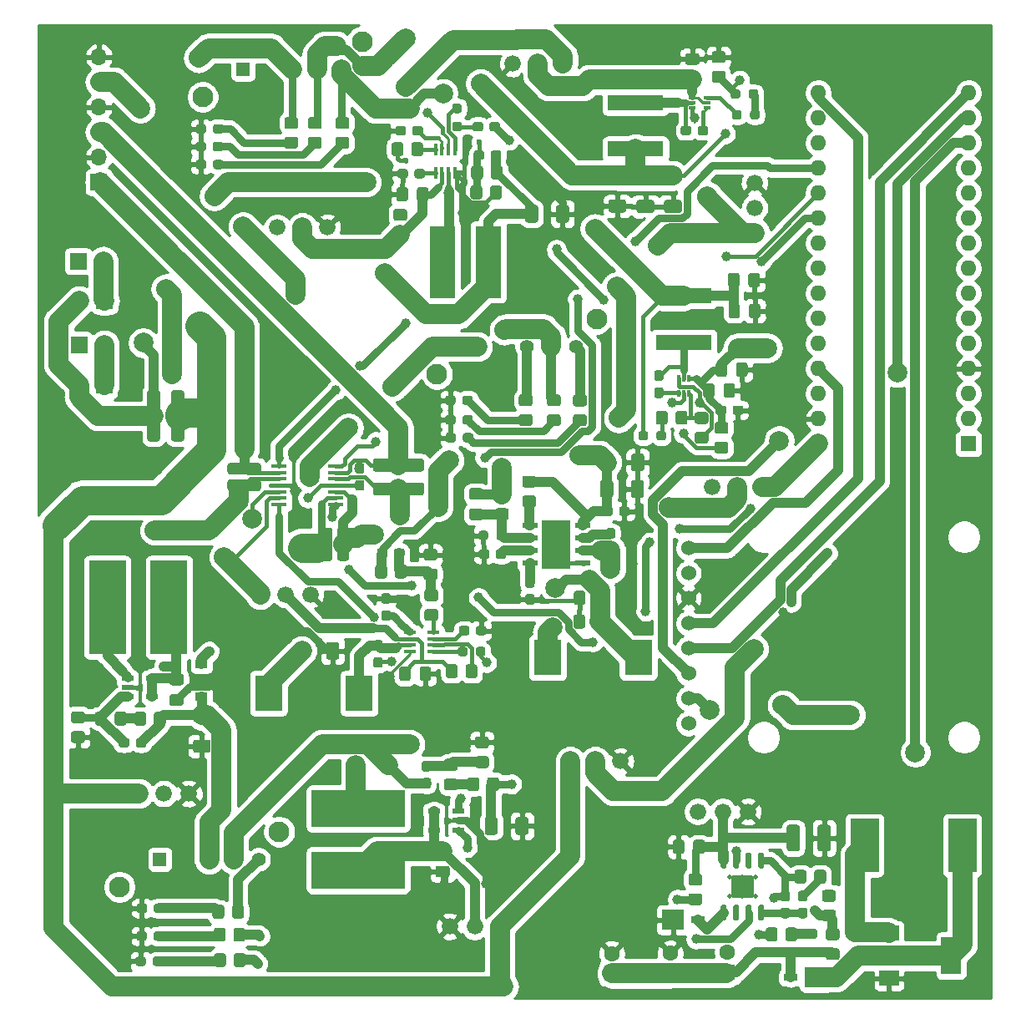
<source format=gbr>
%TF.GenerationSoftware,KiCad,Pcbnew,(5.1.8)-1*%
%TF.CreationDate,2021-05-10T11:21:07+03:00*%
%TF.ProjectId,PWR_SUB_SYS_PCB,5057525f-5355-4425-9f53-59535f504342,rev?*%
%TF.SameCoordinates,Original*%
%TF.FileFunction,Copper,L1,Top*%
%TF.FilePolarity,Positive*%
%FSLAX46Y46*%
G04 Gerber Fmt 4.6, Leading zero omitted, Abs format (unit mm)*
G04 Created by KiCad (PCBNEW (5.1.8)-1) date 2021-05-10 11:21:07*
%MOMM*%
%LPD*%
G01*
G04 APERTURE LIST*
%TA.AperFunction,ComponentPad*%
%ADD10R,1.600000X1.600000*%
%TD*%
%TA.AperFunction,ComponentPad*%
%ADD11O,1.600000X1.600000*%
%TD*%
%TA.AperFunction,ComponentPad*%
%ADD12O,1.700000X1.700000*%
%TD*%
%TA.AperFunction,ComponentPad*%
%ADD13R,1.700000X1.700000*%
%TD*%
%TA.AperFunction,SMDPad,CuDef*%
%ADD14R,1.200000X0.900000*%
%TD*%
%TA.AperFunction,SMDPad,CuDef*%
%ADD15R,0.900000X1.200000*%
%TD*%
%TA.AperFunction,SMDPad,CuDef*%
%ADD16R,2.800000X3.600000*%
%TD*%
%TA.AperFunction,SMDPad,CuDef*%
%ADD17R,5.700000X1.600000*%
%TD*%
%TA.AperFunction,SMDPad,CuDef*%
%ADD18R,3.750000X9.500000*%
%TD*%
%TA.AperFunction,SMDPad,CuDef*%
%ADD19R,9.500000X3.750000*%
%TD*%
%TA.AperFunction,ComponentPad*%
%ADD20C,1.676400*%
%TD*%
%TA.AperFunction,ComponentPad*%
%ADD21C,2.100000*%
%TD*%
%TA.AperFunction,ComponentPad*%
%ADD22C,1.408000*%
%TD*%
%TA.AperFunction,ComponentPad*%
%ADD23R,1.408000X1.408000*%
%TD*%
%TA.AperFunction,ComponentPad*%
%ADD24C,0.300000*%
%TD*%
%TA.AperFunction,SMDPad,CuDef*%
%ADD25R,2.950000X4.900000*%
%TD*%
%TA.AperFunction,SMDPad,CuDef*%
%ADD26R,1.550000X0.600000*%
%TD*%
%TA.AperFunction,SMDPad,CuDef*%
%ADD27R,1.240000X0.460000*%
%TD*%
%TA.AperFunction,SMDPad,CuDef*%
%ADD28R,1.570000X0.410000*%
%TD*%
%TA.AperFunction,ComponentPad*%
%ADD29C,1.530000*%
%TD*%
%TA.AperFunction,SMDPad,CuDef*%
%ADD30R,0.460000X1.240000*%
%TD*%
%TA.AperFunction,SMDPad,CuDef*%
%ADD31R,0.660000X0.310000*%
%TD*%
%TA.AperFunction,SMDPad,CuDef*%
%ADD32R,0.400000X0.700000*%
%TD*%
%TA.AperFunction,SMDPad,CuDef*%
%ADD33R,1.210000X0.590000*%
%TD*%
%TA.AperFunction,SMDPad,CuDef*%
%ADD34R,2.650000X7.300000*%
%TD*%
%TA.AperFunction,ComponentPad*%
%ADD35C,1.600000*%
%TD*%
%TA.AperFunction,SMDPad,CuDef*%
%ADD36R,1.380000X0.750000*%
%TD*%
%TA.AperFunction,SMDPad,CuDef*%
%ADD37R,2.320000X2.030000*%
%TD*%
%TA.AperFunction,SMDPad,CuDef*%
%ADD38R,2.900000X5.400000*%
%TD*%
%TA.AperFunction,SMDPad,CuDef*%
%ADD39R,2.000000X3.800000*%
%TD*%
%TA.AperFunction,SMDPad,CuDef*%
%ADD40R,2.000000X1.500000*%
%TD*%
%TA.AperFunction,ComponentPad*%
%ADD41C,0.500000*%
%TD*%
%TA.AperFunction,ViaPad*%
%ADD42C,2.000000*%
%TD*%
%TA.AperFunction,ViaPad*%
%ADD43C,1.000000*%
%TD*%
%TA.AperFunction,ViaPad*%
%ADD44C,0.600000*%
%TD*%
%TA.AperFunction,Conductor*%
%ADD45C,0.800000*%
%TD*%
%TA.AperFunction,Conductor*%
%ADD46C,0.400000*%
%TD*%
%TA.AperFunction,Conductor*%
%ADD47C,0.250000*%
%TD*%
%TA.AperFunction,Conductor*%
%ADD48C,2.000000*%
%TD*%
%TA.AperFunction,Conductor*%
%ADD49C,1.000000*%
%TD*%
%TA.AperFunction,Conductor*%
%ADD50C,3.000000*%
%TD*%
%TA.AperFunction,Conductor*%
%ADD51C,0.254000*%
%TD*%
%TA.AperFunction,Conductor*%
%ADD52C,0.100000*%
%TD*%
G04 APERTURE END LIST*
%TO.P,R48,1*%
%TO.N,+BATT*%
%TA.AperFunction,SMDPad,CuDef*%
G36*
G01*
X151138100Y-93928699D02*
X151138100Y-98628701D01*
G75*
G02*
X150888101Y-98878700I-249999J0D01*
G01*
X150063099Y-98878700D01*
G75*
G02*
X149813100Y-98628701I0J249999D01*
G01*
X149813100Y-93928699D01*
G75*
G02*
X150063099Y-93678700I249999J0D01*
G01*
X150888101Y-93678700D01*
G75*
G02*
X151138100Y-93928699I0J-249999D01*
G01*
G37*
%TD.AperFunction*%
%TO.P,R48,2*%
%TO.N,+8V*%
%TA.AperFunction,SMDPad,CuDef*%
G36*
G01*
X148713100Y-93928699D02*
X148713100Y-98628701D01*
G75*
G02*
X148463101Y-98878700I-249999J0D01*
G01*
X147638099Y-98878700D01*
G75*
G02*
X147388100Y-98628701I0J249999D01*
G01*
X147388100Y-93928699D01*
G75*
G02*
X147638099Y-93678700I249999J0D01*
G01*
X148463101Y-93678700D01*
G75*
G02*
X148713100Y-93928699I0J-249999D01*
G01*
G37*
%TD.AperFunction*%
%TD*%
D10*
%TO.P,A1,1*%
%TO.N,Net-(A1-Pad1)*%
X230695500Y-99110800D03*
D11*
%TO.P,A1,17*%
%TO.N,Net-(A1-Pad17)*%
X215455500Y-66090800D03*
%TO.P,A1,2*%
%TO.N,Net-(A1-Pad2)*%
X230695500Y-96570800D03*
%TO.P,A1,18*%
%TO.N,Net-(A1-Pad18)*%
X215455500Y-68630800D03*
%TO.P,A1,3*%
%TO.N,Net-(A1-Pad3)*%
X230695500Y-94030800D03*
%TO.P,A1,19*%
%TO.N,/Data logging/A0*%
X215455500Y-71170800D03*
%TO.P,A1,4*%
%TO.N,GND*%
X230695500Y-91490800D03*
%TO.P,A1,20*%
%TO.N,/Data logging/A1*%
X215455500Y-73710800D03*
%TO.P,A1,5*%
%TO.N,Net-(A1-Pad5)*%
X230695500Y-88950800D03*
%TO.P,A1,21*%
%TO.N,/Data logging/A2*%
X215455500Y-76250800D03*
%TO.P,A1,6*%
%TO.N,Net-(A1-Pad6)*%
X230695500Y-86410800D03*
%TO.P,A1,22*%
%TO.N,/Data logging/A3*%
X215455500Y-78790800D03*
%TO.P,A1,7*%
%TO.N,Net-(A1-Pad7)*%
X230695500Y-83870800D03*
%TO.P,A1,23*%
%TO.N,Net-(A1-Pad23)*%
X215455500Y-81330800D03*
%TO.P,A1,8*%
%TO.N,Net-(A1-Pad8)*%
X230695500Y-81330800D03*
%TO.P,A1,24*%
%TO.N,Net-(A1-Pad24)*%
X215455500Y-83870800D03*
%TO.P,A1,9*%
%TO.N,Net-(A1-Pad9)*%
X230695500Y-78790800D03*
%TO.P,A1,25*%
%TO.N,Net-(A1-Pad25)*%
X215455500Y-86410800D03*
%TO.P,A1,10*%
%TO.N,Net-(A1-Pad10)*%
X230695500Y-76250800D03*
%TO.P,A1,26*%
%TO.N,Net-(A1-Pad26)*%
X215455500Y-88950800D03*
%TO.P,A1,11*%
%TO.N,Net-(A1-Pad11)*%
X230695500Y-73710800D03*
%TO.P,A1,27*%
%TO.N,/Data logging/5V*%
X215455500Y-91490800D03*
%TO.P,A1,12*%
%TO.N,Net-(A1-Pad12)*%
X230695500Y-71170800D03*
%TO.P,A1,28*%
%TO.N,Net-(A1-Pad28)*%
X215455500Y-94030800D03*
%TO.P,A1,13*%
%TO.N,/Data logging/SS*%
X230695500Y-68630800D03*
%TO.P,A1,29*%
%TO.N,GND*%
X215455500Y-96570800D03*
%TO.P,A1,14*%
%TO.N,/Data logging/MOSI*%
X230695500Y-66090800D03*
%TO.P,A1,30*%
%TO.N,+BATT*%
X215455500Y-99110800D03*
%TO.P,A1,15*%
%TO.N,/Data logging/MISO*%
X230695500Y-63550800D03*
%TO.P,A1,16*%
%TO.N,/Data logging/SCK*%
X215455500Y-63550800D03*
%TD*%
D12*
%TO.P,BT1,2*%
%TO.N,Net-(BT1-Pad2)*%
X142925800Y-80606900D03*
D13*
%TO.P,BT1,1*%
%TO.N,VCC*%
X140385800Y-80606900D03*
%TD*%
D12*
%TO.P,BT2,2*%
%TO.N,+8V*%
X140525500Y-84607400D03*
D13*
%TO.P,BT2,1*%
%TO.N,Net-(BT1-Pad2)*%
X143065500Y-84607400D03*
%TD*%
%TO.P,BT3,1*%
%TO.N,VCC*%
X140512800Y-89090500D03*
D12*
%TO.P,BT3,2*%
%TO.N,Net-(BT3-Pad2)*%
X143052800Y-89090500D03*
%TD*%
D13*
%TO.P,BT4,1*%
%TO.N,Net-(BT3-Pad2)*%
X143040100Y-93179900D03*
D12*
%TO.P,BT4,2*%
%TO.N,+8V*%
X140500100Y-93179900D03*
%TD*%
%TO.P,C1,2*%
%TO.N,GND*%
%TA.AperFunction,SMDPad,CuDef*%
G36*
G01*
X195249800Y-106191000D02*
X195249800Y-105716000D01*
G75*
G02*
X195487300Y-105478500I237500J0D01*
G01*
X196087300Y-105478500D01*
G75*
G02*
X196324800Y-105716000I0J-237500D01*
G01*
X196324800Y-106191000D01*
G75*
G02*
X196087300Y-106428500I-237500J0D01*
G01*
X195487300Y-106428500D01*
G75*
G02*
X195249800Y-106191000I0J237500D01*
G01*
G37*
%TD.AperFunction*%
%TO.P,C1,1*%
%TO.N,/3V3/TPS54228/VIN_TPS*%
%TA.AperFunction,SMDPad,CuDef*%
G36*
G01*
X193524800Y-106191000D02*
X193524800Y-105716000D01*
G75*
G02*
X193762300Y-105478500I237500J0D01*
G01*
X194362300Y-105478500D01*
G75*
G02*
X194599800Y-105716000I0J-237500D01*
G01*
X194599800Y-106191000D01*
G75*
G02*
X194362300Y-106428500I-237500J0D01*
G01*
X193762300Y-106428500D01*
G75*
G02*
X193524800Y-106191000I0J237500D01*
G01*
G37*
%TD.AperFunction*%
%TD*%
%TO.P,C2,1*%
%TO.N,Net-(C2-Pad1)*%
%TA.AperFunction,SMDPad,CuDef*%
G36*
G01*
X183817500Y-110059400D02*
X183817500Y-110534400D01*
G75*
G02*
X183580000Y-110771900I-237500J0D01*
G01*
X182980000Y-110771900D01*
G75*
G02*
X182742500Y-110534400I0J237500D01*
G01*
X182742500Y-110059400D01*
G75*
G02*
X182980000Y-109821900I237500J0D01*
G01*
X183580000Y-109821900D01*
G75*
G02*
X183817500Y-110059400I0J-237500D01*
G01*
G37*
%TD.AperFunction*%
%TO.P,C2,2*%
%TO.N,GND*%
%TA.AperFunction,SMDPad,CuDef*%
G36*
G01*
X182092500Y-110059400D02*
X182092500Y-110534400D01*
G75*
G02*
X181855000Y-110771900I-237500J0D01*
G01*
X181255000Y-110771900D01*
G75*
G02*
X181017500Y-110534400I0J237500D01*
G01*
X181017500Y-110059400D01*
G75*
G02*
X181255000Y-109821900I237500J0D01*
G01*
X181855000Y-109821900D01*
G75*
G02*
X182092500Y-110059400I0J-237500D01*
G01*
G37*
%TD.AperFunction*%
%TD*%
%TO.P,C3,2*%
%TO.N,GND*%
%TA.AperFunction,SMDPad,CuDef*%
G36*
G01*
X185963500Y-114354600D02*
X186438500Y-114354600D01*
G75*
G02*
X186676000Y-114592100I0J-237500D01*
G01*
X186676000Y-115192100D01*
G75*
G02*
X186438500Y-115429600I-237500J0D01*
G01*
X185963500Y-115429600D01*
G75*
G02*
X185726000Y-115192100I0J237500D01*
G01*
X185726000Y-114592100D01*
G75*
G02*
X185963500Y-114354600I237500J0D01*
G01*
G37*
%TD.AperFunction*%
%TO.P,C3,1*%
%TO.N,Net-(C3-Pad1)*%
%TA.AperFunction,SMDPad,CuDef*%
G36*
G01*
X185963500Y-112629600D02*
X186438500Y-112629600D01*
G75*
G02*
X186676000Y-112867100I0J-237500D01*
G01*
X186676000Y-113467100D01*
G75*
G02*
X186438500Y-113704600I-237500J0D01*
G01*
X185963500Y-113704600D01*
G75*
G02*
X185726000Y-113467100I0J237500D01*
G01*
X185726000Y-112867100D01*
G75*
G02*
X185963500Y-112629600I237500J0D01*
G01*
G37*
%TD.AperFunction*%
%TD*%
%TO.P,C4,1*%
%TO.N,Net-(C4-Pad1)*%
%TA.AperFunction,SMDPad,CuDef*%
G36*
G01*
X194637500Y-110462500D02*
X194162500Y-110462500D01*
G75*
G02*
X193925000Y-110225000I0J237500D01*
G01*
X193925000Y-109625000D01*
G75*
G02*
X194162500Y-109387500I237500J0D01*
G01*
X194637500Y-109387500D01*
G75*
G02*
X194875000Y-109625000I0J-237500D01*
G01*
X194875000Y-110225000D01*
G75*
G02*
X194637500Y-110462500I-237500J0D01*
G01*
G37*
%TD.AperFunction*%
%TO.P,C4,2*%
%TO.N,Net-(C4-Pad2)*%
%TA.AperFunction,SMDPad,CuDef*%
G36*
G01*
X194637500Y-108737500D02*
X194162500Y-108737500D01*
G75*
G02*
X193925000Y-108500000I0J237500D01*
G01*
X193925000Y-107900000D01*
G75*
G02*
X194162500Y-107662500I237500J0D01*
G01*
X194637500Y-107662500D01*
G75*
G02*
X194875000Y-107900000I0J-237500D01*
G01*
X194875000Y-108500000D01*
G75*
G02*
X194637500Y-108737500I-237500J0D01*
G01*
G37*
%TD.AperFunction*%
%TD*%
%TO.P,C5,2*%
%TO.N,GND*%
%TA.AperFunction,SMDPad,CuDef*%
G36*
G01*
X191831400Y-114259000D02*
X191831400Y-115209000D01*
G75*
G02*
X191581400Y-115459000I-250000J0D01*
G01*
X190906400Y-115459000D01*
G75*
G02*
X190656400Y-115209000I0J250000D01*
G01*
X190656400Y-114259000D01*
G75*
G02*
X190906400Y-114009000I250000J0D01*
G01*
X191581400Y-114009000D01*
G75*
G02*
X191831400Y-114259000I0J-250000D01*
G01*
G37*
%TD.AperFunction*%
%TO.P,C5,1*%
%TO.N,TPS_3V3*%
%TA.AperFunction,SMDPad,CuDef*%
G36*
G01*
X193906400Y-114259000D02*
X193906400Y-115209000D01*
G75*
G02*
X193656400Y-115459000I-250000J0D01*
G01*
X192981400Y-115459000D01*
G75*
G02*
X192731400Y-115209000I0J250000D01*
G01*
X192731400Y-114259000D01*
G75*
G02*
X192981400Y-114009000I250000J0D01*
G01*
X193656400Y-114009000D01*
G75*
G02*
X193906400Y-114259000I0J-250000D01*
G01*
G37*
%TD.AperFunction*%
%TD*%
%TO.P,C6,1*%
%TO.N,/3V3/MP2235/VIN_MP*%
%TA.AperFunction,SMDPad,CuDef*%
G36*
G01*
X172940500Y-122898100D02*
X172940500Y-121948100D01*
G75*
G02*
X173190500Y-121698100I250000J0D01*
G01*
X173865500Y-121698100D01*
G75*
G02*
X174115500Y-121948100I0J-250000D01*
G01*
X174115500Y-122898100D01*
G75*
G02*
X173865500Y-123148100I-250000J0D01*
G01*
X173190500Y-123148100D01*
G75*
G02*
X172940500Y-122898100I0J250000D01*
G01*
G37*
%TD.AperFunction*%
%TO.P,C6,2*%
%TO.N,GND*%
%TA.AperFunction,SMDPad,CuDef*%
G36*
G01*
X175015500Y-122898100D02*
X175015500Y-121948100D01*
G75*
G02*
X175265500Y-121698100I250000J0D01*
G01*
X175940500Y-121698100D01*
G75*
G02*
X176190500Y-121948100I0J-250000D01*
G01*
X176190500Y-122898100D01*
G75*
G02*
X175940500Y-123148100I-250000J0D01*
G01*
X175265500Y-123148100D01*
G75*
G02*
X175015500Y-122898100I0J250000D01*
G01*
G37*
%TD.AperFunction*%
%TD*%
%TO.P,C7,2*%
%TO.N,GND*%
%TA.AperFunction,SMDPad,CuDef*%
G36*
G01*
X169185600Y-102127000D02*
X168710600Y-102127000D01*
G75*
G02*
X168473100Y-101889500I0J237500D01*
G01*
X168473100Y-101289500D01*
G75*
G02*
X168710600Y-101052000I237500J0D01*
G01*
X169185600Y-101052000D01*
G75*
G02*
X169423100Y-101289500I0J-237500D01*
G01*
X169423100Y-101889500D01*
G75*
G02*
X169185600Y-102127000I-237500J0D01*
G01*
G37*
%TD.AperFunction*%
%TO.P,C7,1*%
%TO.N,/Data logging/5V*%
%TA.AperFunction,SMDPad,CuDef*%
G36*
G01*
X169185600Y-103852000D02*
X168710600Y-103852000D01*
G75*
G02*
X168473100Y-103614500I0J237500D01*
G01*
X168473100Y-103014500D01*
G75*
G02*
X168710600Y-102777000I237500J0D01*
G01*
X169185600Y-102777000D01*
G75*
G02*
X169423100Y-103014500I0J-237500D01*
G01*
X169423100Y-103614500D01*
G75*
G02*
X169185600Y-103852000I-237500J0D01*
G01*
G37*
%TD.AperFunction*%
%TD*%
%TO.P,C8,1*%
%TO.N,Net-(C8-Pad1)*%
%TA.AperFunction,SMDPad,CuDef*%
G36*
G01*
X181235500Y-106855500D02*
X180285500Y-106855500D01*
G75*
G02*
X180035500Y-106605500I0J250000D01*
G01*
X180035500Y-105930500D01*
G75*
G02*
X180285500Y-105680500I250000J0D01*
G01*
X181235500Y-105680500D01*
G75*
G02*
X181485500Y-105930500I0J-250000D01*
G01*
X181485500Y-106605500D01*
G75*
G02*
X181235500Y-106855500I-250000J0D01*
G01*
G37*
%TD.AperFunction*%
%TO.P,C8,2*%
%TO.N,TPS_3V3*%
%TA.AperFunction,SMDPad,CuDef*%
G36*
G01*
X181235500Y-104780500D02*
X180285500Y-104780500D01*
G75*
G02*
X180035500Y-104530500I0J250000D01*
G01*
X180035500Y-103855500D01*
G75*
G02*
X180285500Y-103605500I250000J0D01*
G01*
X181235500Y-103605500D01*
G75*
G02*
X181485500Y-103855500I0J-250000D01*
G01*
X181485500Y-104530500D01*
G75*
G02*
X181235500Y-104780500I-250000J0D01*
G01*
G37*
%TD.AperFunction*%
%TD*%
%TO.P,C9,2*%
%TO.N,GND*%
%TA.AperFunction,SMDPad,CuDef*%
G36*
G01*
X191806000Y-116659300D02*
X191806000Y-117609300D01*
G75*
G02*
X191556000Y-117859300I-250000J0D01*
G01*
X190881000Y-117859300D01*
G75*
G02*
X190631000Y-117609300I0J250000D01*
G01*
X190631000Y-116659300D01*
G75*
G02*
X190881000Y-116409300I250000J0D01*
G01*
X191556000Y-116409300D01*
G75*
G02*
X191806000Y-116659300I0J-250000D01*
G01*
G37*
%TD.AperFunction*%
%TO.P,C9,1*%
%TO.N,TPS_3V3*%
%TA.AperFunction,SMDPad,CuDef*%
G36*
G01*
X193881000Y-116659300D02*
X193881000Y-117609300D01*
G75*
G02*
X193631000Y-117859300I-250000J0D01*
G01*
X192956000Y-117859300D01*
G75*
G02*
X192706000Y-117609300I0J250000D01*
G01*
X192706000Y-116659300D01*
G75*
G02*
X192956000Y-116409300I250000J0D01*
G01*
X193631000Y-116409300D01*
G75*
G02*
X193881000Y-116659300I0J-250000D01*
G01*
G37*
%TD.AperFunction*%
%TD*%
%TO.P,C10,1*%
%TO.N,/3V3/TPS54228/VIN_TPS*%
%TA.AperFunction,SMDPad,CuDef*%
G36*
G01*
X193349000Y-101650501D02*
X193349000Y-100350499D01*
G75*
G02*
X193598999Y-100100500I249999J0D01*
G01*
X194424001Y-100100500D01*
G75*
G02*
X194674000Y-100350499I0J-249999D01*
G01*
X194674000Y-101650501D01*
G75*
G02*
X194424001Y-101900500I-249999J0D01*
G01*
X193598999Y-101900500D01*
G75*
G02*
X193349000Y-101650501I0J249999D01*
G01*
G37*
%TD.AperFunction*%
%TO.P,C10,2*%
%TO.N,GND*%
%TA.AperFunction,SMDPad,CuDef*%
G36*
G01*
X196474000Y-101650501D02*
X196474000Y-100350499D01*
G75*
G02*
X196723999Y-100100500I249999J0D01*
G01*
X197549001Y-100100500D01*
G75*
G02*
X197799000Y-100350499I0J-249999D01*
G01*
X197799000Y-101650501D01*
G75*
G02*
X197549001Y-101900500I-249999J0D01*
G01*
X196723999Y-101900500D01*
G75*
G02*
X196474000Y-101650501I0J249999D01*
G01*
G37*
%TD.AperFunction*%
%TD*%
%TO.P,C11,1*%
%TO.N,/3V3/TPS54228/VIN_TPS*%
%TA.AperFunction,SMDPad,CuDef*%
G36*
G01*
X193336300Y-104342901D02*
X193336300Y-103042899D01*
G75*
G02*
X193586299Y-102792900I249999J0D01*
G01*
X194411301Y-102792900D01*
G75*
G02*
X194661300Y-103042899I0J-249999D01*
G01*
X194661300Y-104342901D01*
G75*
G02*
X194411301Y-104592900I-249999J0D01*
G01*
X193586299Y-104592900D01*
G75*
G02*
X193336300Y-104342901I0J249999D01*
G01*
G37*
%TD.AperFunction*%
%TO.P,C11,2*%
%TO.N,GND*%
%TA.AperFunction,SMDPad,CuDef*%
G36*
G01*
X196461300Y-104342901D02*
X196461300Y-103042899D01*
G75*
G02*
X196711299Y-102792900I249999J0D01*
G01*
X197536301Y-102792900D01*
G75*
G02*
X197786300Y-103042899I0J-249999D01*
G01*
X197786300Y-104342901D01*
G75*
G02*
X197536301Y-104592900I-249999J0D01*
G01*
X196711299Y-104592900D01*
G75*
G02*
X196461300Y-104342901I0J249999D01*
G01*
G37*
%TD.AperFunction*%
%TD*%
%TO.P,C12,1*%
%TO.N,Net-(C12-Pad1)*%
%TA.AperFunction,SMDPad,CuDef*%
G36*
G01*
X179011400Y-118291800D02*
X179011400Y-117816800D01*
G75*
G02*
X179248900Y-117579300I237500J0D01*
G01*
X179848900Y-117579300D01*
G75*
G02*
X180086400Y-117816800I0J-237500D01*
G01*
X180086400Y-118291800D01*
G75*
G02*
X179848900Y-118529300I-237500J0D01*
G01*
X179248900Y-118529300D01*
G75*
G02*
X179011400Y-118291800I0J237500D01*
G01*
G37*
%TD.AperFunction*%
%TO.P,C12,2*%
%TO.N,GND*%
%TA.AperFunction,SMDPad,CuDef*%
G36*
G01*
X180736400Y-118291800D02*
X180736400Y-117816800D01*
G75*
G02*
X180973900Y-117579300I237500J0D01*
G01*
X181573900Y-117579300D01*
G75*
G02*
X181811400Y-117816800I0J-237500D01*
G01*
X181811400Y-118291800D01*
G75*
G02*
X181573900Y-118529300I-237500J0D01*
G01*
X180973900Y-118529300D01*
G75*
G02*
X180736400Y-118291800I0J237500D01*
G01*
G37*
%TD.AperFunction*%
%TD*%
%TO.P,C13,1*%
%TO.N,Net-(C13-Pad1)*%
%TA.AperFunction,SMDPad,CuDef*%
G36*
G01*
X171860500Y-117055100D02*
X171385500Y-117055100D01*
G75*
G02*
X171148000Y-116817600I0J237500D01*
G01*
X171148000Y-116217600D01*
G75*
G02*
X171385500Y-115980100I237500J0D01*
G01*
X171860500Y-115980100D01*
G75*
G02*
X172098000Y-116217600I0J-237500D01*
G01*
X172098000Y-116817600D01*
G75*
G02*
X171860500Y-117055100I-237500J0D01*
G01*
G37*
%TD.AperFunction*%
%TO.P,C13,2*%
%TO.N,GND*%
%TA.AperFunction,SMDPad,CuDef*%
G36*
G01*
X171860500Y-115330100D02*
X171385500Y-115330100D01*
G75*
G02*
X171148000Y-115092600I0J237500D01*
G01*
X171148000Y-114492600D01*
G75*
G02*
X171385500Y-114255100I237500J0D01*
G01*
X171860500Y-114255100D01*
G75*
G02*
X172098000Y-114492600I0J-237500D01*
G01*
X172098000Y-115092600D01*
G75*
G02*
X171860500Y-115330100I-237500J0D01*
G01*
G37*
%TD.AperFunction*%
%TD*%
%TO.P,C14,2*%
%TO.N,Net-(C14-Pad2)*%
%TA.AperFunction,SMDPad,CuDef*%
G36*
G01*
X171037500Y-120088200D02*
X170562500Y-120088200D01*
G75*
G02*
X170325000Y-119850700I0J237500D01*
G01*
X170325000Y-119250700D01*
G75*
G02*
X170562500Y-119013200I237500J0D01*
G01*
X171037500Y-119013200D01*
G75*
G02*
X171275000Y-119250700I0J-237500D01*
G01*
X171275000Y-119850700D01*
G75*
G02*
X171037500Y-120088200I-237500J0D01*
G01*
G37*
%TD.AperFunction*%
%TO.P,C14,1*%
%TO.N,Net-(C14-Pad1)*%
%TA.AperFunction,SMDPad,CuDef*%
G36*
G01*
X171037500Y-121813200D02*
X170562500Y-121813200D01*
G75*
G02*
X170325000Y-121575700I0J237500D01*
G01*
X170325000Y-120975700D01*
G75*
G02*
X170562500Y-120738200I237500J0D01*
G01*
X171037500Y-120738200D01*
G75*
G02*
X171275000Y-120975700I0J-237500D01*
G01*
X171275000Y-121575700D01*
G75*
G02*
X171037500Y-121813200I-237500J0D01*
G01*
G37*
%TD.AperFunction*%
%TD*%
%TO.P,C15,2*%
%TO.N,GND*%
%TA.AperFunction,SMDPad,CuDef*%
G36*
G01*
X165537500Y-120750001D02*
X165537500Y-119449999D01*
G75*
G02*
X165787499Y-119200000I249999J0D01*
G01*
X166612501Y-119200000D01*
G75*
G02*
X166862500Y-119449999I0J-249999D01*
G01*
X166862500Y-120750001D01*
G75*
G02*
X166612501Y-121000000I-249999J0D01*
G01*
X165787499Y-121000000D01*
G75*
G02*
X165537500Y-120750001I0J249999D01*
G01*
G37*
%TD.AperFunction*%
%TO.P,C15,1*%
%TO.N,MP_3V3*%
%TA.AperFunction,SMDPad,CuDef*%
G36*
G01*
X162412500Y-120750001D02*
X162412500Y-119449999D01*
G75*
G02*
X162662499Y-119200000I249999J0D01*
G01*
X163487501Y-119200000D01*
G75*
G02*
X163737500Y-119449999I0J-249999D01*
G01*
X163737500Y-120750001D01*
G75*
G02*
X163487501Y-121000000I-249999J0D01*
G01*
X162662499Y-121000000D01*
G75*
G02*
X162412500Y-120750001I0J249999D01*
G01*
G37*
%TD.AperFunction*%
%TD*%
%TO.P,C16,2*%
%TO.N,Net-(C16-Pad2)*%
%TA.AperFunction,SMDPad,CuDef*%
G36*
G01*
X172425000Y-110437500D02*
X172425000Y-109962500D01*
G75*
G02*
X172662500Y-109725000I237500J0D01*
G01*
X173262500Y-109725000D01*
G75*
G02*
X173500000Y-109962500I0J-237500D01*
G01*
X173500000Y-110437500D01*
G75*
G02*
X173262500Y-110675000I-237500J0D01*
G01*
X172662500Y-110675000D01*
G75*
G02*
X172425000Y-110437500I0J237500D01*
G01*
G37*
%TD.AperFunction*%
%TO.P,C16,1*%
%TO.N,MP_3V3*%
%TA.AperFunction,SMDPad,CuDef*%
G36*
G01*
X170700000Y-110437500D02*
X170700000Y-109962500D01*
G75*
G02*
X170937500Y-109725000I237500J0D01*
G01*
X171537500Y-109725000D01*
G75*
G02*
X171775000Y-109962500I0J-237500D01*
G01*
X171775000Y-110437500D01*
G75*
G02*
X171537500Y-110675000I-237500J0D01*
G01*
X170937500Y-110675000D01*
G75*
G02*
X170700000Y-110437500I0J237500D01*
G01*
G37*
%TD.AperFunction*%
%TD*%
%TO.P,C21,2*%
%TO.N,GND*%
%TA.AperFunction,SMDPad,CuDef*%
G36*
G01*
X173848700Y-73350100D02*
X173848700Y-74300100D01*
G75*
G02*
X173598700Y-74550100I-250000J0D01*
G01*
X172923700Y-74550100D01*
G75*
G02*
X172673700Y-74300100I0J250000D01*
G01*
X172673700Y-73350100D01*
G75*
G02*
X172923700Y-73100100I250000J0D01*
G01*
X173598700Y-73100100D01*
G75*
G02*
X173848700Y-73350100I0J-250000D01*
G01*
G37*
%TD.AperFunction*%
%TO.P,C21,1*%
%TO.N,/4V/MP2235_4V/VIN_MP*%
%TA.AperFunction,SMDPad,CuDef*%
G36*
G01*
X175923700Y-73350100D02*
X175923700Y-74300100D01*
G75*
G02*
X175673700Y-74550100I-250000J0D01*
G01*
X174998700Y-74550100D01*
G75*
G02*
X174748700Y-74300100I0J250000D01*
G01*
X174748700Y-73350100D01*
G75*
G02*
X174998700Y-73100100I250000J0D01*
G01*
X175673700Y-73100100D01*
G75*
G02*
X175923700Y-73350100I0J-250000D01*
G01*
G37*
%TD.AperFunction*%
%TD*%
%TO.P,C22,2*%
%TO.N,GND*%
%TA.AperFunction,SMDPad,CuDef*%
G36*
G01*
X173640700Y-67136000D02*
X173640700Y-67611000D01*
G75*
G02*
X173403200Y-67848500I-237500J0D01*
G01*
X172803200Y-67848500D01*
G75*
G02*
X172565700Y-67611000I0J237500D01*
G01*
X172565700Y-67136000D01*
G75*
G02*
X172803200Y-66898500I237500J0D01*
G01*
X173403200Y-66898500D01*
G75*
G02*
X173640700Y-67136000I0J-237500D01*
G01*
G37*
%TD.AperFunction*%
%TO.P,C22,1*%
%TO.N,Net-(C22-Pad1)*%
%TA.AperFunction,SMDPad,CuDef*%
G36*
G01*
X175365700Y-67136000D02*
X175365700Y-67611000D01*
G75*
G02*
X175128200Y-67848500I-237500J0D01*
G01*
X174528200Y-67848500D01*
G75*
G02*
X174290700Y-67611000I0J237500D01*
G01*
X174290700Y-67136000D01*
G75*
G02*
X174528200Y-66898500I237500J0D01*
G01*
X175128200Y-66898500D01*
G75*
G02*
X175365700Y-67136000I0J-237500D01*
G01*
G37*
%TD.AperFunction*%
%TD*%
%TO.P,C23,1*%
%TO.N,Net-(C23-Pad1)*%
%TA.AperFunction,SMDPad,CuDef*%
G36*
G01*
X175568900Y-71492100D02*
X175568900Y-71967100D01*
G75*
G02*
X175331400Y-72204600I-237500J0D01*
G01*
X174731400Y-72204600D01*
G75*
G02*
X174493900Y-71967100I0J237500D01*
G01*
X174493900Y-71492100D01*
G75*
G02*
X174731400Y-71254600I237500J0D01*
G01*
X175331400Y-71254600D01*
G75*
G02*
X175568900Y-71492100I0J-237500D01*
G01*
G37*
%TD.AperFunction*%
%TO.P,C23,2*%
%TO.N,GND*%
%TA.AperFunction,SMDPad,CuDef*%
G36*
G01*
X173843900Y-71492100D02*
X173843900Y-71967100D01*
G75*
G02*
X173606400Y-72204600I-237500J0D01*
G01*
X173006400Y-72204600D01*
G75*
G02*
X172768900Y-71967100I0J237500D01*
G01*
X172768900Y-71492100D01*
G75*
G02*
X173006400Y-71254600I237500J0D01*
G01*
X173606400Y-71254600D01*
G75*
G02*
X173843900Y-71492100I0J-237500D01*
G01*
G37*
%TD.AperFunction*%
%TD*%
%TO.P,C24,1*%
%TO.N,Net-(C24-Pad1)*%
%TA.AperFunction,SMDPad,CuDef*%
G36*
G01*
X180386700Y-67204600D02*
X180386700Y-66729600D01*
G75*
G02*
X180624200Y-66492100I237500J0D01*
G01*
X181224200Y-66492100D01*
G75*
G02*
X181461700Y-66729600I0J-237500D01*
G01*
X181461700Y-67204600D01*
G75*
G02*
X181224200Y-67442100I-237500J0D01*
G01*
X180624200Y-67442100D01*
G75*
G02*
X180386700Y-67204600I0J237500D01*
G01*
G37*
%TD.AperFunction*%
%TO.P,C24,2*%
%TO.N,Net-(C24-Pad2)*%
%TA.AperFunction,SMDPad,CuDef*%
G36*
G01*
X182111700Y-67204600D02*
X182111700Y-66729600D01*
G75*
G02*
X182349200Y-66492100I237500J0D01*
G01*
X182949200Y-66492100D01*
G75*
G02*
X183186700Y-66729600I0J-237500D01*
G01*
X183186700Y-67204600D01*
G75*
G02*
X182949200Y-67442100I-237500J0D01*
G01*
X182349200Y-67442100D01*
G75*
G02*
X182111700Y-67204600I0J237500D01*
G01*
G37*
%TD.AperFunction*%
%TD*%
%TO.P,C25,2*%
%TO.N,GND*%
%TA.AperFunction,SMDPad,CuDef*%
G36*
G01*
X188846900Y-76456301D02*
X188846900Y-75156299D01*
G75*
G02*
X189096899Y-74906300I249999J0D01*
G01*
X189921901Y-74906300D01*
G75*
G02*
X190171900Y-75156299I0J-249999D01*
G01*
X190171900Y-76456301D01*
G75*
G02*
X189921901Y-76706300I-249999J0D01*
G01*
X189096899Y-76706300D01*
G75*
G02*
X188846900Y-76456301I0J249999D01*
G01*
G37*
%TD.AperFunction*%
%TO.P,C25,1*%
%TO.N,MP_4V*%
%TA.AperFunction,SMDPad,CuDef*%
G36*
G01*
X185721900Y-76456301D02*
X185721900Y-75156299D01*
G75*
G02*
X185971899Y-74906300I249999J0D01*
G01*
X186796901Y-74906300D01*
G75*
G02*
X187046900Y-75156299I0J-249999D01*
G01*
X187046900Y-76456301D01*
G75*
G02*
X186796901Y-76706300I-249999J0D01*
G01*
X185971899Y-76706300D01*
G75*
G02*
X185721900Y-76456301I0J249999D01*
G01*
G37*
%TD.AperFunction*%
%TD*%
%TO.P,C26,1*%
%TO.N,MP_4V*%
%TA.AperFunction,SMDPad,CuDef*%
G36*
G01*
X183303200Y-69612500D02*
X183303200Y-70087500D01*
G75*
G02*
X183065700Y-70325000I-237500J0D01*
G01*
X182465700Y-70325000D01*
G75*
G02*
X182228200Y-70087500I0J237500D01*
G01*
X182228200Y-69612500D01*
G75*
G02*
X182465700Y-69375000I237500J0D01*
G01*
X183065700Y-69375000D01*
G75*
G02*
X183303200Y-69612500I0J-237500D01*
G01*
G37*
%TD.AperFunction*%
%TO.P,C26,2*%
%TO.N,Net-(C26-Pad2)*%
%TA.AperFunction,SMDPad,CuDef*%
G36*
G01*
X181578200Y-69612500D02*
X181578200Y-70087500D01*
G75*
G02*
X181340700Y-70325000I-237500J0D01*
G01*
X180740700Y-70325000D01*
G75*
G02*
X180503200Y-70087500I0J237500D01*
G01*
X180503200Y-69612500D01*
G75*
G02*
X180740700Y-69375000I237500J0D01*
G01*
X181340700Y-69375000D01*
G75*
G02*
X181578200Y-69612500I0J-237500D01*
G01*
G37*
%TD.AperFunction*%
%TD*%
%TO.P,C27,2*%
%TO.N,GND*%
%TA.AperFunction,SMDPad,CuDef*%
G36*
G01*
X203156840Y-60706940D02*
X202206840Y-60706940D01*
G75*
G02*
X201956840Y-60456940I0J250000D01*
G01*
X201956840Y-59781940D01*
G75*
G02*
X202206840Y-59531940I250000J0D01*
G01*
X203156840Y-59531940D01*
G75*
G02*
X203406840Y-59781940I0J-250000D01*
G01*
X203406840Y-60456940D01*
G75*
G02*
X203156840Y-60706940I-250000J0D01*
G01*
G37*
%TD.AperFunction*%
%TO.P,C27,1*%
%TO.N,/4V/TPS563231/VIN_TPS*%
%TA.AperFunction,SMDPad,CuDef*%
G36*
G01*
X203156840Y-62781940D02*
X202206840Y-62781940D01*
G75*
G02*
X201956840Y-62531940I0J250000D01*
G01*
X201956840Y-61856940D01*
G75*
G02*
X202206840Y-61606940I250000J0D01*
G01*
X203156840Y-61606940D01*
G75*
G02*
X203406840Y-61856940I0J-250000D01*
G01*
X203406840Y-62531940D01*
G75*
G02*
X203156840Y-62781940I-250000J0D01*
G01*
G37*
%TD.AperFunction*%
%TD*%
%TO.P,C28,2*%
%TO.N,Net-(C28-Pad2)*%
%TA.AperFunction,SMDPad,CuDef*%
G36*
G01*
X203223840Y-67600840D02*
X203223840Y-67125840D01*
G75*
G02*
X203461340Y-66888340I237500J0D01*
G01*
X204061340Y-66888340D01*
G75*
G02*
X204298840Y-67125840I0J-237500D01*
G01*
X204298840Y-67600840D01*
G75*
G02*
X204061340Y-67838340I-237500J0D01*
G01*
X203461340Y-67838340D01*
G75*
G02*
X203223840Y-67600840I0J237500D01*
G01*
G37*
%TD.AperFunction*%
%TO.P,C28,1*%
%TO.N,Net-(C28-Pad1)*%
%TA.AperFunction,SMDPad,CuDef*%
G36*
G01*
X201498840Y-67600840D02*
X201498840Y-67125840D01*
G75*
G02*
X201736340Y-66888340I237500J0D01*
G01*
X202336340Y-66888340D01*
G75*
G02*
X202573840Y-67125840I0J-237500D01*
G01*
X202573840Y-67600840D01*
G75*
G02*
X202336340Y-67838340I-237500J0D01*
G01*
X201736340Y-67838340D01*
G75*
G02*
X201498840Y-67600840I0J237500D01*
G01*
G37*
%TD.AperFunction*%
%TD*%
%TO.P,C29,2*%
%TO.N,GND*%
%TA.AperFunction,SMDPad,CuDef*%
G36*
G01*
X194421999Y-74354660D02*
X195722001Y-74354660D01*
G75*
G02*
X195972000Y-74604659I0J-249999D01*
G01*
X195972000Y-75429661D01*
G75*
G02*
X195722001Y-75679660I-249999J0D01*
G01*
X194421999Y-75679660D01*
G75*
G02*
X194172000Y-75429661I0J249999D01*
G01*
X194172000Y-74604659D01*
G75*
G02*
X194421999Y-74354660I249999J0D01*
G01*
G37*
%TD.AperFunction*%
%TO.P,C29,1*%
%TO.N,TPS_4V*%
%TA.AperFunction,SMDPad,CuDef*%
G36*
G01*
X194421999Y-71229660D02*
X195722001Y-71229660D01*
G75*
G02*
X195972000Y-71479659I0J-249999D01*
G01*
X195972000Y-72304661D01*
G75*
G02*
X195722001Y-72554660I-249999J0D01*
G01*
X194421999Y-72554660D01*
G75*
G02*
X194172000Y-72304661I0J249999D01*
G01*
X194172000Y-71479659D01*
G75*
G02*
X194421999Y-71229660I249999J0D01*
G01*
G37*
%TD.AperFunction*%
%TD*%
%TO.P,C30,2*%
%TO.N,GND*%
%TA.AperFunction,SMDPad,CuDef*%
G36*
G01*
X200064298Y-74397461D02*
X201364300Y-74397461D01*
G75*
G02*
X201614299Y-74647460I0J-249999D01*
G01*
X201614299Y-75472462D01*
G75*
G02*
X201364300Y-75722461I-249999J0D01*
G01*
X200064298Y-75722461D01*
G75*
G02*
X199814299Y-75472462I0J249999D01*
G01*
X199814299Y-74647460D01*
G75*
G02*
X200064298Y-74397461I249999J0D01*
G01*
G37*
%TD.AperFunction*%
%TO.P,C30,1*%
%TO.N,TPS_4V*%
%TA.AperFunction,SMDPad,CuDef*%
G36*
G01*
X200064298Y-71272461D02*
X201364300Y-71272461D01*
G75*
G02*
X201614299Y-71522460I0J-249999D01*
G01*
X201614299Y-72347462D01*
G75*
G02*
X201364300Y-72597461I-249999J0D01*
G01*
X200064298Y-72597461D01*
G75*
G02*
X199814299Y-72347462I0J249999D01*
G01*
X199814299Y-71522460D01*
G75*
G02*
X200064298Y-71272461I249999J0D01*
G01*
G37*
%TD.AperFunction*%
%TD*%
%TO.P,C31,1*%
%TO.N,TPS_4V*%
%TA.AperFunction,SMDPad,CuDef*%
G36*
G01*
X197266799Y-71280460D02*
X198566801Y-71280460D01*
G75*
G02*
X198816800Y-71530459I0J-249999D01*
G01*
X198816800Y-72355461D01*
G75*
G02*
X198566801Y-72605460I-249999J0D01*
G01*
X197266799Y-72605460D01*
G75*
G02*
X197016800Y-72355461I0J249999D01*
G01*
X197016800Y-71530459D01*
G75*
G02*
X197266799Y-71280460I249999J0D01*
G01*
G37*
%TD.AperFunction*%
%TO.P,C31,2*%
%TO.N,GND*%
%TA.AperFunction,SMDPad,CuDef*%
G36*
G01*
X197266799Y-74405460D02*
X198566801Y-74405460D01*
G75*
G02*
X198816800Y-74655459I0J-249999D01*
G01*
X198816800Y-75480461D01*
G75*
G02*
X198566801Y-75730460I-249999J0D01*
G01*
X197266799Y-75730460D01*
G75*
G02*
X197016800Y-75480461I0J249999D01*
G01*
X197016800Y-74655459D01*
G75*
G02*
X197266799Y-74405460I249999J0D01*
G01*
G37*
%TD.AperFunction*%
%TD*%
%TO.P,C32,1*%
%TO.N,/4V/TPS563207/VIN_TPS*%
%TA.AperFunction,SMDPad,CuDef*%
G36*
G01*
X205037500Y-92075000D02*
X205037500Y-91125000D01*
G75*
G02*
X205287500Y-90875000I250000J0D01*
G01*
X205962500Y-90875000D01*
G75*
G02*
X206212500Y-91125000I0J-250000D01*
G01*
X206212500Y-92075000D01*
G75*
G02*
X205962500Y-92325000I-250000J0D01*
G01*
X205287500Y-92325000D01*
G75*
G02*
X205037500Y-92075000I0J250000D01*
G01*
G37*
%TD.AperFunction*%
%TO.P,C32,2*%
%TO.N,GND*%
%TA.AperFunction,SMDPad,CuDef*%
G36*
G01*
X207112500Y-92075000D02*
X207112500Y-91125000D01*
G75*
G02*
X207362500Y-90875000I250000J0D01*
G01*
X208037500Y-90875000D01*
G75*
G02*
X208287500Y-91125000I0J-250000D01*
G01*
X208287500Y-92075000D01*
G75*
G02*
X208037500Y-92325000I-250000J0D01*
G01*
X207362500Y-92325000D01*
G75*
G02*
X207112500Y-92075000I0J250000D01*
G01*
G37*
%TD.AperFunction*%
%TD*%
%TO.P,C33,1*%
%TO.N,TPS2_4V*%
%TA.AperFunction,SMDPad,CuDef*%
G36*
G01*
X206286800Y-82993400D02*
X206286800Y-82043400D01*
G75*
G02*
X206536800Y-81793400I250000J0D01*
G01*
X207211800Y-81793400D01*
G75*
G02*
X207461800Y-82043400I0J-250000D01*
G01*
X207461800Y-82993400D01*
G75*
G02*
X207211800Y-83243400I-250000J0D01*
G01*
X206536800Y-83243400D01*
G75*
G02*
X206286800Y-82993400I0J250000D01*
G01*
G37*
%TD.AperFunction*%
%TO.P,C33,2*%
%TO.N,GND*%
%TA.AperFunction,SMDPad,CuDef*%
G36*
G01*
X208361800Y-82993400D02*
X208361800Y-82043400D01*
G75*
G02*
X208611800Y-81793400I250000J0D01*
G01*
X209286800Y-81793400D01*
G75*
G02*
X209536800Y-82043400I0J-250000D01*
G01*
X209536800Y-82993400D01*
G75*
G02*
X209286800Y-83243400I-250000J0D01*
G01*
X208611800Y-83243400D01*
G75*
G02*
X208361800Y-82993400I0J250000D01*
G01*
G37*
%TD.AperFunction*%
%TD*%
%TO.P,C34,2*%
%TO.N,GND*%
%TA.AperFunction,SMDPad,CuDef*%
G36*
G01*
X205834500Y-94194800D02*
X205834500Y-93244800D01*
G75*
G02*
X206084500Y-92994800I250000J0D01*
G01*
X206759500Y-92994800D01*
G75*
G02*
X207009500Y-93244800I0J-250000D01*
G01*
X207009500Y-94194800D01*
G75*
G02*
X206759500Y-94444800I-250000J0D01*
G01*
X206084500Y-94444800D01*
G75*
G02*
X205834500Y-94194800I0J250000D01*
G01*
G37*
%TD.AperFunction*%
%TO.P,C34,1*%
%TO.N,/4V/TPS563207/VIN_TPS*%
%TA.AperFunction,SMDPad,CuDef*%
G36*
G01*
X203759500Y-94194800D02*
X203759500Y-93244800D01*
G75*
G02*
X204009500Y-92994800I250000J0D01*
G01*
X204684500Y-92994800D01*
G75*
G02*
X204934500Y-93244800I0J-250000D01*
G01*
X204934500Y-94194800D01*
G75*
G02*
X204684500Y-94444800I-250000J0D01*
G01*
X204009500Y-94444800D01*
G75*
G02*
X203759500Y-94194800I0J250000D01*
G01*
G37*
%TD.AperFunction*%
%TD*%
%TO.P,C35,1*%
%TO.N,/4V/TPS563207/VIN_TPS*%
%TA.AperFunction,SMDPad,CuDef*%
G36*
G01*
X205046300Y-95951200D02*
X205046300Y-95476200D01*
G75*
G02*
X205283800Y-95238700I237500J0D01*
G01*
X205883800Y-95238700D01*
G75*
G02*
X206121300Y-95476200I0J-237500D01*
G01*
X206121300Y-95951200D01*
G75*
G02*
X205883800Y-96188700I-237500J0D01*
G01*
X205283800Y-96188700D01*
G75*
G02*
X205046300Y-95951200I0J237500D01*
G01*
G37*
%TD.AperFunction*%
%TO.P,C35,2*%
%TO.N,GND*%
%TA.AperFunction,SMDPad,CuDef*%
G36*
G01*
X206771300Y-95951200D02*
X206771300Y-95476200D01*
G75*
G02*
X207008800Y-95238700I237500J0D01*
G01*
X207608800Y-95238700D01*
G75*
G02*
X207846300Y-95476200I0J-237500D01*
G01*
X207846300Y-95951200D01*
G75*
G02*
X207608800Y-96188700I-237500J0D01*
G01*
X207008800Y-96188700D01*
G75*
G02*
X206771300Y-95951200I0J237500D01*
G01*
G37*
%TD.AperFunction*%
%TD*%
%TO.P,C36,1*%
%TO.N,TPS2_4V*%
%TA.AperFunction,SMDPad,CuDef*%
G36*
G01*
X206346400Y-86130300D02*
X206346400Y-85180300D01*
G75*
G02*
X206596400Y-84930300I250000J0D01*
G01*
X207271400Y-84930300D01*
G75*
G02*
X207521400Y-85180300I0J-250000D01*
G01*
X207521400Y-86130300D01*
G75*
G02*
X207271400Y-86380300I-250000J0D01*
G01*
X206596400Y-86380300D01*
G75*
G02*
X206346400Y-86130300I0J250000D01*
G01*
G37*
%TD.AperFunction*%
%TO.P,C36,2*%
%TO.N,GND*%
%TA.AperFunction,SMDPad,CuDef*%
G36*
G01*
X208421400Y-86130300D02*
X208421400Y-85180300D01*
G75*
G02*
X208671400Y-84930300I250000J0D01*
G01*
X209346400Y-84930300D01*
G75*
G02*
X209596400Y-85180300I0J-250000D01*
G01*
X209596400Y-86130300D01*
G75*
G02*
X209346400Y-86380300I-250000J0D01*
G01*
X208671400Y-86380300D01*
G75*
G02*
X208421400Y-86130300I0J250000D01*
G01*
G37*
%TD.AperFunction*%
%TD*%
%TO.P,C37,1*%
%TO.N,Net-(C37-Pad1)*%
%TA.AperFunction,SMDPad,CuDef*%
G36*
G01*
X199522100Y-94472100D02*
X199047100Y-94472100D01*
G75*
G02*
X198809600Y-94234600I0J237500D01*
G01*
X198809600Y-93634600D01*
G75*
G02*
X199047100Y-93397100I237500J0D01*
G01*
X199522100Y-93397100D01*
G75*
G02*
X199759600Y-93634600I0J-237500D01*
G01*
X199759600Y-94234600D01*
G75*
G02*
X199522100Y-94472100I-237500J0D01*
G01*
G37*
%TD.AperFunction*%
%TO.P,C37,2*%
%TO.N,Net-(C37-Pad2)*%
%TA.AperFunction,SMDPad,CuDef*%
G36*
G01*
X199522100Y-92747100D02*
X199047100Y-92747100D01*
G75*
G02*
X198809600Y-92509600I0J237500D01*
G01*
X198809600Y-91909600D01*
G75*
G02*
X199047100Y-91672100I237500J0D01*
G01*
X199522100Y-91672100D01*
G75*
G02*
X199759600Y-91909600I0J-237500D01*
G01*
X199759600Y-92509600D01*
G75*
G02*
X199522100Y-92747100I-237500J0D01*
G01*
G37*
%TD.AperFunction*%
%TD*%
%TO.P,C38,2*%
%TO.N,GND*%
%TA.AperFunction,SMDPad,CuDef*%
G36*
G01*
X149893000Y-124499700D02*
X150843000Y-124499700D01*
G75*
G02*
X151093000Y-124749700I0J-250000D01*
G01*
X151093000Y-125424700D01*
G75*
G02*
X150843000Y-125674700I-250000J0D01*
G01*
X149893000Y-125674700D01*
G75*
G02*
X149643000Y-125424700I0J250000D01*
G01*
X149643000Y-124749700D01*
G75*
G02*
X149893000Y-124499700I250000J0D01*
G01*
G37*
%TD.AperFunction*%
%TO.P,C38,1*%
%TO.N,/12V/LMR52014/VIN_LMR*%
%TA.AperFunction,SMDPad,CuDef*%
G36*
G01*
X149893000Y-122424700D02*
X150843000Y-122424700D01*
G75*
G02*
X151093000Y-122674700I0J-250000D01*
G01*
X151093000Y-123349700D01*
G75*
G02*
X150843000Y-123599700I-250000J0D01*
G01*
X149893000Y-123599700D01*
G75*
G02*
X149643000Y-123349700I0J250000D01*
G01*
X149643000Y-122674700D01*
G75*
G02*
X149893000Y-122424700I250000J0D01*
G01*
G37*
%TD.AperFunction*%
%TD*%
%TO.P,C39,2*%
%TO.N,Net-(C39-Pad2)*%
%TA.AperFunction,SMDPad,CuDef*%
G36*
G01*
X145586400Y-129188200D02*
X145586400Y-129663200D01*
G75*
G02*
X145348900Y-129900700I-237500J0D01*
G01*
X144748900Y-129900700D01*
G75*
G02*
X144511400Y-129663200I0J237500D01*
G01*
X144511400Y-129188200D01*
G75*
G02*
X144748900Y-128950700I237500J0D01*
G01*
X145348900Y-128950700D01*
G75*
G02*
X145586400Y-129188200I0J-237500D01*
G01*
G37*
%TD.AperFunction*%
%TO.P,C39,1*%
%TO.N,12V_LMR52*%
%TA.AperFunction,SMDPad,CuDef*%
G36*
G01*
X147311400Y-129188200D02*
X147311400Y-129663200D01*
G75*
G02*
X147073900Y-129900700I-237500J0D01*
G01*
X146473900Y-129900700D01*
G75*
G02*
X146236400Y-129663200I0J237500D01*
G01*
X146236400Y-129188200D01*
G75*
G02*
X146473900Y-128950700I237500J0D01*
G01*
X147073900Y-128950700D01*
G75*
G02*
X147311400Y-129188200I0J-237500D01*
G01*
G37*
%TD.AperFunction*%
%TD*%
%TO.P,C40,1*%
%TO.N,12V_LMR52*%
%TA.AperFunction,SMDPad,CuDef*%
G36*
G01*
X152283399Y-125981900D02*
X153583401Y-125981900D01*
G75*
G02*
X153833400Y-126231899I0J-249999D01*
G01*
X153833400Y-127056901D01*
G75*
G02*
X153583401Y-127306900I-249999J0D01*
G01*
X152283399Y-127306900D01*
G75*
G02*
X152033400Y-127056901I0J249999D01*
G01*
X152033400Y-126231899D01*
G75*
G02*
X152283399Y-125981900I249999J0D01*
G01*
G37*
%TD.AperFunction*%
%TO.P,C40,2*%
%TO.N,GND*%
%TA.AperFunction,SMDPad,CuDef*%
G36*
G01*
X152283399Y-129106900D02*
X153583401Y-129106900D01*
G75*
G02*
X153833400Y-129356899I0J-249999D01*
G01*
X153833400Y-130181901D01*
G75*
G02*
X153583401Y-130431900I-249999J0D01*
G01*
X152283399Y-130431900D01*
G75*
G02*
X152033400Y-130181901I0J249999D01*
G01*
X152033400Y-129356899D01*
G75*
G02*
X152283399Y-129106900I249999J0D01*
G01*
G37*
%TD.AperFunction*%
%TD*%
%TO.P,C41,2*%
%TO.N,GND*%
%TA.AperFunction,SMDPad,CuDef*%
G36*
G01*
X176880500Y-141886000D02*
X177830500Y-141886000D01*
G75*
G02*
X178080500Y-142136000I0J-250000D01*
G01*
X178080500Y-142811000D01*
G75*
G02*
X177830500Y-143061000I-250000J0D01*
G01*
X176880500Y-143061000D01*
G75*
G02*
X176630500Y-142811000I0J250000D01*
G01*
X176630500Y-142136000D01*
G75*
G02*
X176880500Y-141886000I250000J0D01*
G01*
G37*
%TD.AperFunction*%
%TO.P,C41,1*%
%TO.N,/12V/LM2731YMF/VIN_LMR*%
%TA.AperFunction,SMDPad,CuDef*%
G36*
G01*
X176880500Y-139811000D02*
X177830500Y-139811000D01*
G75*
G02*
X178080500Y-140061000I0J-250000D01*
G01*
X178080500Y-140736000D01*
G75*
G02*
X177830500Y-140986000I-250000J0D01*
G01*
X176880500Y-140986000D01*
G75*
G02*
X176630500Y-140736000I0J250000D01*
G01*
X176630500Y-140061000D01*
G75*
G02*
X176880500Y-139811000I250000J0D01*
G01*
G37*
%TD.AperFunction*%
%TD*%
%TO.P,C43,1*%
%TO.N,Net-(C43-Pad1)*%
%TA.AperFunction,SMDPad,CuDef*%
G36*
G01*
X175479700Y-131263100D02*
X175954700Y-131263100D01*
G75*
G02*
X176192200Y-131500600I0J-237500D01*
G01*
X176192200Y-132100600D01*
G75*
G02*
X175954700Y-132338100I-237500J0D01*
G01*
X175479700Y-132338100D01*
G75*
G02*
X175242200Y-132100600I0J237500D01*
G01*
X175242200Y-131500600D01*
G75*
G02*
X175479700Y-131263100I237500J0D01*
G01*
G37*
%TD.AperFunction*%
%TO.P,C43,2*%
%TO.N,12V_LM27*%
%TA.AperFunction,SMDPad,CuDef*%
G36*
G01*
X175479700Y-132988100D02*
X175954700Y-132988100D01*
G75*
G02*
X176192200Y-133225600I0J-237500D01*
G01*
X176192200Y-133825600D01*
G75*
G02*
X175954700Y-134063100I-237500J0D01*
G01*
X175479700Y-134063100D01*
G75*
G02*
X175242200Y-133825600I0J237500D01*
G01*
X175242200Y-133225600D01*
G75*
G02*
X175479700Y-132988100I237500J0D01*
G01*
G37*
%TD.AperFunction*%
%TD*%
%TO.P,C44,2*%
%TO.N,GND*%
%TA.AperFunction,SMDPad,CuDef*%
G36*
G01*
X184746999Y-138508700D02*
X184746999Y-137208698D01*
G75*
G02*
X184996998Y-136958699I249999J0D01*
G01*
X185822000Y-136958699D01*
G75*
G02*
X186071999Y-137208698I0J-249999D01*
G01*
X186071999Y-138508700D01*
G75*
G02*
X185822000Y-138758699I-249999J0D01*
G01*
X184996998Y-138758699D01*
G75*
G02*
X184746999Y-138508700I0J249999D01*
G01*
G37*
%TD.AperFunction*%
%TO.P,C44,1*%
%TO.N,12V_LM27*%
%TA.AperFunction,SMDPad,CuDef*%
G36*
G01*
X181621999Y-138508700D02*
X181621999Y-137208698D01*
G75*
G02*
X181871998Y-136958699I249999J0D01*
G01*
X182697000Y-136958699D01*
G75*
G02*
X182946999Y-137208698I0J-249999D01*
G01*
X182946999Y-138508700D01*
G75*
G02*
X182697000Y-138758699I-249999J0D01*
G01*
X181871998Y-138758699D01*
G75*
G02*
X181621999Y-138508700I0J249999D01*
G01*
G37*
%TD.AperFunction*%
%TD*%
D14*
%TO.P,D2,1*%
%TO.N,12V_LMR52*%
X152895300Y-124738400D03*
%TO.P,D2,2*%
%TO.N,Net-(D2-Pad2)*%
X152895300Y-121438400D03*
%TD*%
D15*
%TO.P,D3,1*%
%TO.N,12V_LM27*%
X171830000Y-131673600D03*
%TO.P,D3,2*%
%TO.N,Net-(D3-Pad2)*%
X168530000Y-131673600D03*
%TD*%
%TO.P,D5,2*%
%TO.N,Net-(D5-Pad2)*%
%TA.AperFunction,SMDPad,CuDef*%
G36*
G01*
X147950700Y-151812000D02*
X147950700Y-151337000D01*
G75*
G02*
X148188200Y-151099500I237500J0D01*
G01*
X148763200Y-151099500D01*
G75*
G02*
X149000700Y-151337000I0J-237500D01*
G01*
X149000700Y-151812000D01*
G75*
G02*
X148763200Y-152049500I-237500J0D01*
G01*
X148188200Y-152049500D01*
G75*
G02*
X147950700Y-151812000I0J237500D01*
G01*
G37*
%TD.AperFunction*%
%TO.P,D5,1*%
%TO.N,GND*%
%TA.AperFunction,SMDPad,CuDef*%
G36*
G01*
X146200700Y-151812000D02*
X146200700Y-151337000D01*
G75*
G02*
X146438200Y-151099500I237500J0D01*
G01*
X147013200Y-151099500D01*
G75*
G02*
X147250700Y-151337000I0J-237500D01*
G01*
X147250700Y-151812000D01*
G75*
G02*
X147013200Y-152049500I-237500J0D01*
G01*
X146438200Y-152049500D01*
G75*
G02*
X146200700Y-151812000I0J237500D01*
G01*
G37*
%TD.AperFunction*%
%TD*%
%TO.P,D6,1*%
%TO.N,GND*%
%TA.AperFunction,SMDPad,CuDef*%
G36*
G01*
X146302300Y-149259300D02*
X146302300Y-148784300D01*
G75*
G02*
X146539800Y-148546800I237500J0D01*
G01*
X147114800Y-148546800D01*
G75*
G02*
X147352300Y-148784300I0J-237500D01*
G01*
X147352300Y-149259300D01*
G75*
G02*
X147114800Y-149496800I-237500J0D01*
G01*
X146539800Y-149496800D01*
G75*
G02*
X146302300Y-149259300I0J237500D01*
G01*
G37*
%TD.AperFunction*%
%TO.P,D6,2*%
%TO.N,Net-(D6-Pad2)*%
%TA.AperFunction,SMDPad,CuDef*%
G36*
G01*
X148052300Y-149259300D02*
X148052300Y-148784300D01*
G75*
G02*
X148289800Y-148546800I237500J0D01*
G01*
X148864800Y-148546800D01*
G75*
G02*
X149102300Y-148784300I0J-237500D01*
G01*
X149102300Y-149259300D01*
G75*
G02*
X148864800Y-149496800I-237500J0D01*
G01*
X148289800Y-149496800D01*
G75*
G02*
X148052300Y-149259300I0J237500D01*
G01*
G37*
%TD.AperFunction*%
%TD*%
%TO.P,D7,2*%
%TO.N,Net-(D7-Pad2)*%
%TA.AperFunction,SMDPad,CuDef*%
G36*
G01*
X148077700Y-146439900D02*
X148077700Y-145964900D01*
G75*
G02*
X148315200Y-145727400I237500J0D01*
G01*
X148890200Y-145727400D01*
G75*
G02*
X149127700Y-145964900I0J-237500D01*
G01*
X149127700Y-146439900D01*
G75*
G02*
X148890200Y-146677400I-237500J0D01*
G01*
X148315200Y-146677400D01*
G75*
G02*
X148077700Y-146439900I0J237500D01*
G01*
G37*
%TD.AperFunction*%
%TO.P,D7,1*%
%TO.N,GND*%
%TA.AperFunction,SMDPad,CuDef*%
G36*
G01*
X146327700Y-146439900D02*
X146327700Y-145964900D01*
G75*
G02*
X146565200Y-145727400I237500J0D01*
G01*
X147140200Y-145727400D01*
G75*
G02*
X147377700Y-145964900I0J-237500D01*
G01*
X147377700Y-146439900D01*
G75*
G02*
X147140200Y-146677400I-237500J0D01*
G01*
X146565200Y-146677400D01*
G75*
G02*
X146327700Y-146439900I0J237500D01*
G01*
G37*
%TD.AperFunction*%
%TD*%
%TO.P,D8,1*%
%TO.N,GND*%
%TA.AperFunction,SMDPad,CuDef*%
G36*
G01*
X177610240Y-94939440D02*
X177610240Y-94464440D01*
G75*
G02*
X177847740Y-94226940I237500J0D01*
G01*
X178422740Y-94226940D01*
G75*
G02*
X178660240Y-94464440I0J-237500D01*
G01*
X178660240Y-94939440D01*
G75*
G02*
X178422740Y-95176940I-237500J0D01*
G01*
X177847740Y-95176940D01*
G75*
G02*
X177610240Y-94939440I0J237500D01*
G01*
G37*
%TD.AperFunction*%
%TO.P,D8,2*%
%TO.N,Net-(D8-Pad2)*%
%TA.AperFunction,SMDPad,CuDef*%
G36*
G01*
X179360240Y-94939440D02*
X179360240Y-94464440D01*
G75*
G02*
X179597740Y-94226940I237500J0D01*
G01*
X180172740Y-94226940D01*
G75*
G02*
X180410240Y-94464440I0J-237500D01*
G01*
X180410240Y-94939440D01*
G75*
G02*
X180172740Y-95176940I-237500J0D01*
G01*
X179597740Y-95176940D01*
G75*
G02*
X179360240Y-94939440I0J237500D01*
G01*
G37*
%TD.AperFunction*%
%TD*%
%TO.P,D9,1*%
%TO.N,GND*%
%TA.AperFunction,SMDPad,CuDef*%
G36*
G01*
X177622940Y-96920640D02*
X177622940Y-96445640D01*
G75*
G02*
X177860440Y-96208140I237500J0D01*
G01*
X178435440Y-96208140D01*
G75*
G02*
X178672940Y-96445640I0J-237500D01*
G01*
X178672940Y-96920640D01*
G75*
G02*
X178435440Y-97158140I-237500J0D01*
G01*
X177860440Y-97158140D01*
G75*
G02*
X177622940Y-96920640I0J237500D01*
G01*
G37*
%TD.AperFunction*%
%TO.P,D9,2*%
%TO.N,Net-(D9-Pad2)*%
%TA.AperFunction,SMDPad,CuDef*%
G36*
G01*
X179372940Y-96920640D02*
X179372940Y-96445640D01*
G75*
G02*
X179610440Y-96208140I237500J0D01*
G01*
X180185440Y-96208140D01*
G75*
G02*
X180422940Y-96445640I0J-237500D01*
G01*
X180422940Y-96920640D01*
G75*
G02*
X180185440Y-97158140I-237500J0D01*
G01*
X179610440Y-97158140D01*
G75*
G02*
X179372940Y-96920640I0J237500D01*
G01*
G37*
%TD.AperFunction*%
%TD*%
%TO.P,D10,2*%
%TO.N,Net-(D10-Pad2)*%
%TA.AperFunction,SMDPad,CuDef*%
G36*
G01*
X179411040Y-98736740D02*
X179411040Y-98261740D01*
G75*
G02*
X179648540Y-98024240I237500J0D01*
G01*
X180223540Y-98024240D01*
G75*
G02*
X180461040Y-98261740I0J-237500D01*
G01*
X180461040Y-98736740D01*
G75*
G02*
X180223540Y-98974240I-237500J0D01*
G01*
X179648540Y-98974240D01*
G75*
G02*
X179411040Y-98736740I0J237500D01*
G01*
G37*
%TD.AperFunction*%
%TO.P,D10,1*%
%TO.N,GND*%
%TA.AperFunction,SMDPad,CuDef*%
G36*
G01*
X177661040Y-98736740D02*
X177661040Y-98261740D01*
G75*
G02*
X177898540Y-98024240I237500J0D01*
G01*
X178473540Y-98024240D01*
G75*
G02*
X178711040Y-98261740I0J-237500D01*
G01*
X178711040Y-98736740D01*
G75*
G02*
X178473540Y-98974240I-237500J0D01*
G01*
X177898540Y-98974240D01*
G75*
G02*
X177661040Y-98736740I0J237500D01*
G01*
G37*
%TD.AperFunction*%
%TD*%
%TO.P,D11,2*%
%TO.N,Net-(D11-Pad2)*%
%TA.AperFunction,SMDPad,CuDef*%
G36*
G01*
X154075000Y-67437500D02*
X154075000Y-66962500D01*
G75*
G02*
X154312500Y-66725000I237500J0D01*
G01*
X154887500Y-66725000D01*
G75*
G02*
X155125000Y-66962500I0J-237500D01*
G01*
X155125000Y-67437500D01*
G75*
G02*
X154887500Y-67675000I-237500J0D01*
G01*
X154312500Y-67675000D01*
G75*
G02*
X154075000Y-67437500I0J237500D01*
G01*
G37*
%TD.AperFunction*%
%TO.P,D11,1*%
%TO.N,GND*%
%TA.AperFunction,SMDPad,CuDef*%
G36*
G01*
X152325000Y-67437500D02*
X152325000Y-66962500D01*
G75*
G02*
X152562500Y-66725000I237500J0D01*
G01*
X153137500Y-66725000D01*
G75*
G02*
X153375000Y-66962500I0J-237500D01*
G01*
X153375000Y-67437500D01*
G75*
G02*
X153137500Y-67675000I-237500J0D01*
G01*
X152562500Y-67675000D01*
G75*
G02*
X152325000Y-67437500I0J237500D01*
G01*
G37*
%TD.AperFunction*%
%TD*%
%TO.P,D12,1*%
%TO.N,GND*%
%TA.AperFunction,SMDPad,CuDef*%
G36*
G01*
X152305300Y-69221980D02*
X152305300Y-68746980D01*
G75*
G02*
X152542800Y-68509480I237500J0D01*
G01*
X153117800Y-68509480D01*
G75*
G02*
X153355300Y-68746980I0J-237500D01*
G01*
X153355300Y-69221980D01*
G75*
G02*
X153117800Y-69459480I-237500J0D01*
G01*
X152542800Y-69459480D01*
G75*
G02*
X152305300Y-69221980I0J237500D01*
G01*
G37*
%TD.AperFunction*%
%TO.P,D12,2*%
%TO.N,Net-(D12-Pad2)*%
%TA.AperFunction,SMDPad,CuDef*%
G36*
G01*
X154055300Y-69221980D02*
X154055300Y-68746980D01*
G75*
G02*
X154292800Y-68509480I237500J0D01*
G01*
X154867800Y-68509480D01*
G75*
G02*
X155105300Y-68746980I0J-237500D01*
G01*
X155105300Y-69221980D01*
G75*
G02*
X154867800Y-69459480I-237500J0D01*
G01*
X154292800Y-69459480D01*
G75*
G02*
X154055300Y-69221980I0J237500D01*
G01*
G37*
%TD.AperFunction*%
%TD*%
%TO.P,D13,1*%
%TO.N,GND*%
%TA.AperFunction,SMDPad,CuDef*%
G36*
G01*
X152325000Y-71037500D02*
X152325000Y-70562500D01*
G75*
G02*
X152562500Y-70325000I237500J0D01*
G01*
X153137500Y-70325000D01*
G75*
G02*
X153375000Y-70562500I0J-237500D01*
G01*
X153375000Y-71037500D01*
G75*
G02*
X153137500Y-71275000I-237500J0D01*
G01*
X152562500Y-71275000D01*
G75*
G02*
X152325000Y-71037500I0J237500D01*
G01*
G37*
%TD.AperFunction*%
%TO.P,D13,2*%
%TO.N,Net-(D13-Pad2)*%
%TA.AperFunction,SMDPad,CuDef*%
G36*
G01*
X154075000Y-71037500D02*
X154075000Y-70562500D01*
G75*
G02*
X154312500Y-70325000I237500J0D01*
G01*
X154887500Y-70325000D01*
G75*
G02*
X155125000Y-70562500I0J-237500D01*
G01*
X155125000Y-71037500D01*
G75*
G02*
X154887500Y-71275000I-237500J0D01*
G01*
X154312500Y-71275000D01*
G75*
G02*
X154075000Y-71037500I0J237500D01*
G01*
G37*
%TD.AperFunction*%
%TD*%
D16*
%TO.P,L1,1*%
%TO.N,Net-(C4-Pad1)*%
X188000000Y-120800000D03*
%TO.P,L1,2*%
%TO.N,TPS_3V3*%
X197200000Y-120800000D03*
%TD*%
%TO.P,L2,1*%
%TO.N,Net-(C14-Pad2)*%
X168900000Y-124400000D03*
%TO.P,L2,2*%
%TO.N,MP_3V3*%
X159700000Y-124400000D03*
%TD*%
D17*
%TO.P,L5,1*%
%TO.N,Net-(C28-Pad1)*%
X196933820Y-64532780D03*
%TO.P,L5,2*%
%TO.N,TPS_4V*%
X196933820Y-69232780D03*
%TD*%
%TO.P,L6,2*%
%TO.N,Net-(C37-Pad2)*%
X201824600Y-88830300D03*
%TO.P,L6,1*%
%TO.N,TPS2_4V*%
X201824600Y-84130300D03*
%TD*%
D18*
%TO.P,L7,2*%
%TO.N,Net-(D2-Pad2)*%
X143356000Y-115684300D03*
%TO.P,L7,1*%
%TO.N,/12V/LMR52014/VIN_LMR*%
X149606000Y-115684300D03*
%TD*%
D19*
%TO.P,L8,1*%
%TO.N,/12V/LM2731YMF/VIN_LMR*%
X168792000Y-142348700D03*
%TO.P,L8,2*%
%TO.N,Net-(D3-Pad2)*%
X168792000Y-136098700D03*
%TD*%
%TO.P,R1,2*%
%TO.N,TPS_3V3*%
%TA.AperFunction,SMDPad,CuDef*%
G36*
G01*
X183814001Y-104847100D02*
X182913999Y-104847100D01*
G75*
G02*
X182664000Y-104597101I0J249999D01*
G01*
X182664000Y-103897099D01*
G75*
G02*
X182913999Y-103647100I249999J0D01*
G01*
X183814001Y-103647100D01*
G75*
G02*
X184064000Y-103897099I0J-249999D01*
G01*
X184064000Y-104597101D01*
G75*
G02*
X183814001Y-104847100I-249999J0D01*
G01*
G37*
%TD.AperFunction*%
%TO.P,R1,1*%
%TO.N,Net-(C8-Pad1)*%
%TA.AperFunction,SMDPad,CuDef*%
G36*
G01*
X183814001Y-106847100D02*
X182913999Y-106847100D01*
G75*
G02*
X182664000Y-106597101I0J249999D01*
G01*
X182664000Y-105897099D01*
G75*
G02*
X182913999Y-105647100I249999J0D01*
G01*
X183814001Y-105647100D01*
G75*
G02*
X184064000Y-105897099I0J-249999D01*
G01*
X184064000Y-106597101D01*
G75*
G02*
X183814001Y-106847100I-249999J0D01*
G01*
G37*
%TD.AperFunction*%
%TD*%
%TO.P,R2,1*%
%TO.N,Net-(C8-Pad1)*%
%TA.AperFunction,SMDPad,CuDef*%
G36*
G01*
X183800000Y-108162500D02*
X183800000Y-108637500D01*
G75*
G02*
X183562500Y-108875000I-237500J0D01*
G01*
X183062500Y-108875000D01*
G75*
G02*
X182825000Y-108637500I0J237500D01*
G01*
X182825000Y-108162500D01*
G75*
G02*
X183062500Y-107925000I237500J0D01*
G01*
X183562500Y-107925000D01*
G75*
G02*
X183800000Y-108162500I0J-237500D01*
G01*
G37*
%TD.AperFunction*%
%TO.P,R2,2*%
%TO.N,GND*%
%TA.AperFunction,SMDPad,CuDef*%
G36*
G01*
X181975000Y-108162500D02*
X181975000Y-108637500D01*
G75*
G02*
X181737500Y-108875000I-237500J0D01*
G01*
X181237500Y-108875000D01*
G75*
G02*
X181000000Y-108637500I0J237500D01*
G01*
X181000000Y-108162500D01*
G75*
G02*
X181237500Y-107925000I237500J0D01*
G01*
X181737500Y-107925000D01*
G75*
G02*
X181975000Y-108162500I0J-237500D01*
G01*
G37*
%TD.AperFunction*%
%TD*%
%TO.P,R3,2*%
%TO.N,/3V3/TPS54228/VIN_TPS*%
%TA.AperFunction,SMDPad,CuDef*%
G36*
G01*
X186587501Y-103550200D02*
X185687499Y-103550200D01*
G75*
G02*
X185437500Y-103300201I0J249999D01*
G01*
X185437500Y-102600199D01*
G75*
G02*
X185687499Y-102350200I249999J0D01*
G01*
X186587501Y-102350200D01*
G75*
G02*
X186837500Y-102600199I0J-249999D01*
G01*
X186837500Y-103300201D01*
G75*
G02*
X186587501Y-103550200I-249999J0D01*
G01*
G37*
%TD.AperFunction*%
%TO.P,R3,1*%
%TO.N,Net-(R3-Pad1)*%
%TA.AperFunction,SMDPad,CuDef*%
G36*
G01*
X186587501Y-105550200D02*
X185687499Y-105550200D01*
G75*
G02*
X185437500Y-105300201I0J249999D01*
G01*
X185437500Y-104600199D01*
G75*
G02*
X185687499Y-104350200I249999J0D01*
G01*
X186587501Y-104350200D01*
G75*
G02*
X186837500Y-104600199I0J-249999D01*
G01*
X186837500Y-105300201D01*
G75*
G02*
X186587501Y-105550200I-249999J0D01*
G01*
G37*
%TD.AperFunction*%
%TD*%
%TO.P,R4,2*%
%TO.N,Net-(R4-Pad2)*%
%TA.AperFunction,SMDPad,CuDef*%
G36*
G01*
X179872100Y-119937700D02*
X179872100Y-120412700D01*
G75*
G02*
X179634600Y-120650200I-237500J0D01*
G01*
X179134600Y-120650200D01*
G75*
G02*
X178897100Y-120412700I0J237500D01*
G01*
X178897100Y-119937700D01*
G75*
G02*
X179134600Y-119700200I237500J0D01*
G01*
X179634600Y-119700200D01*
G75*
G02*
X179872100Y-119937700I0J-237500D01*
G01*
G37*
%TD.AperFunction*%
%TO.P,R4,1*%
%TO.N,Net-(C14-Pad1)*%
%TA.AperFunction,SMDPad,CuDef*%
G36*
G01*
X181697100Y-119937700D02*
X181697100Y-120412700D01*
G75*
G02*
X181459600Y-120650200I-237500J0D01*
G01*
X180959600Y-120650200D01*
G75*
G02*
X180722100Y-120412700I0J237500D01*
G01*
X180722100Y-119937700D01*
G75*
G02*
X180959600Y-119700200I237500J0D01*
G01*
X181459600Y-119700200D01*
G75*
G02*
X181697100Y-119937700I0J-237500D01*
G01*
G37*
%TD.AperFunction*%
%TD*%
%TO.P,R5,1*%
%TO.N,Net-(C16-Pad2)*%
%TA.AperFunction,SMDPad,CuDef*%
G36*
G01*
X175757699Y-113866800D02*
X176657701Y-113866800D01*
G75*
G02*
X176907700Y-114116799I0J-249999D01*
G01*
X176907700Y-114816801D01*
G75*
G02*
X176657701Y-115066800I-249999J0D01*
G01*
X175757699Y-115066800D01*
G75*
G02*
X175507700Y-114816801I0J249999D01*
G01*
X175507700Y-114116799D01*
G75*
G02*
X175757699Y-113866800I249999J0D01*
G01*
G37*
%TD.AperFunction*%
%TO.P,R5,2*%
%TO.N,Net-(R5-Pad2)*%
%TA.AperFunction,SMDPad,CuDef*%
G36*
G01*
X175757699Y-115866800D02*
X176657701Y-115866800D01*
G75*
G02*
X176907700Y-116116799I0J-249999D01*
G01*
X176907700Y-116816801D01*
G75*
G02*
X176657701Y-117066800I-249999J0D01*
G01*
X175757699Y-117066800D01*
G75*
G02*
X175507700Y-116816801I0J249999D01*
G01*
X175507700Y-116116799D01*
G75*
G02*
X175757699Y-115866800I249999J0D01*
G01*
G37*
%TD.AperFunction*%
%TD*%
%TO.P,R6,1*%
%TO.N,MP_3V3*%
%TA.AperFunction,SMDPad,CuDef*%
G36*
G01*
X170521600Y-112509901D02*
X170521600Y-111609899D01*
G75*
G02*
X170771599Y-111359900I249999J0D01*
G01*
X171471601Y-111359900D01*
G75*
G02*
X171721600Y-111609899I0J-249999D01*
G01*
X171721600Y-112509901D01*
G75*
G02*
X171471601Y-112759900I-249999J0D01*
G01*
X170771599Y-112759900D01*
G75*
G02*
X170521600Y-112509901I0J249999D01*
G01*
G37*
%TD.AperFunction*%
%TO.P,R6,2*%
%TO.N,Net-(C16-Pad2)*%
%TA.AperFunction,SMDPad,CuDef*%
G36*
G01*
X172521600Y-112509901D02*
X172521600Y-111609899D01*
G75*
G02*
X172771599Y-111359900I249999J0D01*
G01*
X173471601Y-111359900D01*
G75*
G02*
X173721600Y-111609899I0J-249999D01*
G01*
X173721600Y-112509901D01*
G75*
G02*
X173471601Y-112759900I-249999J0D01*
G01*
X172771599Y-112759900D01*
G75*
G02*
X172521600Y-112509901I0J249999D01*
G01*
G37*
%TD.AperFunction*%
%TD*%
%TO.P,R7,2*%
%TO.N,GND*%
%TA.AperFunction,SMDPad,CuDef*%
G36*
G01*
X176581501Y-110948700D02*
X175681499Y-110948700D01*
G75*
G02*
X175431500Y-110698701I0J249999D01*
G01*
X175431500Y-109998699D01*
G75*
G02*
X175681499Y-109748700I249999J0D01*
G01*
X176581501Y-109748700D01*
G75*
G02*
X176831500Y-109998699I0J-249999D01*
G01*
X176831500Y-110698701D01*
G75*
G02*
X176581501Y-110948700I-249999J0D01*
G01*
G37*
%TD.AperFunction*%
%TO.P,R7,1*%
%TO.N,Net-(C16-Pad2)*%
%TA.AperFunction,SMDPad,CuDef*%
G36*
G01*
X176581501Y-112948700D02*
X175681499Y-112948700D01*
G75*
G02*
X175431500Y-112698701I0J249999D01*
G01*
X175431500Y-111998699D01*
G75*
G02*
X175681499Y-111748700I249999J0D01*
G01*
X176581501Y-111748700D01*
G75*
G02*
X176831500Y-111998699I0J-249999D01*
G01*
X176831500Y-112698701D01*
G75*
G02*
X176581501Y-112948700I-249999J0D01*
G01*
G37*
%TD.AperFunction*%
%TD*%
%TO.P,R13,2*%
%TO.N,3V3*%
%TA.AperFunction,SMDPad,CuDef*%
G36*
G01*
X166671500Y-110746200D02*
X166671500Y-107846200D01*
G75*
G02*
X166921500Y-107596200I250000J0D01*
G01*
X167596500Y-107596200D01*
G75*
G02*
X167846500Y-107846200I0J-250000D01*
G01*
X167846500Y-110746200D01*
G75*
G02*
X167596500Y-110996200I-250000J0D01*
G01*
X166921500Y-110996200D01*
G75*
G02*
X166671500Y-110746200I0J250000D01*
G01*
G37*
%TD.AperFunction*%
%TO.P,R13,1*%
%TO.N,LOAD_1*%
%TA.AperFunction,SMDPad,CuDef*%
G36*
G01*
X164996500Y-110746200D02*
X164996500Y-107846200D01*
G75*
G02*
X165246500Y-107596200I250000J0D01*
G01*
X165921500Y-107596200D01*
G75*
G02*
X166171500Y-107846200I0J-250000D01*
G01*
X166171500Y-110746200D01*
G75*
G02*
X165921500Y-110996200I-250000J0D01*
G01*
X165246500Y-110996200D01*
G75*
G02*
X164996500Y-110746200I0J250000D01*
G01*
G37*
%TD.AperFunction*%
%TD*%
%TO.P,R14,2*%
%TO.N,/3V3/MP2235/VIN_MP*%
%TA.AperFunction,SMDPad,CuDef*%
G36*
G01*
X178881100Y-121719099D02*
X178881100Y-122619101D01*
G75*
G02*
X178631101Y-122869100I-249999J0D01*
G01*
X177931099Y-122869100D01*
G75*
G02*
X177681100Y-122619101I0J249999D01*
G01*
X177681100Y-121719099D01*
G75*
G02*
X177931099Y-121469100I249999J0D01*
G01*
X178631101Y-121469100D01*
G75*
G02*
X178881100Y-121719099I0J-249999D01*
G01*
G37*
%TD.AperFunction*%
%TO.P,R14,1*%
%TO.N,Net-(R14-Pad1)*%
%TA.AperFunction,SMDPad,CuDef*%
G36*
G01*
X180881100Y-121719099D02*
X180881100Y-122619101D01*
G75*
G02*
X180631101Y-122869100I-249999J0D01*
G01*
X179931099Y-122869100D01*
G75*
G02*
X179681100Y-122619101I0J249999D01*
G01*
X179681100Y-121719099D01*
G75*
G02*
X179931099Y-121469100I249999J0D01*
G01*
X180631101Y-121469100D01*
G75*
G02*
X180881100Y-121719099I0J-249999D01*
G01*
G37*
%TD.AperFunction*%
%TD*%
%TO.P,R15,1*%
%TO.N,LOAD_3*%
%TA.AperFunction,SMDPad,CuDef*%
G36*
G01*
X155788700Y-101050600D02*
X158688700Y-101050600D01*
G75*
G02*
X158938700Y-101300600I0J-250000D01*
G01*
X158938700Y-101975600D01*
G75*
G02*
X158688700Y-102225600I-250000J0D01*
G01*
X155788700Y-102225600D01*
G75*
G02*
X155538700Y-101975600I0J250000D01*
G01*
X155538700Y-101300600D01*
G75*
G02*
X155788700Y-101050600I250000J0D01*
G01*
G37*
%TD.AperFunction*%
%TO.P,R15,2*%
%TO.N,12V*%
%TA.AperFunction,SMDPad,CuDef*%
G36*
G01*
X155788700Y-102725600D02*
X158688700Y-102725600D01*
G75*
G02*
X158938700Y-102975600I0J-250000D01*
G01*
X158938700Y-103650600D01*
G75*
G02*
X158688700Y-103900600I-250000J0D01*
G01*
X155788700Y-103900600D01*
G75*
G02*
X155538700Y-103650600I0J250000D01*
G01*
X155538700Y-102975600D01*
G75*
G02*
X155788700Y-102725600I250000J0D01*
G01*
G37*
%TD.AperFunction*%
%TD*%
%TO.P,R16,1*%
%TO.N,LOAD_2*%
%TA.AperFunction,SMDPad,CuDef*%
G36*
G01*
X170522399Y-100601300D02*
X175222401Y-100601300D01*
G75*
G02*
X175472400Y-100851299I0J-249999D01*
G01*
X175472400Y-101676301D01*
G75*
G02*
X175222401Y-101926300I-249999J0D01*
G01*
X170522399Y-101926300D01*
G75*
G02*
X170272400Y-101676301I0J249999D01*
G01*
X170272400Y-100851299D01*
G75*
G02*
X170522399Y-100601300I249999J0D01*
G01*
G37*
%TD.AperFunction*%
%TO.P,R16,2*%
%TO.N,4V*%
%TA.AperFunction,SMDPad,CuDef*%
G36*
G01*
X170522399Y-103026300D02*
X175222401Y-103026300D01*
G75*
G02*
X175472400Y-103276299I0J-249999D01*
G01*
X175472400Y-104101301D01*
G75*
G02*
X175222401Y-104351300I-249999J0D01*
G01*
X170522399Y-104351300D01*
G75*
G02*
X170272400Y-104101301I0J249999D01*
G01*
X170272400Y-103276299D01*
G75*
G02*
X170522399Y-103026300I249999J0D01*
G01*
G37*
%TD.AperFunction*%
%TD*%
%TO.P,R17,1*%
%TO.N,Net-(R17-Pad1)*%
%TA.AperFunction,SMDPad,CuDef*%
G36*
G01*
X172600199Y-75307900D02*
X173500201Y-75307900D01*
G75*
G02*
X173750200Y-75557899I0J-249999D01*
G01*
X173750200Y-76257901D01*
G75*
G02*
X173500201Y-76507900I-249999J0D01*
G01*
X172600199Y-76507900D01*
G75*
G02*
X172350200Y-76257901I0J249999D01*
G01*
X172350200Y-75557899D01*
G75*
G02*
X172600199Y-75307900I249999J0D01*
G01*
G37*
%TD.AperFunction*%
%TO.P,R17,2*%
%TO.N,/4V/MP2235_4V/VIN_MP*%
%TA.AperFunction,SMDPad,CuDef*%
G36*
G01*
X172600199Y-77307900D02*
X173500201Y-77307900D01*
G75*
G02*
X173750200Y-77557899I0J-249999D01*
G01*
X173750200Y-78257901D01*
G75*
G02*
X173500201Y-78507900I-249999J0D01*
G01*
X172600199Y-78507900D01*
G75*
G02*
X172350200Y-78257901I0J249999D01*
G01*
X172350200Y-77557899D01*
G75*
G02*
X172600199Y-77307900I249999J0D01*
G01*
G37*
%TD.AperFunction*%
%TD*%
%TO.P,R18,1*%
%TO.N,Net-(C24-Pad1)*%
%TA.AperFunction,SMDPad,CuDef*%
G36*
G01*
X179053500Y-67427300D02*
X178578500Y-67427300D01*
G75*
G02*
X178341000Y-67189800I0J237500D01*
G01*
X178341000Y-66689800D01*
G75*
G02*
X178578500Y-66452300I237500J0D01*
G01*
X179053500Y-66452300D01*
G75*
G02*
X179291000Y-66689800I0J-237500D01*
G01*
X179291000Y-67189800D01*
G75*
G02*
X179053500Y-67427300I-237500J0D01*
G01*
G37*
%TD.AperFunction*%
%TO.P,R18,2*%
%TO.N,Net-(R18-Pad2)*%
%TA.AperFunction,SMDPad,CuDef*%
G36*
G01*
X179053500Y-65602300D02*
X178578500Y-65602300D01*
G75*
G02*
X178341000Y-65364800I0J237500D01*
G01*
X178341000Y-64864800D01*
G75*
G02*
X178578500Y-64627300I237500J0D01*
G01*
X179053500Y-64627300D01*
G75*
G02*
X179291000Y-64864800I0J-237500D01*
G01*
X179291000Y-65364800D01*
G75*
G02*
X179053500Y-65602300I-237500J0D01*
G01*
G37*
%TD.AperFunction*%
%TD*%
%TO.P,R19,2*%
%TO.N,Net-(R19-Pad2)*%
%TA.AperFunction,SMDPad,CuDef*%
G36*
G01*
X174177400Y-69703101D02*
X174177400Y-68803099D01*
G75*
G02*
X174427399Y-68553100I249999J0D01*
G01*
X175127401Y-68553100D01*
G75*
G02*
X175377400Y-68803099I0J-249999D01*
G01*
X175377400Y-69703101D01*
G75*
G02*
X175127401Y-69953100I-249999J0D01*
G01*
X174427399Y-69953100D01*
G75*
G02*
X174177400Y-69703101I0J249999D01*
G01*
G37*
%TD.AperFunction*%
%TO.P,R19,1*%
%TO.N,Net-(C26-Pad2)*%
%TA.AperFunction,SMDPad,CuDef*%
G36*
G01*
X172177400Y-69703101D02*
X172177400Y-68803099D01*
G75*
G02*
X172427399Y-68553100I249999J0D01*
G01*
X173127401Y-68553100D01*
G75*
G02*
X173377400Y-68803099I0J-249999D01*
G01*
X173377400Y-69703101D01*
G75*
G02*
X173127401Y-69953100I-249999J0D01*
G01*
X172427399Y-69953100D01*
G75*
G02*
X172177400Y-69703101I0J249999D01*
G01*
G37*
%TD.AperFunction*%
%TD*%
%TO.P,R20,2*%
%TO.N,Net-(C26-Pad2)*%
%TA.AperFunction,SMDPad,CuDef*%
G36*
G01*
X181451300Y-71177999D02*
X181451300Y-72078001D01*
G75*
G02*
X181201301Y-72328000I-249999J0D01*
G01*
X180501299Y-72328000D01*
G75*
G02*
X180251300Y-72078001I0J249999D01*
G01*
X180251300Y-71177999D01*
G75*
G02*
X180501299Y-70928000I249999J0D01*
G01*
X181201301Y-70928000D01*
G75*
G02*
X181451300Y-71177999I0J-249999D01*
G01*
G37*
%TD.AperFunction*%
%TO.P,R20,1*%
%TO.N,MP_4V*%
%TA.AperFunction,SMDPad,CuDef*%
G36*
G01*
X183451300Y-71177999D02*
X183451300Y-72078001D01*
G75*
G02*
X183201301Y-72328000I-249999J0D01*
G01*
X182501299Y-72328000D01*
G75*
G02*
X182251300Y-72078001I0J249999D01*
G01*
X182251300Y-71177999D01*
G75*
G02*
X182501299Y-70928000I249999J0D01*
G01*
X183201301Y-70928000D01*
G75*
G02*
X183451300Y-71177999I0J-249999D01*
G01*
G37*
%TD.AperFunction*%
%TD*%
%TO.P,R21,1*%
%TO.N,Net-(C26-Pad2)*%
%TA.AperFunction,SMDPad,CuDef*%
G36*
G01*
X180171800Y-74084601D02*
X180171800Y-73184599D01*
G75*
G02*
X180421799Y-72934600I249999J0D01*
G01*
X181121801Y-72934600D01*
G75*
G02*
X181371800Y-73184599I0J-249999D01*
G01*
X181371800Y-74084601D01*
G75*
G02*
X181121801Y-74334600I-249999J0D01*
G01*
X180421799Y-74334600D01*
G75*
G02*
X180171800Y-74084601I0J249999D01*
G01*
G37*
%TD.AperFunction*%
%TO.P,R21,2*%
%TO.N,GND*%
%TA.AperFunction,SMDPad,CuDef*%
G36*
G01*
X182171800Y-74084601D02*
X182171800Y-73184599D01*
G75*
G02*
X182421799Y-72934600I249999J0D01*
G01*
X183121801Y-72934600D01*
G75*
G02*
X183371800Y-73184599I0J-249999D01*
G01*
X183371800Y-74084601D01*
G75*
G02*
X183121801Y-74334600I-249999J0D01*
G01*
X182421799Y-74334600D01*
G75*
G02*
X182171800Y-74084601I0J249999D01*
G01*
G37*
%TD.AperFunction*%
%TD*%
%TO.P,R22,1*%
%TO.N,TPS_4V*%
%TA.AperFunction,SMDPad,CuDef*%
G36*
G01*
X206563140Y-63892440D02*
X206563140Y-63417440D01*
G75*
G02*
X206800640Y-63179940I237500J0D01*
G01*
X207300640Y-63179940D01*
G75*
G02*
X207538140Y-63417440I0J-237500D01*
G01*
X207538140Y-63892440D01*
G75*
G02*
X207300640Y-64129940I-237500J0D01*
G01*
X206800640Y-64129940D01*
G75*
G02*
X206563140Y-63892440I0J237500D01*
G01*
G37*
%TD.AperFunction*%
%TO.P,R22,2*%
%TO.N,Net-(R22-Pad2)*%
%TA.AperFunction,SMDPad,CuDef*%
G36*
G01*
X208388140Y-63892440D02*
X208388140Y-63417440D01*
G75*
G02*
X208625640Y-63179940I237500J0D01*
G01*
X209125640Y-63179940D01*
G75*
G02*
X209363140Y-63417440I0J-237500D01*
G01*
X209363140Y-63892440D01*
G75*
G02*
X209125640Y-64129940I-237500J0D01*
G01*
X208625640Y-64129940D01*
G75*
G02*
X208388140Y-63892440I0J237500D01*
G01*
G37*
%TD.AperFunction*%
%TD*%
%TO.P,R23,2*%
%TO.N,GND*%
%TA.AperFunction,SMDPad,CuDef*%
G36*
G01*
X205798841Y-60515040D02*
X204898839Y-60515040D01*
G75*
G02*
X204648840Y-60265041I0J249999D01*
G01*
X204648840Y-59565039D01*
G75*
G02*
X204898839Y-59315040I249999J0D01*
G01*
X205798841Y-59315040D01*
G75*
G02*
X206048840Y-59565039I0J-249999D01*
G01*
X206048840Y-60265041D01*
G75*
G02*
X205798841Y-60515040I-249999J0D01*
G01*
G37*
%TD.AperFunction*%
%TO.P,R23,1*%
%TO.N,TPS_4V*%
%TA.AperFunction,SMDPad,CuDef*%
G36*
G01*
X205798841Y-62515040D02*
X204898839Y-62515040D01*
G75*
G02*
X204648840Y-62265041I0J249999D01*
G01*
X204648840Y-61565039D01*
G75*
G02*
X204898839Y-61315040I249999J0D01*
G01*
X205798841Y-61315040D01*
G75*
G02*
X206048840Y-61565039I0J-249999D01*
G01*
X206048840Y-62265041D01*
G75*
G02*
X205798841Y-62515040I-249999J0D01*
G01*
G37*
%TD.AperFunction*%
%TD*%
%TO.P,R24,1*%
%TO.N,Net-(R24-Pad1)*%
%TA.AperFunction,SMDPad,CuDef*%
G36*
G01*
X206084601Y-100104400D02*
X205184599Y-100104400D01*
G75*
G02*
X204934600Y-99854401I0J249999D01*
G01*
X204934600Y-99154399D01*
G75*
G02*
X205184599Y-98904400I249999J0D01*
G01*
X206084601Y-98904400D01*
G75*
G02*
X206334600Y-99154399I0J-249999D01*
G01*
X206334600Y-99854401D01*
G75*
G02*
X206084601Y-100104400I-249999J0D01*
G01*
G37*
%TD.AperFunction*%
%TO.P,R24,2*%
%TO.N,/4V/TPS563207/VIN_TPS*%
%TA.AperFunction,SMDPad,CuDef*%
G36*
G01*
X206084601Y-98104400D02*
X205184599Y-98104400D01*
G75*
G02*
X204934600Y-97854401I0J249999D01*
G01*
X204934600Y-97154399D01*
G75*
G02*
X205184599Y-96904400I249999J0D01*
G01*
X206084601Y-96904400D01*
G75*
G02*
X206334600Y-97154399I0J-249999D01*
G01*
X206334600Y-97854401D01*
G75*
G02*
X206084601Y-98104400I-249999J0D01*
G01*
G37*
%TD.AperFunction*%
%TD*%
%TO.P,R25,2*%
%TO.N,GND*%
%TA.AperFunction,SMDPad,CuDef*%
G36*
G01*
X203165299Y-97901100D02*
X204065301Y-97901100D01*
G75*
G02*
X204315300Y-98151099I0J-249999D01*
G01*
X204315300Y-98851101D01*
G75*
G02*
X204065301Y-99101100I-249999J0D01*
G01*
X203165299Y-99101100D01*
G75*
G02*
X202915300Y-98851101I0J249999D01*
G01*
X202915300Y-98151099D01*
G75*
G02*
X203165299Y-97901100I249999J0D01*
G01*
G37*
%TD.AperFunction*%
%TO.P,R25,1*%
%TO.N,Net-(R25-Pad1)*%
%TA.AperFunction,SMDPad,CuDef*%
G36*
G01*
X203165299Y-95901100D02*
X204065301Y-95901100D01*
G75*
G02*
X204315300Y-96151099I0J-249999D01*
G01*
X204315300Y-96851101D01*
G75*
G02*
X204065301Y-97101100I-249999J0D01*
G01*
X203165299Y-97101100D01*
G75*
G02*
X202915300Y-96851101I0J249999D01*
G01*
X202915300Y-96151099D01*
G75*
G02*
X203165299Y-95901100I249999J0D01*
G01*
G37*
%TD.AperFunction*%
%TD*%
%TO.P,R26,1*%
%TO.N,Net-(R25-Pad1)*%
%TA.AperFunction,SMDPad,CuDef*%
G36*
G01*
X202183300Y-96025699D02*
X202183300Y-96925701D01*
G75*
G02*
X201933301Y-97175700I-249999J0D01*
G01*
X201233299Y-97175700D01*
G75*
G02*
X200983300Y-96925701I0J249999D01*
G01*
X200983300Y-96025699D01*
G75*
G02*
X201233299Y-95775700I249999J0D01*
G01*
X201933301Y-95775700D01*
G75*
G02*
X202183300Y-96025699I0J-249999D01*
G01*
G37*
%TD.AperFunction*%
%TO.P,R26,2*%
%TO.N,Net-(R26-Pad2)*%
%TA.AperFunction,SMDPad,CuDef*%
G36*
G01*
X200183300Y-96025699D02*
X200183300Y-96925701D01*
G75*
G02*
X199933301Y-97175700I-249999J0D01*
G01*
X199233299Y-97175700D01*
G75*
G02*
X198983300Y-96925701I0J249999D01*
G01*
X198983300Y-96025699D01*
G75*
G02*
X199233299Y-95775700I249999J0D01*
G01*
X199933301Y-95775700D01*
G75*
G02*
X200183300Y-96025699I0J-249999D01*
G01*
G37*
%TD.AperFunction*%
%TD*%
%TO.P,R27,1*%
%TO.N,Net-(R27-Pad1)*%
%TA.AperFunction,SMDPad,CuDef*%
G36*
G01*
X179870300Y-134066701D02*
X179870300Y-133166699D01*
G75*
G02*
X180120299Y-132916700I249999J0D01*
G01*
X180820301Y-132916700D01*
G75*
G02*
X181070300Y-133166699I0J-249999D01*
G01*
X181070300Y-134066701D01*
G75*
G02*
X180820301Y-134316700I-249999J0D01*
G01*
X180120299Y-134316700D01*
G75*
G02*
X179870300Y-134066701I0J249999D01*
G01*
G37*
%TD.AperFunction*%
%TO.P,R27,2*%
%TO.N,12V_LM27*%
%TA.AperFunction,SMDPad,CuDef*%
G36*
G01*
X181870300Y-134066701D02*
X181870300Y-133166699D01*
G75*
G02*
X182120299Y-132916700I249999J0D01*
G01*
X182820301Y-132916700D01*
G75*
G02*
X183070300Y-133166699I0J-249999D01*
G01*
X183070300Y-134066701D01*
G75*
G02*
X182820301Y-134316700I-249999J0D01*
G01*
X182120299Y-134316700D01*
G75*
G02*
X181870300Y-134066701I0J249999D01*
G01*
G37*
%TD.AperFunction*%
%TD*%
%TO.P,R28,1*%
%TO.N,Net-(C39-Pad2)*%
%TA.AperFunction,SMDPad,CuDef*%
G36*
G01*
X139923099Y-126247600D02*
X140823101Y-126247600D01*
G75*
G02*
X141073100Y-126497599I0J-249999D01*
G01*
X141073100Y-127197601D01*
G75*
G02*
X140823101Y-127447600I-249999J0D01*
G01*
X139923099Y-127447600D01*
G75*
G02*
X139673100Y-127197601I0J249999D01*
G01*
X139673100Y-126497599D01*
G75*
G02*
X139923099Y-126247600I249999J0D01*
G01*
G37*
%TD.AperFunction*%
%TO.P,R28,2*%
%TO.N,GND*%
%TA.AperFunction,SMDPad,CuDef*%
G36*
G01*
X139923099Y-128247600D02*
X140823101Y-128247600D01*
G75*
G02*
X141073100Y-128497599I0J-249999D01*
G01*
X141073100Y-129197601D01*
G75*
G02*
X140823101Y-129447600I-249999J0D01*
G01*
X139923099Y-129447600D01*
G75*
G02*
X139673100Y-129197601I0J249999D01*
G01*
X139673100Y-128497599D01*
G75*
G02*
X139923099Y-128247600I249999J0D01*
G01*
G37*
%TD.AperFunction*%
%TD*%
%TO.P,R29,2*%
%TO.N,Net-(C39-Pad2)*%
%TA.AperFunction,SMDPad,CuDef*%
G36*
G01*
X143303800Y-126524599D02*
X143303800Y-127424601D01*
G75*
G02*
X143053801Y-127674600I-249999J0D01*
G01*
X142353799Y-127674600D01*
G75*
G02*
X142103800Y-127424601I0J249999D01*
G01*
X142103800Y-126524599D01*
G75*
G02*
X142353799Y-126274600I249999J0D01*
G01*
X143053801Y-126274600D01*
G75*
G02*
X143303800Y-126524599I0J-249999D01*
G01*
G37*
%TD.AperFunction*%
%TO.P,R29,1*%
%TO.N,Net-(R29-Pad1)*%
%TA.AperFunction,SMDPad,CuDef*%
G36*
G01*
X145303800Y-126524599D02*
X145303800Y-127424601D01*
G75*
G02*
X145053801Y-127674600I-249999J0D01*
G01*
X144353799Y-127674600D01*
G75*
G02*
X144103800Y-127424601I0J249999D01*
G01*
X144103800Y-126524599D01*
G75*
G02*
X144353799Y-126274600I249999J0D01*
G01*
X145053801Y-126274600D01*
G75*
G02*
X145303800Y-126524599I0J-249999D01*
G01*
G37*
%TD.AperFunction*%
%TD*%
%TO.P,R30,2*%
%TO.N,GND*%
%TA.AperFunction,SMDPad,CuDef*%
G36*
G01*
X181793301Y-129981500D02*
X180893299Y-129981500D01*
G75*
G02*
X180643300Y-129731501I0J249999D01*
G01*
X180643300Y-129031499D01*
G75*
G02*
X180893299Y-128781500I249999J0D01*
G01*
X181793301Y-128781500D01*
G75*
G02*
X182043300Y-129031499I0J-249999D01*
G01*
X182043300Y-129731501D01*
G75*
G02*
X181793301Y-129981500I-249999J0D01*
G01*
G37*
%TD.AperFunction*%
%TO.P,R30,1*%
%TO.N,Net-(C43-Pad1)*%
%TA.AperFunction,SMDPad,CuDef*%
G36*
G01*
X181793301Y-131981500D02*
X180893299Y-131981500D01*
G75*
G02*
X180643300Y-131731501I0J249999D01*
G01*
X180643300Y-131031499D01*
G75*
G02*
X180893299Y-130781500I249999J0D01*
G01*
X181793301Y-130781500D01*
G75*
G02*
X182043300Y-131031499I0J-249999D01*
G01*
X182043300Y-131731501D01*
G75*
G02*
X181793301Y-131981500I-249999J0D01*
G01*
G37*
%TD.AperFunction*%
%TD*%
%TO.P,R35,1*%
%TO.N,12V_LMR52*%
%TA.AperFunction,SMDPad,CuDef*%
G36*
G01*
X157378200Y-150997499D02*
X157378200Y-151897501D01*
G75*
G02*
X157128201Y-152147500I-249999J0D01*
G01*
X156428199Y-152147500D01*
G75*
G02*
X156178200Y-151897501I0J249999D01*
G01*
X156178200Y-150997499D01*
G75*
G02*
X156428199Y-150747500I249999J0D01*
G01*
X157128201Y-150747500D01*
G75*
G02*
X157378200Y-150997499I0J-249999D01*
G01*
G37*
%TD.AperFunction*%
%TO.P,R35,2*%
%TO.N,Net-(D5-Pad2)*%
%TA.AperFunction,SMDPad,CuDef*%
G36*
G01*
X155378200Y-150997499D02*
X155378200Y-151897501D01*
G75*
G02*
X155128201Y-152147500I-249999J0D01*
G01*
X154428199Y-152147500D01*
G75*
G02*
X154178200Y-151897501I0J249999D01*
G01*
X154178200Y-150997499D01*
G75*
G02*
X154428199Y-150747500I249999J0D01*
G01*
X155128201Y-150747500D01*
G75*
G02*
X155378200Y-150997499I0J-249999D01*
G01*
G37*
%TD.AperFunction*%
%TD*%
%TO.P,R36,1*%
%TO.N,12V_LM27*%
%TA.AperFunction,SMDPad,CuDef*%
G36*
G01*
X157340100Y-148432099D02*
X157340100Y-149332101D01*
G75*
G02*
X157090101Y-149582100I-249999J0D01*
G01*
X156390099Y-149582100D01*
G75*
G02*
X156140100Y-149332101I0J249999D01*
G01*
X156140100Y-148432099D01*
G75*
G02*
X156390099Y-148182100I249999J0D01*
G01*
X157090101Y-148182100D01*
G75*
G02*
X157340100Y-148432099I0J-249999D01*
G01*
G37*
%TD.AperFunction*%
%TO.P,R36,2*%
%TO.N,Net-(D6-Pad2)*%
%TA.AperFunction,SMDPad,CuDef*%
G36*
G01*
X155340100Y-148432099D02*
X155340100Y-149332101D01*
G75*
G02*
X155090101Y-149582100I-249999J0D01*
G01*
X154390099Y-149582100D01*
G75*
G02*
X154140100Y-149332101I0J249999D01*
G01*
X154140100Y-148432099D01*
G75*
G02*
X154390099Y-148182100I249999J0D01*
G01*
X155090101Y-148182100D01*
G75*
G02*
X155340100Y-148432099I0J-249999D01*
G01*
G37*
%TD.AperFunction*%
%TD*%
%TO.P,R37,1*%
%TO.N,12V_L7891A*%
%TA.AperFunction,SMDPad,CuDef*%
G36*
G01*
X157203700Y-146107999D02*
X157203700Y-147008001D01*
G75*
G02*
X156953701Y-147258000I-249999J0D01*
G01*
X156253699Y-147258000D01*
G75*
G02*
X156003700Y-147008001I0J249999D01*
G01*
X156003700Y-146107999D01*
G75*
G02*
X156253699Y-145858000I249999J0D01*
G01*
X156953701Y-145858000D01*
G75*
G02*
X157203700Y-146107999I0J-249999D01*
G01*
G37*
%TD.AperFunction*%
%TO.P,R37,2*%
%TO.N,Net-(D7-Pad2)*%
%TA.AperFunction,SMDPad,CuDef*%
G36*
G01*
X155203700Y-146107999D02*
X155203700Y-147008001D01*
G75*
G02*
X154953701Y-147258000I-249999J0D01*
G01*
X154253699Y-147258000D01*
G75*
G02*
X154003700Y-147008001I0J249999D01*
G01*
X154003700Y-146107999D01*
G75*
G02*
X154253699Y-145858000I249999J0D01*
G01*
X154953701Y-145858000D01*
G75*
G02*
X155203700Y-146107999I0J-249999D01*
G01*
G37*
%TD.AperFunction*%
%TD*%
%TO.P,R38,1*%
%TO.N,TPS_3V3*%
%TA.AperFunction,SMDPad,CuDef*%
G36*
G01*
X185328039Y-94101940D02*
X186228041Y-94101940D01*
G75*
G02*
X186478040Y-94351939I0J-249999D01*
G01*
X186478040Y-95051941D01*
G75*
G02*
X186228041Y-95301940I-249999J0D01*
G01*
X185328039Y-95301940D01*
G75*
G02*
X185078040Y-95051941I0J249999D01*
G01*
X185078040Y-94351939D01*
G75*
G02*
X185328039Y-94101940I249999J0D01*
G01*
G37*
%TD.AperFunction*%
%TO.P,R38,2*%
%TO.N,Net-(D8-Pad2)*%
%TA.AperFunction,SMDPad,CuDef*%
G36*
G01*
X185328039Y-96101940D02*
X186228041Y-96101940D01*
G75*
G02*
X186478040Y-96351939I0J-249999D01*
G01*
X186478040Y-97051941D01*
G75*
G02*
X186228041Y-97301940I-249999J0D01*
G01*
X185328039Y-97301940D01*
G75*
G02*
X185078040Y-97051941I0J249999D01*
G01*
X185078040Y-96351939D01*
G75*
G02*
X185328039Y-96101940I249999J0D01*
G01*
G37*
%TD.AperFunction*%
%TD*%
%TO.P,R39,1*%
%TO.N,MP_3V3*%
%TA.AperFunction,SMDPad,CuDef*%
G36*
G01*
X188185539Y-94117940D02*
X189085541Y-94117940D01*
G75*
G02*
X189335540Y-94367939I0J-249999D01*
G01*
X189335540Y-95067941D01*
G75*
G02*
X189085541Y-95317940I-249999J0D01*
G01*
X188185539Y-95317940D01*
G75*
G02*
X187935540Y-95067941I0J249999D01*
G01*
X187935540Y-94367939D01*
G75*
G02*
X188185539Y-94117940I249999J0D01*
G01*
G37*
%TD.AperFunction*%
%TO.P,R39,2*%
%TO.N,Net-(D9-Pad2)*%
%TA.AperFunction,SMDPad,CuDef*%
G36*
G01*
X188185539Y-96117940D02*
X189085541Y-96117940D01*
G75*
G02*
X189335540Y-96367939I0J-249999D01*
G01*
X189335540Y-97067941D01*
G75*
G02*
X189085541Y-97317940I-249999J0D01*
G01*
X188185539Y-97317940D01*
G75*
G02*
X187935540Y-97067941I0J249999D01*
G01*
X187935540Y-96367939D01*
G75*
G02*
X188185539Y-96117940I249999J0D01*
G01*
G37*
%TD.AperFunction*%
%TD*%
%TO.P,R40,1*%
%TO.N,ADP_3V3*%
%TA.AperFunction,SMDPad,CuDef*%
G36*
G01*
X190839839Y-94121240D02*
X191739841Y-94121240D01*
G75*
G02*
X191989840Y-94371239I0J-249999D01*
G01*
X191989840Y-95071241D01*
G75*
G02*
X191739841Y-95321240I-249999J0D01*
G01*
X190839839Y-95321240D01*
G75*
G02*
X190589840Y-95071241I0J249999D01*
G01*
X190589840Y-94371239D01*
G75*
G02*
X190839839Y-94121240I249999J0D01*
G01*
G37*
%TD.AperFunction*%
%TO.P,R40,2*%
%TO.N,Net-(D10-Pad2)*%
%TA.AperFunction,SMDPad,CuDef*%
G36*
G01*
X190839839Y-96121240D02*
X191739841Y-96121240D01*
G75*
G02*
X191989840Y-96371239I0J-249999D01*
G01*
X191989840Y-97071241D01*
G75*
G02*
X191739841Y-97321240I-249999J0D01*
G01*
X190839839Y-97321240D01*
G75*
G02*
X190589840Y-97071241I0J249999D01*
G01*
X190589840Y-96371239D01*
G75*
G02*
X190839839Y-96121240I249999J0D01*
G01*
G37*
%TD.AperFunction*%
%TD*%
%TO.P,R41,2*%
%TO.N,Net-(D11-Pad2)*%
%TA.AperFunction,SMDPad,CuDef*%
G36*
G01*
X161549999Y-68000000D02*
X162450001Y-68000000D01*
G75*
G02*
X162700000Y-68249999I0J-249999D01*
G01*
X162700000Y-68950001D01*
G75*
G02*
X162450001Y-69200000I-249999J0D01*
G01*
X161549999Y-69200000D01*
G75*
G02*
X161300000Y-68950001I0J249999D01*
G01*
X161300000Y-68249999D01*
G75*
G02*
X161549999Y-68000000I249999J0D01*
G01*
G37*
%TD.AperFunction*%
%TO.P,R41,1*%
%TO.N,MP_4V*%
%TA.AperFunction,SMDPad,CuDef*%
G36*
G01*
X161549999Y-66000000D02*
X162450001Y-66000000D01*
G75*
G02*
X162700000Y-66249999I0J-249999D01*
G01*
X162700000Y-66950001D01*
G75*
G02*
X162450001Y-67200000I-249999J0D01*
G01*
X161549999Y-67200000D01*
G75*
G02*
X161300000Y-66950001I0J249999D01*
G01*
X161300000Y-66249999D01*
G75*
G02*
X161549999Y-66000000I249999J0D01*
G01*
G37*
%TD.AperFunction*%
%TD*%
%TO.P,R42,1*%
%TO.N,TPS_4V*%
%TA.AperFunction,SMDPad,CuDef*%
G36*
G01*
X163949999Y-66000000D02*
X164850001Y-66000000D01*
G75*
G02*
X165100000Y-66249999I0J-249999D01*
G01*
X165100000Y-66950001D01*
G75*
G02*
X164850001Y-67200000I-249999J0D01*
G01*
X163949999Y-67200000D01*
G75*
G02*
X163700000Y-66950001I0J249999D01*
G01*
X163700000Y-66249999D01*
G75*
G02*
X163949999Y-66000000I249999J0D01*
G01*
G37*
%TD.AperFunction*%
%TO.P,R42,2*%
%TO.N,Net-(D12-Pad2)*%
%TA.AperFunction,SMDPad,CuDef*%
G36*
G01*
X163949999Y-68000000D02*
X164850001Y-68000000D01*
G75*
G02*
X165100000Y-68249999I0J-249999D01*
G01*
X165100000Y-68950001D01*
G75*
G02*
X164850001Y-69200000I-249999J0D01*
G01*
X163949999Y-69200000D01*
G75*
G02*
X163700000Y-68950001I0J249999D01*
G01*
X163700000Y-68249999D01*
G75*
G02*
X163949999Y-68000000I249999J0D01*
G01*
G37*
%TD.AperFunction*%
%TD*%
%TO.P,R43,2*%
%TO.N,Net-(D13-Pad2)*%
%TA.AperFunction,SMDPad,CuDef*%
G36*
G01*
X166749999Y-68000000D02*
X167650001Y-68000000D01*
G75*
G02*
X167900000Y-68249999I0J-249999D01*
G01*
X167900000Y-68950001D01*
G75*
G02*
X167650001Y-69200000I-249999J0D01*
G01*
X166749999Y-69200000D01*
G75*
G02*
X166500000Y-68950001I0J249999D01*
G01*
X166500000Y-68249999D01*
G75*
G02*
X166749999Y-68000000I249999J0D01*
G01*
G37*
%TD.AperFunction*%
%TO.P,R43,1*%
%TO.N,TPS2_4V*%
%TA.AperFunction,SMDPad,CuDef*%
G36*
G01*
X166749999Y-66000000D02*
X167650001Y-66000000D01*
G75*
G02*
X167900000Y-66249999I0J-249999D01*
G01*
X167900000Y-66950001D01*
G75*
G02*
X167650001Y-67200000I-249999J0D01*
G01*
X166749999Y-67200000D01*
G75*
G02*
X166500000Y-66950001I0J249999D01*
G01*
X166500000Y-66249999D01*
G75*
G02*
X166749999Y-66000000I249999J0D01*
G01*
G37*
%TD.AperFunction*%
%TD*%
%TO.P,R44,2*%
%TO.N,Net-(R44-Pad2)*%
%TA.AperFunction,SMDPad,CuDef*%
G36*
G01*
X207690540Y-65525640D02*
X207690540Y-66000640D01*
G75*
G02*
X207453040Y-66238140I-237500J0D01*
G01*
X206953040Y-66238140D01*
G75*
G02*
X206715540Y-66000640I0J237500D01*
G01*
X206715540Y-65525640D01*
G75*
G02*
X206953040Y-65288140I237500J0D01*
G01*
X207453040Y-65288140D01*
G75*
G02*
X207690540Y-65525640I0J-237500D01*
G01*
G37*
%TD.AperFunction*%
%TO.P,R44,1*%
%TO.N,Net-(R22-Pad2)*%
%TA.AperFunction,SMDPad,CuDef*%
G36*
G01*
X209515540Y-65525640D02*
X209515540Y-66000640D01*
G75*
G02*
X209278040Y-66238140I-237500J0D01*
G01*
X208778040Y-66238140D01*
G75*
G02*
X208540540Y-66000640I0J237500D01*
G01*
X208540540Y-65525640D01*
G75*
G02*
X208778040Y-65288140I237500J0D01*
G01*
X209278040Y-65288140D01*
G75*
G02*
X209515540Y-65525640I0J-237500D01*
G01*
G37*
%TD.AperFunction*%
%TD*%
%TO.P,R45,2*%
%TO.N,TPS2_4V*%
%TA.AperFunction,SMDPad,CuDef*%
G36*
G01*
X198187500Y-98062500D02*
X198187500Y-98537500D01*
G75*
G02*
X197950000Y-98775000I-237500J0D01*
G01*
X197450000Y-98775000D01*
G75*
G02*
X197212500Y-98537500I0J237500D01*
G01*
X197212500Y-98062500D01*
G75*
G02*
X197450000Y-97825000I237500J0D01*
G01*
X197950000Y-97825000D01*
G75*
G02*
X198187500Y-98062500I0J-237500D01*
G01*
G37*
%TD.AperFunction*%
%TO.P,R45,1*%
%TO.N,Net-(R26-Pad2)*%
%TA.AperFunction,SMDPad,CuDef*%
G36*
G01*
X200012500Y-98062500D02*
X200012500Y-98537500D01*
G75*
G02*
X199775000Y-98775000I-237500J0D01*
G01*
X199275000Y-98775000D01*
G75*
G02*
X199037500Y-98537500I0J237500D01*
G01*
X199037500Y-98062500D01*
G75*
G02*
X199275000Y-97825000I237500J0D01*
G01*
X199775000Y-97825000D01*
G75*
G02*
X200012500Y-98062500I0J-237500D01*
G01*
G37*
%TD.AperFunction*%
%TD*%
%TO.P,R46,2*%
%TO.N,Net-(R29-Pad1)*%
%TA.AperFunction,SMDPad,CuDef*%
G36*
G01*
X147288300Y-126537299D02*
X147288300Y-127437301D01*
G75*
G02*
X147038301Y-127687300I-249999J0D01*
G01*
X146338299Y-127687300D01*
G75*
G02*
X146088300Y-127437301I0J249999D01*
G01*
X146088300Y-126537299D01*
G75*
G02*
X146338299Y-126287300I249999J0D01*
G01*
X147038301Y-126287300D01*
G75*
G02*
X147288300Y-126537299I0J-249999D01*
G01*
G37*
%TD.AperFunction*%
%TO.P,R46,1*%
%TO.N,12V_LMR52*%
%TA.AperFunction,SMDPad,CuDef*%
G36*
G01*
X149288300Y-126537299D02*
X149288300Y-127437301D01*
G75*
G02*
X149038301Y-127687300I-249999J0D01*
G01*
X148338299Y-127687300D01*
G75*
G02*
X148088300Y-127437301I0J249999D01*
G01*
X148088300Y-126537299D01*
G75*
G02*
X148338299Y-126287300I249999J0D01*
G01*
X149038301Y-126287300D01*
G75*
G02*
X149288300Y-126537299I0J-249999D01*
G01*
G37*
%TD.AperFunction*%
%TD*%
%TO.P,R47,2*%
%TO.N,Net-(R27-Pad1)*%
%TA.AperFunction,SMDPad,CuDef*%
G36*
G01*
X177743699Y-133042100D02*
X178643701Y-133042100D01*
G75*
G02*
X178893700Y-133292099I0J-249999D01*
G01*
X178893700Y-133992101D01*
G75*
G02*
X178643701Y-134242100I-249999J0D01*
G01*
X177743699Y-134242100D01*
G75*
G02*
X177493700Y-133992101I0J249999D01*
G01*
X177493700Y-133292099D01*
G75*
G02*
X177743699Y-133042100I249999J0D01*
G01*
G37*
%TD.AperFunction*%
%TO.P,R47,1*%
%TO.N,Net-(C43-Pad1)*%
%TA.AperFunction,SMDPad,CuDef*%
G36*
G01*
X177743699Y-131042100D02*
X178643701Y-131042100D01*
G75*
G02*
X178893700Y-131292099I0J-249999D01*
G01*
X178893700Y-131992101D01*
G75*
G02*
X178643701Y-132242100I-249999J0D01*
G01*
X177743699Y-132242100D01*
G75*
G02*
X177493700Y-131992101I0J249999D01*
G01*
X177493700Y-131292099D01*
G75*
G02*
X177743699Y-131042100I249999J0D01*
G01*
G37*
%TD.AperFunction*%
%TD*%
D20*
%TO.P,S2,P*%
%TO.N,/12V/LM2731YMF/VIN_LMR*%
X180606700Y-148043900D03*
%TO.P,S2,O*%
%TO.N,GND*%
X178066700Y-148043900D03*
%TO.P,S2,S*%
%TO.N,+BATT*%
X183146700Y-148043900D03*
%TD*%
%TO.P,S3,P*%
%TO.N,/12V/LMR52014/VIN_LMR*%
X149085300Y-134569200D03*
%TO.P,S3,O*%
%TO.N,GND*%
X151625300Y-134569200D03*
%TO.P,S3,S*%
%TO.N,+BATT*%
X146545300Y-134569200D03*
%TD*%
%TO.P,S4,S*%
%TO.N,+BATT*%
X209000000Y-77740000D03*
%TO.P,S4,O*%
%TO.N,GND*%
X209000000Y-72660000D03*
%TO.P,S4,P*%
%TO.N,/4V/TPS563207/VIN_TPS*%
X209000000Y-75200000D03*
%TD*%
%TO.P,S5,P*%
%TO.N,/4V/TPS563231/VIN_TPS*%
X187025280Y-60576460D03*
%TO.P,S5,O*%
%TO.N,GND*%
X184485280Y-60576460D03*
%TO.P,S5,S*%
%TO.N,+BATT*%
X189565280Y-60576460D03*
%TD*%
%TO.P,S6,S*%
%TO.N,+BATT*%
X160578800Y-77195680D03*
%TO.P,S6,O*%
%TO.N,GND*%
X165658800Y-77195680D03*
%TO.P,S6,P*%
%TO.N,/4V/MP2235_4V/VIN_MP*%
X163118800Y-77195680D03*
%TD*%
%TO.P,S7,P*%
%TO.N,/3V3/ADP2302/VIN_ADP*%
X192840000Y-131300000D03*
%TO.P,S7,O*%
%TO.N,GND*%
X195380000Y-131300000D03*
%TO.P,S7,S*%
%TO.N,+BATT*%
X190300000Y-131300000D03*
%TD*%
%TO.P,S8,S*%
%TO.N,+BATT*%
X158860000Y-114400000D03*
%TO.P,S8,O*%
%TO.N,GND*%
X163940000Y-114400000D03*
%TO.P,S8,P*%
%TO.N,/3V3/MP2235/VIN_MP*%
X161400000Y-114400000D03*
%TD*%
%TO.P,S9,S*%
%TO.N,+BATT*%
X209800000Y-103500000D03*
%TO.P,S9,O*%
%TO.N,GND*%
X204720000Y-103500000D03*
%TO.P,S9,P*%
%TO.N,/3V3/TPS54228/VIN_TPS*%
X207260000Y-103500000D03*
%TD*%
D21*
%TO.P,S10,S2*%
%TO.N,Net-(S10-PadS2)*%
X160779400Y-138436700D03*
%TO.P,S10,S1*%
%TO.N,Net-(S10-PadS1)*%
X144579400Y-144036700D03*
D22*
%TO.P,S10,4*%
%TO.N,12V_L7891A*%
X158679400Y-141236700D03*
%TO.P,S10,3*%
%TO.N,12V_LM27*%
X156179400Y-141236700D03*
%TO.P,S10,2*%
%TO.N,12V_LMR52*%
X153679400Y-141236700D03*
D23*
%TO.P,S10,1*%
%TO.N,12V*%
X148679400Y-141236700D03*
%TD*%
D21*
%TO.P,S11,S2*%
%TO.N,Net-(S11-PadS2)*%
X192986340Y-86453640D03*
%TO.P,S11,S1*%
%TO.N,Net-(S11-PadS1)*%
X176786340Y-92053640D03*
D22*
%TO.P,S11,4*%
%TO.N,ADP_3V3*%
X190886340Y-89253640D03*
%TO.P,S11,3*%
%TO.N,MP_3V3*%
X188386340Y-89253640D03*
%TO.P,S11,2*%
%TO.N,TPS_3V3*%
X185886340Y-89253640D03*
D23*
%TO.P,S11,1*%
%TO.N,3V3*%
X180886340Y-89253640D03*
%TD*%
%TO.P,S12,1*%
%TO.N,4V*%
X157114720Y-61147700D03*
D22*
%TO.P,S12,2*%
%TO.N,MP_4V*%
X162114720Y-61147700D03*
%TO.P,S12,3*%
%TO.N,TPS_4V*%
X164614720Y-61147700D03*
%TO.P,S12,4*%
%TO.N,TPS2_4V*%
X167114720Y-61147700D03*
D21*
%TO.P,S12,S1*%
%TO.N,Net-(S12-PadS1)*%
X153014720Y-63947700D03*
%TO.P,S12,S2*%
%TO.N,Net-(S12-PadS2)*%
X169214720Y-58347700D03*
%TD*%
D24*
%TO.P,U1,17*%
%TO.N,GND*%
X189543901Y-111271901D03*
%TO.P,U1,16*%
X188243901Y-111271901D03*
%TO.P,U1,15*%
X189543901Y-109971901D03*
%TO.P,U1,14*%
X188243901Y-109971901D03*
%TO.P,U1,13*%
X189543901Y-108671901D03*
%TO.P,U1,12*%
X188243901Y-108671901D03*
%TO.P,U1,11*%
X189543901Y-107371901D03*
%TO.P,U1,10*%
X188243901Y-107371901D03*
D25*
%TO.P,U1,9*%
X188893901Y-109321901D03*
D26*
%TO.P,U1,8*%
%TO.N,/3V3/TPS54228/VIN_TPS*%
X191593901Y-107416901D03*
%TO.P,U1,7*%
%TO.N,Net-(C4-Pad2)*%
X191593901Y-108686901D03*
%TO.P,U1,6*%
%TO.N,Net-(C4-Pad1)*%
X191593901Y-109956901D03*
%TO.P,U1,5*%
%TO.N,GND*%
X191593901Y-111226901D03*
%TO.P,U1,4*%
%TO.N,Net-(C3-Pad1)*%
X186193901Y-111226901D03*
%TO.P,U1,3*%
%TO.N,Net-(C2-Pad1)*%
X186193901Y-109956901D03*
%TO.P,U1,2*%
%TO.N,Net-(C8-Pad1)*%
X186193901Y-108686901D03*
%TO.P,U1,1*%
%TO.N,Net-(R3-Pad1)*%
X186193901Y-107416901D03*
%TD*%
D27*
%TO.P,U2,8*%
%TO.N,Net-(R5-Pad2)*%
X176414800Y-118222300D03*
%TO.P,U2,7*%
%TO.N,Net-(C12-Pad1)*%
X176414800Y-118872300D03*
%TO.P,U2,6*%
%TO.N,Net-(R14-Pad1)*%
X176414800Y-119522300D03*
%TO.P,U2,5*%
%TO.N,Net-(R4-Pad2)*%
X176414800Y-120172300D03*
%TO.P,U2,4*%
%TO.N,GND*%
X174044800Y-120172300D03*
%TO.P,U2,3*%
%TO.N,Net-(C14-Pad2)*%
X174044800Y-119522300D03*
%TO.P,U2,2*%
%TO.N,/3V3/MP2235/VIN_MP*%
X174044800Y-118872300D03*
%TO.P,U2,1*%
%TO.N,Net-(C13-Pad1)*%
X174044800Y-118222300D03*
%TD*%
D28*
%TO.P,U3,14*%
%TO.N,/Data logging/A3*%
X160769500Y-105264500D03*
%TO.P,U3,13*%
%TO.N,+BATT*%
X160769500Y-104614500D03*
%TO.P,U3,12*%
%TO.N,+8V*%
X160769500Y-103964500D03*
%TO.P,U3,11*%
%TO.N,GND*%
X160769500Y-103314500D03*
%TO.P,U3,10*%
%TO.N,12V*%
X160769500Y-102664500D03*
%TO.P,U3,9*%
%TO.N,LOAD_3*%
X160769500Y-102014500D03*
%TO.P,U3,8*%
%TO.N,/Data logging/A2*%
X160769500Y-101364500D03*
%TO.P,U3,7*%
%TO.N,/Data logging/A1*%
X166509500Y-101364500D03*
%TO.P,U3,6*%
%TO.N,LOAD_2*%
X166509500Y-102014500D03*
%TO.P,U3,5*%
%TO.N,4V*%
X166509500Y-102664500D03*
%TO.P,U3,4*%
%TO.N,/Data logging/5V*%
X166509500Y-103314500D03*
%TO.P,U3,3*%
%TO.N,3V3*%
X166509500Y-103964500D03*
%TO.P,U3,2*%
%TO.N,LOAD_1*%
X166509500Y-104614500D03*
%TO.P,U3,1*%
%TO.N,/Data logging/A0*%
X166509500Y-105264500D03*
%TD*%
D29*
%TO.P,U5,CD*%
%TO.N,Net-(U5-PadCD)*%
X202285600Y-127469900D03*
%TO.P,U5,CS*%
%TO.N,/Data logging/SS*%
X202285600Y-124929900D03*
%TO.P,U5,DO*%
%TO.N,/Data logging/MISO*%
X202285600Y-119849900D03*
%TO.P,U5,DI*%
%TO.N,/Data logging/MOSI*%
X202285600Y-122389900D03*
%TO.P,U5,CLK*%
%TO.N,/Data logging/SCK*%
X202285600Y-117309900D03*
%TO.P,U5,GND*%
%TO.N,GND*%
X202285600Y-114769900D03*
%TO.P,U5,3V*%
%TO.N,Net-(U5-Pad3V)*%
X202285600Y-112229900D03*
%TO.P,U5,5V*%
%TO.N,/Data logging/5V*%
X202285600Y-109689900D03*
%TD*%
D30*
%TO.P,U6,1*%
%TO.N,Net-(C23-Pad1)*%
X176647200Y-71644600D03*
%TO.P,U6,2*%
%TO.N,/4V/MP2235_4V/VIN_MP*%
X177297200Y-71644600D03*
%TO.P,U6,3*%
%TO.N,Net-(C24-Pad2)*%
X177947200Y-71644600D03*
%TO.P,U6,4*%
%TO.N,GND*%
X178597200Y-71644600D03*
%TO.P,U6,5*%
%TO.N,Net-(R18-Pad2)*%
X178597200Y-69274600D03*
%TO.P,U6,6*%
%TO.N,Net-(R17-Pad1)*%
X177947200Y-69274600D03*
%TO.P,U6,7*%
%TO.N,Net-(C22-Pad1)*%
X177297200Y-69274600D03*
%TO.P,U6,8*%
%TO.N,Net-(R19-Pad2)*%
X176647200Y-69274600D03*
%TD*%
D31*
%TO.P,U7,6*%
%TO.N,Net-(R44-Pad2)*%
X204151840Y-64051940D03*
%TO.P,U7,5*%
%TO.N,/4V/TPS563231/VIN_TPS*%
X204151840Y-64551940D03*
%TO.P,U7,4*%
%TO.N,Net-(C28-Pad2)*%
X204151840Y-65051940D03*
%TO.P,U7,3*%
%TO.N,GND*%
X202681840Y-65051940D03*
%TO.P,U7,2*%
%TO.N,Net-(C28-Pad1)*%
X202681840Y-64551940D03*
%TO.P,U7,1*%
%TO.N,/4V/TPS563231/VIN_TPS*%
X202681840Y-64051940D03*
%TD*%
D32*
%TO.P,U8,1*%
%TO.N,/4V/TPS563207/VIN_TPS*%
X202324600Y-92474500D03*
%TO.P,U8,3*%
%TO.N,GND*%
X201324600Y-92474500D03*
%TO.P,U8,6*%
%TO.N,Net-(R25-Pad1)*%
X202324600Y-93974500D03*
%TO.P,U8,2*%
%TO.N,Net-(C37-Pad2)*%
X201824600Y-92474500D03*
%TO.P,U8,4*%
%TO.N,Net-(C37-Pad1)*%
X201324600Y-93974500D03*
%TO.P,U8,5*%
%TO.N,Net-(R24-Pad1)*%
X201824600Y-93974500D03*
%TD*%
D33*
%TO.P,U9,5*%
%TO.N,/12V/LMR52014/VIN_LMR*%
X147904901Y-122861601D03*
%TO.P,U9,4*%
X147904901Y-124761601D03*
%TO.P,U9,3*%
%TO.N,Net-(C39-Pad2)*%
X145394901Y-124761601D03*
%TO.P,U9,2*%
%TO.N,GND*%
X145394901Y-123811601D03*
%TO.P,U9,1*%
%TO.N,Net-(D2-Pad2)*%
X145394901Y-122861601D03*
%TD*%
%TO.P,U10,1*%
%TO.N,Net-(D3-Pad2)*%
X178986999Y-138258699D03*
%TO.P,U10,2*%
%TO.N,GND*%
X178986999Y-137308699D03*
%TO.P,U10,3*%
%TO.N,Net-(C43-Pad1)*%
X178986999Y-136358699D03*
%TO.P,U10,4*%
%TO.N,/12V/LM2731YMF/VIN_LMR*%
X176476999Y-136358699D03*
%TO.P,U10,5*%
X176476999Y-138258699D03*
%TD*%
D34*
%TO.P,L4,1*%
%TO.N,Net-(C24-Pad2)*%
X177329200Y-80695800D03*
%TO.P,L4,2*%
%TO.N,MP_4V*%
X181979200Y-80695800D03*
%TD*%
D13*
%TO.P,J1,1*%
%TO.N,LOAD_3*%
X142500000Y-72600000D03*
D12*
%TO.P,J1,2*%
%TO.N,GND*%
X142500000Y-70060000D03*
%TO.P,J1,3*%
%TO.N,LOAD_2*%
X142500000Y-67520000D03*
%TO.P,J1,4*%
%TO.N,GND*%
X142500000Y-64980000D03*
%TO.P,J1,5*%
%TO.N,LOAD_1*%
X142500000Y-62440000D03*
%TO.P,J1,6*%
%TO.N,GND*%
X142500000Y-59900000D03*
%TD*%
%TO.P,C50,1*%
%TO.N,/12V/L7981A/VIN_L798*%
%TA.AperFunction,SMDPad,CuDef*%
G36*
G01*
X212263160Y-140175161D02*
X212263160Y-137975159D01*
G75*
G02*
X212513159Y-137725160I249999J0D01*
G01*
X213338161Y-137725160D01*
G75*
G02*
X213588160Y-137975159I0J-249999D01*
G01*
X213588160Y-140175161D01*
G75*
G02*
X213338161Y-140425160I-249999J0D01*
G01*
X212513159Y-140425160D01*
G75*
G02*
X212263160Y-140175161I0J249999D01*
G01*
G37*
%TD.AperFunction*%
%TO.P,C50,2*%
%TO.N,GND*%
%TA.AperFunction,SMDPad,CuDef*%
G36*
G01*
X215388160Y-140175161D02*
X215388160Y-137975159D01*
G75*
G02*
X215638159Y-137725160I249999J0D01*
G01*
X216463161Y-137725160D01*
G75*
G02*
X216713160Y-137975159I0J-249999D01*
G01*
X216713160Y-140175161D01*
G75*
G02*
X216463161Y-140425160I-249999J0D01*
G01*
X215638159Y-140425160D01*
G75*
G02*
X215388160Y-140175161I0J249999D01*
G01*
G37*
%TD.AperFunction*%
%TD*%
%TO.P,C51,1*%
%TO.N,/12V/L7981A/VIN_L798*%
%TA.AperFunction,SMDPad,CuDef*%
G36*
G01*
X203952420Y-139491700D02*
X203952420Y-140441700D01*
G75*
G02*
X203702420Y-140691700I-250000J0D01*
G01*
X203027420Y-140691700D01*
G75*
G02*
X202777420Y-140441700I0J250000D01*
G01*
X202777420Y-139491700D01*
G75*
G02*
X203027420Y-139241700I250000J0D01*
G01*
X203702420Y-139241700D01*
G75*
G02*
X203952420Y-139491700I0J-250000D01*
G01*
G37*
%TD.AperFunction*%
%TO.P,C51,2*%
%TO.N,GND*%
%TA.AperFunction,SMDPad,CuDef*%
G36*
G01*
X201877420Y-139491700D02*
X201877420Y-140441700D01*
G75*
G02*
X201627420Y-140691700I-250000J0D01*
G01*
X200952420Y-140691700D01*
G75*
G02*
X200702420Y-140441700I0J250000D01*
G01*
X200702420Y-139491700D01*
G75*
G02*
X200952420Y-139241700I250000J0D01*
G01*
X201627420Y-139241700D01*
G75*
G02*
X201877420Y-139491700I0J-250000D01*
G01*
G37*
%TD.AperFunction*%
%TD*%
%TO.P,C52,2*%
%TO.N,Net-(C52-Pad2)*%
%TA.AperFunction,SMDPad,CuDef*%
G36*
G01*
X211852500Y-146147500D02*
X212327500Y-146147500D01*
G75*
G02*
X212565000Y-146385000I0J-237500D01*
G01*
X212565000Y-146985000D01*
G75*
G02*
X212327500Y-147222500I-237500J0D01*
G01*
X211852500Y-147222500D01*
G75*
G02*
X211615000Y-146985000I0J237500D01*
G01*
X211615000Y-146385000D01*
G75*
G02*
X211852500Y-146147500I237500J0D01*
G01*
G37*
%TD.AperFunction*%
%TO.P,C52,1*%
%TO.N,Net-(C52-Pad1)*%
%TA.AperFunction,SMDPad,CuDef*%
G36*
G01*
X211852500Y-144422500D02*
X212327500Y-144422500D01*
G75*
G02*
X212565000Y-144660000I0J-237500D01*
G01*
X212565000Y-145260000D01*
G75*
G02*
X212327500Y-145497500I-237500J0D01*
G01*
X211852500Y-145497500D01*
G75*
G02*
X211615000Y-145260000I0J237500D01*
G01*
X211615000Y-144660000D01*
G75*
G02*
X211852500Y-144422500I237500J0D01*
G01*
G37*
%TD.AperFunction*%
%TD*%
%TO.P,C53,1*%
%TO.N,Net-(C53-Pad1)*%
%TA.AperFunction,SMDPad,CuDef*%
G36*
G01*
X213630500Y-144422500D02*
X214105500Y-144422500D01*
G75*
G02*
X214343000Y-144660000I0J-237500D01*
G01*
X214343000Y-145260000D01*
G75*
G02*
X214105500Y-145497500I-237500J0D01*
G01*
X213630500Y-145497500D01*
G75*
G02*
X213393000Y-145260000I0J237500D01*
G01*
X213393000Y-144660000D01*
G75*
G02*
X213630500Y-144422500I237500J0D01*
G01*
G37*
%TD.AperFunction*%
%TO.P,C53,2*%
%TO.N,Net-(C52-Pad2)*%
%TA.AperFunction,SMDPad,CuDef*%
G36*
G01*
X213630500Y-146147500D02*
X214105500Y-146147500D01*
G75*
G02*
X214343000Y-146385000I0J-237500D01*
G01*
X214343000Y-146985000D01*
G75*
G02*
X214105500Y-147222500I-237500J0D01*
G01*
X213630500Y-147222500D01*
G75*
G02*
X213393000Y-146985000I0J237500D01*
G01*
X213393000Y-146385000D01*
G75*
G02*
X213630500Y-146147500I237500J0D01*
G01*
G37*
%TD.AperFunction*%
%TD*%
%TO.P,C54,1*%
%TO.N,12V_L7891A*%
%TA.AperFunction,SMDPad,CuDef*%
G36*
G01*
X215105000Y-151183000D02*
X214155000Y-151183000D01*
G75*
G02*
X213905000Y-150933000I0J250000D01*
G01*
X213905000Y-150433000D01*
G75*
G02*
X214155000Y-150183000I250000J0D01*
G01*
X215105000Y-150183000D01*
G75*
G02*
X215355000Y-150433000I0J-250000D01*
G01*
X215355000Y-150933000D01*
G75*
G02*
X215105000Y-151183000I-250000J0D01*
G01*
G37*
%TD.AperFunction*%
%TO.P,C54,2*%
%TO.N,Net-(C54-Pad2)*%
%TA.AperFunction,SMDPad,CuDef*%
G36*
G01*
X215105000Y-149283000D02*
X214155000Y-149283000D01*
G75*
G02*
X213905000Y-149033000I0J250000D01*
G01*
X213905000Y-148533000D01*
G75*
G02*
X214155000Y-148283000I250000J0D01*
G01*
X215105000Y-148283000D01*
G75*
G02*
X215355000Y-148533000I0J-250000D01*
G01*
X215355000Y-149033000D01*
G75*
G02*
X215105000Y-149283000I-250000J0D01*
G01*
G37*
%TD.AperFunction*%
%TD*%
D10*
%TO.P,C55,1*%
%TO.N,12V_L7891A*%
X200426320Y-152750520D03*
D35*
%TO.P,C55,2*%
%TO.N,GND*%
X200426320Y-150750520D03*
%TD*%
%TO.P,C56,2*%
%TO.N,GND*%
X194523360Y-150801320D03*
D10*
%TO.P,C56,1*%
%TO.N,12V_L7891A*%
X194523360Y-152801320D03*
%TD*%
%TO.P,C57,1*%
%TO.N,12V_L7891A*%
X206221181Y-152681324D03*
D35*
%TO.P,C57,2*%
%TO.N,GND*%
X206221181Y-150681324D03*
%TD*%
D36*
%TO.P,D14,1*%
%TO.N,Net-(D14-Pad1)*%
X203288900Y-147383500D03*
D37*
%TO.P,D14,2*%
%TO.N,GND*%
X200723500Y-147383500D03*
%TD*%
%TO.P,D15,2*%
%TO.N,Net-(D15-Pad2)*%
X215226900Y-153200100D03*
D36*
%TO.P,D15,1*%
%TO.N,12V_L7891A*%
X212661500Y-153200100D03*
%TD*%
D38*
%TO.P,L10,1*%
%TO.N,Net-(D14-Pad1)*%
X220154500Y-139827000D03*
%TO.P,L10,2*%
%TO.N,Net-(D15-Pad2)*%
X230054500Y-139827000D03*
%TD*%
D39*
%TO.P,Q1,2*%
%TO.N,Net-(D15-Pad2)*%
X228931000Y-151003000D03*
D40*
X222631000Y-151003000D03*
%TO.P,Q1,3*%
%TO.N,GND*%
X222631000Y-153303000D03*
%TO.P,Q1,1*%
%TO.N,Net-(D14-Pad1)*%
X222631000Y-148703000D03*
%TD*%
%TO.P,R31,1*%
%TO.N,Net-(R31-Pad1)*%
%TA.AperFunction,SMDPad,CuDef*%
G36*
G01*
X203429021Y-145883940D02*
X202529019Y-145883940D01*
G75*
G02*
X202279020Y-145633941I0J249999D01*
G01*
X202279020Y-144933939D01*
G75*
G02*
X202529019Y-144683940I249999J0D01*
G01*
X203429021Y-144683940D01*
G75*
G02*
X203679020Y-144933939I0J-249999D01*
G01*
X203679020Y-145633941D01*
G75*
G02*
X203429021Y-145883940I-249999J0D01*
G01*
G37*
%TD.AperFunction*%
%TO.P,R31,2*%
%TO.N,/12V/L7981A/VIN_L798*%
%TA.AperFunction,SMDPad,CuDef*%
G36*
G01*
X203429021Y-143883940D02*
X202529019Y-143883940D01*
G75*
G02*
X202279020Y-143633941I0J249999D01*
G01*
X202279020Y-142933939D01*
G75*
G02*
X202529019Y-142683940I249999J0D01*
G01*
X203429021Y-142683940D01*
G75*
G02*
X203679020Y-142933939I0J-249999D01*
G01*
X203679020Y-143633941D01*
G75*
G02*
X203429021Y-143883940I-249999J0D01*
G01*
G37*
%TD.AperFunction*%
%TD*%
%TO.P,R50,1*%
%TO.N,Net-(C52-Pad1)*%
%TA.AperFunction,SMDPad,CuDef*%
G36*
G01*
X213046000Y-143452001D02*
X213046000Y-142551999D01*
G75*
G02*
X213295999Y-142302000I249999J0D01*
G01*
X213996001Y-142302000D01*
G75*
G02*
X214246000Y-142551999I0J-249999D01*
G01*
X214246000Y-143452001D01*
G75*
G02*
X213996001Y-143702000I-249999J0D01*
G01*
X213295999Y-143702000D01*
G75*
G02*
X213046000Y-143452001I0J249999D01*
G01*
G37*
%TD.AperFunction*%
%TO.P,R50,2*%
%TO.N,Net-(C53-Pad1)*%
%TA.AperFunction,SMDPad,CuDef*%
G36*
G01*
X215046000Y-143452001D02*
X215046000Y-142551999D01*
G75*
G02*
X215295999Y-142302000I249999J0D01*
G01*
X215996001Y-142302000D01*
G75*
G02*
X216246000Y-142551999I0J-249999D01*
G01*
X216246000Y-143452001D01*
G75*
G02*
X215996001Y-143702000I-249999J0D01*
G01*
X215295999Y-143702000D01*
G75*
G02*
X215046000Y-143452001I0J249999D01*
G01*
G37*
%TD.AperFunction*%
%TD*%
%TO.P,R51,2*%
%TO.N,Net-(C52-Pad1)*%
%TA.AperFunction,SMDPad,CuDef*%
G36*
G01*
X211325000Y-148393999D02*
X211325000Y-149294001D01*
G75*
G02*
X211075001Y-149544000I-249999J0D01*
G01*
X210374999Y-149544000D01*
G75*
G02*
X210125000Y-149294001I0J249999D01*
G01*
X210125000Y-148393999D01*
G75*
G02*
X210374999Y-148144000I249999J0D01*
G01*
X211075001Y-148144000D01*
G75*
G02*
X211325000Y-148393999I0J-249999D01*
G01*
G37*
%TD.AperFunction*%
%TO.P,R51,1*%
%TO.N,Net-(C54-Pad2)*%
%TA.AperFunction,SMDPad,CuDef*%
G36*
G01*
X213325000Y-148393999D02*
X213325000Y-149294001D01*
G75*
G02*
X213075001Y-149544000I-249999J0D01*
G01*
X212374999Y-149544000D01*
G75*
G02*
X212125000Y-149294001I0J249999D01*
G01*
X212125000Y-148393999D01*
G75*
G02*
X212374999Y-148144000I249999J0D01*
G01*
X213075001Y-148144000D01*
G75*
G02*
X213325000Y-148393999I0J-249999D01*
G01*
G37*
%TD.AperFunction*%
%TD*%
%TO.P,R52,1*%
%TO.N,12V_L7891A*%
%TA.AperFunction,SMDPad,CuDef*%
G36*
G01*
X217366001Y-151444000D02*
X216465999Y-151444000D01*
G75*
G02*
X216216000Y-151194001I0J249999D01*
G01*
X216216000Y-150493999D01*
G75*
G02*
X216465999Y-150244000I249999J0D01*
G01*
X217366001Y-150244000D01*
G75*
G02*
X217616000Y-150493999I0J-249999D01*
G01*
X217616000Y-151194001D01*
G75*
G02*
X217366001Y-151444000I-249999J0D01*
G01*
G37*
%TD.AperFunction*%
%TO.P,R52,2*%
%TO.N,Net-(C52-Pad1)*%
%TA.AperFunction,SMDPad,CuDef*%
G36*
G01*
X217366001Y-149444000D02*
X216465999Y-149444000D01*
G75*
G02*
X216216000Y-149194001I0J249999D01*
G01*
X216216000Y-148493999D01*
G75*
G02*
X216465999Y-148244000I249999J0D01*
G01*
X217366001Y-148244000D01*
G75*
G02*
X217616000Y-148493999I0J-249999D01*
G01*
X217616000Y-149194001D01*
G75*
G02*
X217366001Y-149444000I-249999J0D01*
G01*
G37*
%TD.AperFunction*%
%TD*%
%TO.P,R53,2*%
%TO.N,GND*%
%TA.AperFunction,SMDPad,CuDef*%
G36*
G01*
X216985001Y-145539000D02*
X216084999Y-145539000D01*
G75*
G02*
X215835000Y-145289001I0J249999D01*
G01*
X215835000Y-144588999D01*
G75*
G02*
X216084999Y-144339000I249999J0D01*
G01*
X216985001Y-144339000D01*
G75*
G02*
X217235000Y-144588999I0J-249999D01*
G01*
X217235000Y-145289001D01*
G75*
G02*
X216985001Y-145539000I-249999J0D01*
G01*
G37*
%TD.AperFunction*%
%TO.P,R53,1*%
%TO.N,Net-(C52-Pad1)*%
%TA.AperFunction,SMDPad,CuDef*%
G36*
G01*
X216985001Y-147539000D02*
X216084999Y-147539000D01*
G75*
G02*
X215835000Y-147289001I0J249999D01*
G01*
X215835000Y-146588999D01*
G75*
G02*
X216084999Y-146339000I249999J0D01*
G01*
X216985001Y-146339000D01*
G75*
G02*
X217235000Y-146588999I0J-249999D01*
G01*
X217235000Y-147289001D01*
G75*
G02*
X216985001Y-147539000I-249999J0D01*
G01*
G37*
%TD.AperFunction*%
%TD*%
D20*
%TO.P,S13,S*%
%TO.N,+BATT*%
X203217780Y-136398000D03*
%TO.P,S13,O*%
%TO.N,GND*%
X208297780Y-136398000D03*
%TO.P,S13,P*%
%TO.N,/12V/L7981A/VIN_L798*%
X205757780Y-136398000D03*
%TD*%
%TO.P,U12,9*%
%TO.N,N/C*%
%TA.AperFunction,SMDPad,CuDef*%
G36*
G01*
X208672640Y-145162920D02*
X206851040Y-145162920D01*
G75*
G02*
X206611840Y-144923720I0J239200D01*
G01*
X206611840Y-143102120D01*
G75*
G02*
X206851040Y-142862920I239200J0D01*
G01*
X208672640Y-142862920D01*
G75*
G02*
X208911840Y-143102120I0J-239200D01*
G01*
X208911840Y-144923720D01*
G75*
G02*
X208672640Y-145162920I-239200J0D01*
G01*
G37*
%TD.AperFunction*%
D41*
X206461840Y-143057920D03*
%TO.P,U12,7*%
%TO.N,GND*%
%TA.AperFunction,SMDPad,CuDef*%
G36*
G01*
X207276840Y-142162920D02*
X206976840Y-142162920D01*
G75*
G02*
X206826840Y-142012920I0J150000D01*
G01*
X206826840Y-140712920D01*
G75*
G02*
X206976840Y-140562920I150000J0D01*
G01*
X207276840Y-140562920D01*
G75*
G02*
X207426840Y-140712920I0J-150000D01*
G01*
X207426840Y-142012920D01*
G75*
G02*
X207276840Y-142162920I-150000J0D01*
G01*
G37*
%TD.AperFunction*%
%TO.P,U12,2*%
%TO.N,Net-(U12-Pad2)*%
%TA.AperFunction,SMDPad,CuDef*%
G36*
G01*
X207276840Y-147462920D02*
X206976840Y-147462920D01*
G75*
G02*
X206826840Y-147312920I0J150000D01*
G01*
X206826840Y-146012920D01*
G75*
G02*
X206976840Y-145862920I150000J0D01*
G01*
X207276840Y-145862920D01*
G75*
G02*
X207426840Y-146012920I0J-150000D01*
G01*
X207426840Y-147312920D01*
G75*
G02*
X207276840Y-147462920I-150000J0D01*
G01*
G37*
%TD.AperFunction*%
%TO.P,U12,9*%
%TO.N,N/C*%
X207761840Y-143057920D03*
%TO.P,U12,6*%
%TO.N,Net-(U12-Pad6)*%
%TA.AperFunction,SMDPad,CuDef*%
G36*
G01*
X208546840Y-142162920D02*
X208246840Y-142162920D01*
G75*
G02*
X208096840Y-142012920I0J150000D01*
G01*
X208096840Y-140712920D01*
G75*
G02*
X208246840Y-140562920I150000J0D01*
G01*
X208546840Y-140562920D01*
G75*
G02*
X208696840Y-140712920I0J-150000D01*
G01*
X208696840Y-142012920D01*
G75*
G02*
X208546840Y-142162920I-150000J0D01*
G01*
G37*
%TD.AperFunction*%
%TO.P,U12,1*%
%TO.N,Net-(D14-Pad1)*%
%TA.AperFunction,SMDPad,CuDef*%
G36*
G01*
X206006840Y-147462920D02*
X205706840Y-147462920D01*
G75*
G02*
X205556840Y-147312920I0J150000D01*
G01*
X205556840Y-146012920D01*
G75*
G02*
X205706840Y-145862920I150000J0D01*
G01*
X206006840Y-145862920D01*
G75*
G02*
X206156840Y-146012920I0J-150000D01*
G01*
X206156840Y-147312920D01*
G75*
G02*
X206006840Y-147462920I-150000J0D01*
G01*
G37*
%TD.AperFunction*%
%TO.P,U12,9*%
%TO.N,N/C*%
X209061840Y-143057920D03*
X206461840Y-144967920D03*
%TO.P,U12,3*%
%TO.N,Net-(R31-Pad1)*%
%TA.AperFunction,SMDPad,CuDef*%
G36*
G01*
X208546840Y-147462920D02*
X208246840Y-147462920D01*
G75*
G02*
X208096840Y-147312920I0J150000D01*
G01*
X208096840Y-146012920D01*
G75*
G02*
X208246840Y-145862920I150000J0D01*
G01*
X208546840Y-145862920D01*
G75*
G02*
X208696840Y-146012920I0J-150000D01*
G01*
X208696840Y-147312920D01*
G75*
G02*
X208546840Y-147462920I-150000J0D01*
G01*
G37*
%TD.AperFunction*%
%TO.P,U12,8*%
%TO.N,/12V/L7981A/VIN_L798*%
%TA.AperFunction,SMDPad,CuDef*%
G36*
G01*
X206006840Y-142162920D02*
X205706840Y-142162920D01*
G75*
G02*
X205556840Y-142012920I0J150000D01*
G01*
X205556840Y-140712920D01*
G75*
G02*
X205706840Y-140562920I150000J0D01*
G01*
X206006840Y-140562920D01*
G75*
G02*
X206156840Y-140712920I0J-150000D01*
G01*
X206156840Y-142012920D01*
G75*
G02*
X206006840Y-142162920I-150000J0D01*
G01*
G37*
%TD.AperFunction*%
%TO.P,U12,9*%
%TO.N,N/C*%
X207761840Y-144967920D03*
%TO.P,U12,4*%
%TO.N,Net-(C52-Pad2)*%
%TA.AperFunction,SMDPad,CuDef*%
G36*
G01*
X209816840Y-147462920D02*
X209516840Y-147462920D01*
G75*
G02*
X209366840Y-147312920I0J150000D01*
G01*
X209366840Y-146012920D01*
G75*
G02*
X209516840Y-145862920I150000J0D01*
G01*
X209816840Y-145862920D01*
G75*
G02*
X209966840Y-146012920I0J-150000D01*
G01*
X209966840Y-147312920D01*
G75*
G02*
X209816840Y-147462920I-150000J0D01*
G01*
G37*
%TD.AperFunction*%
%TO.P,U12,9*%
%TO.N,N/C*%
X209061840Y-144967920D03*
%TO.P,U12,5*%
%TO.N,Net-(C52-Pad1)*%
%TA.AperFunction,SMDPad,CuDef*%
G36*
G01*
X209816840Y-142162920D02*
X209516840Y-142162920D01*
G75*
G02*
X209366840Y-142012920I0J150000D01*
G01*
X209366840Y-140712920D01*
G75*
G02*
X209516840Y-140562920I150000J0D01*
G01*
X209816840Y-140562920D01*
G75*
G02*
X209966840Y-140712920I0J-150000D01*
G01*
X209966840Y-142012920D01*
G75*
G02*
X209816840Y-142162920I-150000J0D01*
G01*
G37*
%TD.AperFunction*%
%TD*%
D42*
%TO.N,+8V*%
X158074360Y-106692700D03*
X146996220Y-88883860D03*
%TO.N,+BATT*%
X152679400Y-87147400D03*
D43*
%TO.N,/Data logging/A0*%
X196900000Y-78600000D03*
X166200000Y-106500000D03*
X181625240Y-100500180D03*
X191040470Y-84459530D03*
%TO.N,GND*%
X168900000Y-101600000D03*
X172000000Y-122700000D03*
X155000000Y-122400000D03*
X222800000Y-120200000D03*
X211899619Y-116193262D03*
X203400000Y-94900000D03*
X207900000Y-93700000D03*
X178112029Y-98425229D03*
X179400000Y-75700000D03*
X173261200Y-73825100D03*
X202900000Y-66100000D03*
X202681840Y-60119440D03*
X181706700Y-143700000D03*
X177500000Y-143700000D03*
X162374580Y-103878380D03*
X160131760Y-94985840D03*
X207137000Y-140398500D03*
X162242500Y-118046500D03*
X173990000Y-115887500D03*
X165989000Y-121983500D03*
X196659500Y-111252000D03*
X216598500Y-144907000D03*
X182771800Y-73634600D03*
X188722000Y-73850500D03*
%TO.N,/Data logging/A1*%
X170600000Y-98900000D03*
X206100000Y-80100000D03*
%TO.N,/Data logging/A2*%
X166500000Y-93700000D03*
X168946440Y-91253560D03*
X173600000Y-86900000D03*
X188900000Y-79400000D03*
X193700000Y-84500000D03*
X209700000Y-80600000D03*
%TO.N,/Data logging/5V*%
X163700000Y-104624002D03*
X167900000Y-111900000D03*
X174200000Y-113500000D03*
X181000000Y-114700000D03*
X192600000Y-119200000D03*
D42*
%TO.N,/Data logging/SS*%
X204400000Y-126100000D03*
X225300000Y-130400000D03*
%TO.N,/Data logging/MOSI*%
X211500000Y-98800000D03*
X223500000Y-91900000D03*
%TO.N,+BATT*%
X173646224Y-62942864D03*
X204200000Y-74000000D03*
X155200000Y-110600000D03*
X149100000Y-104500000D03*
X199200000Y-79000000D03*
X195000000Y-83200000D03*
X195200000Y-96500000D03*
%TO.N,/3V3/TPS54228/VIN_TPS*%
X200300000Y-105500000D03*
X191200000Y-100300000D03*
%TO.N,Net-(C4-Pad1)*%
X194400000Y-111800000D03*
X188500000Y-117700000D03*
%TO.N,TPS_3V3*%
X183364000Y-101536000D03*
X188800000Y-113700000D03*
D43*
%TO.N,Net-(C14-Pad1)*%
X181800000Y-121300000D03*
X172200000Y-121200000D03*
D42*
%TO.N,MP_3V3*%
X159700000Y-124400000D03*
X176900000Y-105500000D03*
X178000000Y-100800000D03*
X183600000Y-87600000D03*
%TO.N,/3V3/ADP2302/VIN_ADP*%
X208900000Y-119900000D03*
%TO.N,ADP_3V3*%
X218700000Y-126600000D03*
X211800000Y-125600000D03*
D43*
%TO.N,Net-(C24-Pad2)*%
X184114440Y-68326000D03*
X177962560Y-73726040D03*
D42*
%TO.N,MP_4V*%
X171478398Y-81800000D03*
X169600000Y-72600000D03*
X154200000Y-74000000D03*
X152600000Y-60000000D03*
D44*
%TO.N,Net-(C26-Pad2)*%
X173583600Y-70421500D03*
X181063900Y-68516500D03*
D43*
%TO.N,TPS_4V*%
X206027020Y-67711320D03*
X207479900Y-62260480D03*
D42*
X181200000Y-62600000D03*
X173600000Y-58000000D03*
%TO.N,/4V/TPS563207/VIN_TPS*%
X210300000Y-89400000D03*
%TO.N,TPS2_4V*%
X192800000Y-77300000D03*
X177400000Y-63600000D03*
D43*
%TO.N,/12V/LMR52014/VIN_LMR*%
X149085300Y-121653300D03*
%TO.N,12V_LMR52*%
X158597600Y-151828500D03*
%TO.N,Net-(C43-Pad1)*%
X179666900Y-131381500D03*
X179209700Y-135051800D03*
%TO.N,12V_LM27*%
X158838900Y-149034500D03*
D42*
X174036290Y-129573590D03*
D43*
X184353200Y-133604000D03*
%TO.N,Net-(D2-Pad2)*%
X153657300Y-120167400D03*
X143611600Y-117259100D03*
D42*
%TO.N,Net-(D3-Pad2)*%
X168792000Y-136098700D03*
D43*
X179857400Y-140055600D03*
D42*
%TO.N,LOAD_1*%
X163113720Y-109661960D03*
X149900000Y-92100000D03*
X149300000Y-83400000D03*
X146700000Y-65100000D03*
D43*
%TO.N,Net-(R8-Pad2)*%
X212700000Y-115200000D03*
X216400000Y-110200000D03*
D42*
%TO.N,3V3*%
X172300000Y-93300000D03*
X167800000Y-97500000D03*
X163900000Y-102500000D03*
X170400000Y-108300000D03*
%TO.N,12V*%
X156644340Y-104907080D03*
X148170900Y-107899200D03*
%TO.N,4V*%
X157114720Y-77114720D03*
X162400000Y-84000000D03*
X173000000Y-106400000D03*
D43*
%TO.N,Net-(R17-Pad1)*%
X173050200Y-75819000D03*
X175818800Y-65582800D03*
%TO.N,Net-(R24-Pad1)*%
X201800000Y-98100000D03*
X200600000Y-94900000D03*
%TO.N,/Data logging/A3*%
X170429991Y-116698831D03*
X198379080Y-109098080D03*
X208597500Y-105664000D03*
X201406760Y-107762040D03*
X197949820Y-116078000D03*
%TO.N,Net-(C52-Pad1)*%
X210947000Y-145161000D03*
X209423000Y-148844000D03*
X215138000Y-146431000D03*
%TO.N,Net-(D14-Pad1)*%
X204199880Y-148319880D03*
D42*
X219202000Y-148653500D03*
D43*
%TO.N,Net-(R31-Pad1)*%
X201168000Y-145288000D03*
X203040888Y-149319888D03*
%TD*%
D45*
%TO.N,/Data logging/A0*%
X215455500Y-71170800D02*
X210570800Y-71170800D01*
X210570800Y-71170800D02*
X210300000Y-70900000D01*
X210300000Y-70900000D02*
X208500000Y-70900000D01*
X199277529Y-76222471D02*
X196900000Y-78600000D01*
X201674967Y-76222471D02*
X199277529Y-76222471D01*
X202114309Y-75783129D02*
X201674967Y-76222471D01*
X202114309Y-73485691D02*
X202114309Y-75783129D01*
X204700000Y-70900000D02*
X202114309Y-73485691D01*
X208500000Y-70900000D02*
X204700000Y-70900000D01*
X166200000Y-105629001D02*
X166509500Y-105319501D01*
X166200000Y-106500000D02*
X166200000Y-105629001D01*
X192489850Y-97381908D02*
X192489850Y-89075228D01*
X191462636Y-97821250D02*
X192050508Y-97821250D01*
X189376637Y-99907249D02*
X191462636Y-97821250D01*
X182218171Y-99907249D02*
X189376637Y-99907249D01*
X192050508Y-97821250D02*
X192489850Y-97381908D01*
X181625240Y-100500180D02*
X182218171Y-99907249D01*
X192489850Y-89075228D02*
X191040470Y-87625848D01*
X191040470Y-87625848D02*
X191040470Y-84459530D01*
D46*
%TO.N,GND*%
X189588901Y-111226901D02*
X189543901Y-111271901D01*
X191593901Y-111226901D02*
X189588901Y-111226901D01*
X203501100Y-98501100D02*
X203615300Y-98501100D01*
D47*
X172000000Y-122466832D02*
X172000000Y-122700000D01*
X174044800Y-120422032D02*
X172000000Y-122466832D01*
X174044800Y-120172300D02*
X174044800Y-120422032D01*
X152933400Y-133261100D02*
X151625300Y-134569200D01*
X152933400Y-129769400D02*
X152933400Y-133261100D01*
X150368000Y-125087200D02*
X150412800Y-125087200D01*
D45*
X153661608Y-123738392D02*
X155000000Y-122400000D01*
X151716808Y-123738392D02*
X153661608Y-123738392D01*
X150368000Y-125087200D02*
X151716808Y-123738392D01*
D46*
X145394901Y-123811601D02*
X146088399Y-123811601D01*
X146088399Y-123811601D02*
X146100000Y-123800000D01*
X146100000Y-123800000D02*
X146500000Y-123800000D01*
X186308901Y-115000001D02*
X186201000Y-114892100D01*
X190977899Y-115000001D02*
X186308901Y-115000001D01*
X191243900Y-114734000D02*
X190977899Y-115000001D01*
X215906357Y-120200000D02*
X222800000Y-120200000D01*
X211899619Y-116193262D02*
X215906357Y-120200000D01*
X203400000Y-93959898D02*
X203400000Y-94900000D01*
X202764601Y-93324499D02*
X203400000Y-93959898D01*
X201424599Y-93324499D02*
X202764601Y-93324499D01*
X201324600Y-93224500D02*
X201424599Y-93324499D01*
X201324600Y-92474500D02*
X201324600Y-93224500D01*
X206441800Y-93700000D02*
X206422000Y-93719800D01*
X207900000Y-93700000D02*
X206441800Y-93700000D01*
X203592034Y-94900000D02*
X203400000Y-94900000D01*
X204615310Y-95923276D02*
X203592034Y-94900000D01*
X204615310Y-97501090D02*
X204615310Y-95923276D01*
X203615300Y-98501100D02*
X204615310Y-97501090D01*
X178777810Y-71825210D02*
X178597200Y-71644600D01*
X178777810Y-73218444D02*
X178777810Y-71825210D01*
X180193976Y-74634610D02*
X178777810Y-73218444D01*
X181771790Y-74634610D02*
X180193976Y-74634610D01*
X182771800Y-73634600D02*
X181771790Y-74634610D01*
X179400000Y-72447400D02*
X179400000Y-75700000D01*
X178597200Y-71644600D02*
X179400000Y-72447400D01*
X202681840Y-65881840D02*
X202900000Y-66100000D01*
X202681840Y-65051940D02*
X202681840Y-65881840D01*
X178986999Y-137308699D02*
X179477001Y-137308699D01*
D45*
X181706700Y-139538398D02*
X181334151Y-139165849D01*
X181706700Y-143700000D02*
X181706700Y-139538398D01*
D46*
X179477001Y-137308699D02*
X181334151Y-139165849D01*
D45*
X178986999Y-137308699D02*
X179808699Y-137308699D01*
X181121989Y-138953687D02*
X181706700Y-139538398D01*
X181121989Y-138621989D02*
X181121989Y-138953687D01*
X179808699Y-137308699D02*
X181121989Y-138621989D01*
X177500000Y-142618000D02*
X177355500Y-142473500D01*
X177500000Y-143700000D02*
X177500000Y-142618000D01*
D46*
X160769500Y-103314500D02*
X159889498Y-103314500D01*
X161810700Y-103314500D02*
X162374580Y-103878380D01*
X160769500Y-103314500D02*
X161810700Y-103314500D01*
D45*
X207126840Y-140408660D02*
X207137000Y-140398500D01*
X207126840Y-141362920D02*
X207126840Y-140408660D01*
X171623000Y-114792600D02*
X171625100Y-114792600D01*
X165685773Y-120100000D02*
X166200000Y-120100000D01*
X163632273Y-118046500D02*
X165685773Y-120100000D01*
X162242500Y-118046500D02*
X163632273Y-118046500D01*
X172895100Y-114792600D02*
X173990000Y-115887500D01*
X171623000Y-114792600D02*
X172895100Y-114792600D01*
X216566500Y-144939000D02*
X216598500Y-144907000D01*
X216535000Y-144939000D02*
X216566500Y-144939000D01*
X189509400Y-74637900D02*
X188722000Y-73850500D01*
X189509400Y-75806300D02*
X189509400Y-74637900D01*
D48*
%TO.N,+8V*%
X138412790Y-86720110D02*
X140525500Y-84607400D01*
X138412790Y-91092590D02*
X138412790Y-86720110D01*
X140500100Y-93179900D02*
X138412790Y-91092590D01*
D46*
%TO.N,/Data logging/A1*%
X166509500Y-101364500D02*
X166835500Y-101364500D01*
X166509500Y-101364500D02*
X167135500Y-101364500D01*
X167419390Y-101080610D02*
X167419390Y-100580610D01*
X167135500Y-101364500D02*
X167419390Y-101080610D01*
X167419390Y-100580610D02*
X168700000Y-99300000D01*
X170600000Y-98800000D02*
X170600000Y-98900000D01*
X170200000Y-99300000D02*
X170600000Y-98900000D01*
X168700000Y-99300000D02*
X170200000Y-99300000D01*
X209066300Y-80100000D02*
X215455500Y-73710800D01*
X206100000Y-80100000D02*
X209066300Y-80100000D01*
%TO.N,/Data logging/A2*%
X160769500Y-101364500D02*
X160769500Y-100569500D01*
D45*
X160769500Y-100569500D02*
X160800000Y-100539000D01*
X160769500Y-100569500D02*
X160769500Y-99330500D01*
X166400000Y-93700000D02*
X166500000Y-93700000D01*
X160769500Y-99330500D02*
X166400000Y-93700000D01*
X169246440Y-91253560D02*
X173600000Y-86900000D01*
X168946440Y-91253560D02*
X169246440Y-91253560D01*
X188900000Y-79700000D02*
X193700000Y-84500000D01*
X188900000Y-79400000D02*
X188900000Y-79700000D01*
X214049200Y-76250800D02*
X215455500Y-76250800D01*
X209700000Y-80600000D02*
X214049200Y-76250800D01*
D46*
%TO.N,/Data logging/5V*%
X168948100Y-103314500D02*
X166509500Y-103314500D01*
D49*
X202285600Y-109689900D02*
X204518248Y-109689900D01*
X210836488Y-105100010D02*
X214199990Y-105100010D01*
X206246598Y-109689900D02*
X210836488Y-105100010D01*
X202285600Y-109689900D02*
X206246598Y-109689900D01*
X214199990Y-105100010D02*
X217500000Y-101800000D01*
X217500000Y-93535300D02*
X215455500Y-91490800D01*
X217500000Y-101800000D02*
X217500000Y-93535300D01*
D46*
X165009502Y-103314500D02*
X163700000Y-104624002D01*
X166509500Y-103314500D02*
X165009502Y-103314500D01*
D45*
X169500000Y-113500000D02*
X174200000Y-113500000D01*
X167900000Y-111900000D02*
X169500000Y-113500000D01*
X190130990Y-117919968D02*
X191411022Y-119200000D01*
X190130990Y-117209656D02*
X190130990Y-117919968D01*
X189121325Y-116199991D02*
X190130990Y-117209656D01*
X182499991Y-116199991D02*
X189121325Y-116199991D01*
X181000000Y-114700000D02*
X182499991Y-116199991D01*
X191411022Y-119200000D02*
X192600000Y-119200000D01*
D49*
%TO.N,/Data logging/SS*%
X203229900Y-124929900D02*
X204400000Y-126100000D01*
X202285600Y-124929900D02*
X203229900Y-124929900D01*
X225300000Y-130400000D02*
X225300000Y-72500000D01*
X229169200Y-68630800D02*
X230695500Y-68630800D01*
X225300000Y-72500000D02*
X229169200Y-68630800D01*
%TO.N,/Data logging/MOSI*%
X202285600Y-122389900D02*
X199700000Y-119804300D01*
X201637255Y-101899990D02*
X208400010Y-101899990D01*
X198699990Y-104837255D02*
X201637255Y-101899990D01*
X198699990Y-106262745D02*
X198699990Y-104837255D01*
X208400010Y-101899990D02*
X211500000Y-98800000D01*
X199700000Y-107262755D02*
X198699990Y-106262745D01*
X199700000Y-119804300D02*
X199700000Y-107262755D01*
X223500000Y-72744352D02*
X230153552Y-66090800D01*
X230153552Y-66090800D02*
X230695500Y-66090800D01*
X223500000Y-91900000D02*
X223500000Y-72744352D01*
D48*
%TO.N,+BATT*%
X138214100Y-107403900D02*
X137795000Y-107403900D01*
X137795000Y-107403900D02*
X137998200Y-107607100D01*
D50*
X140811250Y-104806750D02*
X138214100Y-107403900D01*
D48*
X137909300Y-107924600D02*
X137909300Y-148206702D01*
X143829798Y-154127200D02*
X142495149Y-152792551D01*
X142495149Y-152792551D02*
X143329599Y-153627001D01*
X137909300Y-148206702D02*
X142495149Y-152792551D01*
X146545300Y-134569200D02*
X137909300Y-134569200D01*
X183146700Y-153733500D02*
X183540400Y-154127200D01*
X183146700Y-148043900D02*
X183146700Y-153733500D01*
X183540400Y-154127200D02*
X143829798Y-154127200D01*
X189565280Y-60576460D02*
X189565280Y-59834780D01*
X189565280Y-59834780D02*
X187820300Y-58089800D01*
X184876440Y-58089800D02*
X184812940Y-58153300D01*
X187820300Y-58089800D02*
X184876440Y-58089800D01*
X178435788Y-58153300D02*
X173646224Y-62942864D01*
X184812940Y-58153300D02*
X178435788Y-58153300D01*
X209000000Y-77740000D02*
X207814607Y-77740000D01*
X207814607Y-77740000D02*
X204200000Y-74125393D01*
X204200000Y-74125393D02*
X204200000Y-74000000D01*
X158860000Y-114260000D02*
X155200000Y-110600000D01*
X158860000Y-114400000D02*
X158860000Y-114260000D01*
X211066300Y-103500000D02*
X215455500Y-99110800D01*
X209800000Y-103500000D02*
X211066300Y-103500000D01*
X200460000Y-77740000D02*
X199200000Y-79000000D01*
X209000000Y-77740000D02*
X200460000Y-77740000D01*
X195999999Y-95700001D02*
X195200000Y-96500000D01*
X195999999Y-84199999D02*
X195999999Y-95700001D01*
X195000000Y-83200000D02*
X195999999Y-84199999D01*
X190300000Y-140890600D02*
X183146700Y-148043900D01*
X190300000Y-131300000D02*
X190300000Y-140890600D01*
D50*
X148793250Y-104806750D02*
X150475600Y-103124400D01*
X140811250Y-104806750D02*
X148793250Y-104806750D01*
X150475600Y-103124400D02*
X150481900Y-103124400D01*
X152679400Y-87147400D02*
X153875740Y-88343740D01*
X150650610Y-96103690D02*
X150650610Y-96278700D01*
X150821040Y-95933260D02*
X150650610Y-96103690D01*
X153875740Y-95933260D02*
X150821040Y-95933260D01*
X150475600Y-103124400D02*
X150475600Y-103044340D01*
X150475600Y-103044340D02*
X153875740Y-99644200D01*
X153875740Y-93388180D02*
X153875740Y-95933260D01*
X153875740Y-99644200D02*
X153875740Y-93388180D01*
X153875740Y-88343740D02*
X153875740Y-93388180D01*
D46*
X155200000Y-110600000D02*
X156308280Y-110600000D01*
X156308280Y-110600000D02*
X159448500Y-107459780D01*
X159448500Y-105055498D02*
X159491680Y-105012318D01*
X159448500Y-107459780D02*
X159448500Y-105055498D01*
X159491680Y-105012318D02*
X159491680Y-104952800D01*
X159829980Y-104614500D02*
X160769500Y-104614500D01*
X159491680Y-104952800D02*
X159829980Y-104614500D01*
D49*
%TO.N,/Data logging/MISO*%
X211599990Y-114937256D02*
X211599990Y-113000010D01*
X206687346Y-119849900D02*
X211599990Y-114937256D01*
X202285600Y-119849900D02*
X206687346Y-119849900D01*
X211599990Y-113000010D02*
X221700000Y-102900000D01*
X221700000Y-72546300D02*
X230695500Y-63550800D01*
X221700000Y-102900000D02*
X221700000Y-72546300D01*
%TO.N,/Data logging/SCK*%
X202285600Y-117309900D02*
X204790100Y-117309900D01*
X204790100Y-117309900D02*
X219500000Y-102600000D01*
X215455500Y-64018798D02*
X215455500Y-63550800D01*
X219500000Y-68063298D02*
X215455500Y-64018798D01*
X219500000Y-102600000D02*
X219500000Y-68063298D01*
D48*
%TO.N,Net-(BT1-Pad2)*%
X142925800Y-84467700D02*
X143065500Y-84607400D01*
X142925800Y-80606900D02*
X142925800Y-84467700D01*
%TO.N,Net-(BT3-Pad2)*%
X143014700Y-93154500D02*
X143040100Y-93179900D01*
X143040100Y-89103200D02*
X143052800Y-89090500D01*
X143040100Y-93179900D02*
X143040100Y-89103200D01*
D49*
%TO.N,/3V3/TPS54228/VIN_TPS*%
X191593901Y-107416901D02*
X191593901Y-107006099D01*
X192646500Y-105953500D02*
X194062300Y-105953500D01*
X194062300Y-103756400D02*
X193998800Y-103692900D01*
X194062300Y-105953500D02*
X194062300Y-103756400D01*
X193998800Y-101013200D02*
X194011500Y-101000500D01*
X193998800Y-103692900D02*
X193998800Y-101013200D01*
X188550200Y-102950200D02*
X192100000Y-106500000D01*
X186137500Y-102950200D02*
X188550200Y-102950200D01*
X192100000Y-106500000D02*
X192646500Y-105953500D01*
X191593901Y-107006099D02*
X192100000Y-106500000D01*
D48*
X207260000Y-104685393D02*
X206345393Y-105600000D01*
X207260000Y-103500000D02*
X207260000Y-104685393D01*
X206345393Y-105600000D02*
X200300000Y-105600000D01*
X200300000Y-105600000D02*
X200300000Y-105500000D01*
X193311000Y-100300000D02*
X194011500Y-101000500D01*
X191200000Y-100300000D02*
X193311000Y-100300000D01*
D49*
%TO.N,Net-(C2-Pad1)*%
X183619999Y-109956901D02*
X183280000Y-110296900D01*
X186193901Y-109956901D02*
X183619999Y-109956901D01*
%TO.N,Net-(C3-Pad1)*%
X186193901Y-113160001D02*
X186201000Y-113167100D01*
X186193901Y-111226901D02*
X186193901Y-113160001D01*
%TO.N,Net-(C4-Pad1)*%
X191593901Y-109956901D02*
X192956901Y-109956901D01*
X192956901Y-109956901D02*
X193443099Y-109956901D01*
D48*
X193475000Y-109925000D02*
X194400000Y-109925000D01*
X193443099Y-109956901D02*
X193475000Y-109925000D01*
X194400000Y-109925000D02*
X194400000Y-111800000D01*
X188000000Y-118200000D02*
X188500000Y-117700000D01*
X188000000Y-120800000D02*
X188000000Y-118200000D01*
D49*
%TO.N,Net-(C4-Pad2)*%
X191593901Y-108686901D02*
X192213099Y-108686901D01*
X194283098Y-108316902D02*
X194400000Y-108200000D01*
X192583098Y-108316902D02*
X194283098Y-108316902D01*
X192213099Y-108686901D02*
X192583098Y-108316902D01*
%TO.N,TPS_3V3*%
X185886340Y-94593640D02*
X185778040Y-94701940D01*
X185886340Y-89253640D02*
X185886340Y-94593640D01*
X180814600Y-104247100D02*
X180760500Y-104193000D01*
X183364000Y-104247100D02*
X180814600Y-104247100D01*
D48*
X193318900Y-117108900D02*
X193293500Y-117134300D01*
X193318900Y-114734000D02*
X193318900Y-117108900D01*
X196959200Y-120800000D02*
X193293500Y-117134300D01*
X197200000Y-120800000D02*
X196959200Y-120800000D01*
X183364000Y-104247100D02*
X183364000Y-101536000D01*
X193318900Y-114009000D02*
X192218890Y-112908990D01*
X193318900Y-114734000D02*
X193318900Y-114009000D01*
D49*
X189891010Y-112908990D02*
X192218890Y-112908990D01*
X189100000Y-113700000D02*
X189891010Y-112908990D01*
%TO.N,/3V3/MP2235/VIN_MP*%
X161400000Y-114400000D02*
X164800000Y-117800000D01*
X164800000Y-117800000D02*
X170300000Y-117800000D01*
D46*
X174044800Y-118872300D02*
X172672300Y-118872300D01*
D45*
X171600000Y-117800000D02*
X170300000Y-117800000D01*
X171600000Y-117800000D02*
X172500000Y-118700000D01*
D46*
X173528000Y-122423100D02*
X173528000Y-122172000D01*
X173528000Y-122172000D02*
X174500000Y-121200000D01*
X177312000Y-121200000D02*
X178281100Y-122169100D01*
X174784802Y-118872300D02*
X174044800Y-118872300D01*
X175200000Y-119287498D02*
X174784802Y-118872300D01*
X175200000Y-121200000D02*
X175200000Y-119287498D01*
X174500000Y-121200000D02*
X175200000Y-121200000D01*
X175200000Y-121200000D02*
X177312000Y-121200000D01*
D49*
%TO.N,Net-(C8-Pad1)*%
X183343100Y-106268000D02*
X183364000Y-106247100D01*
X180760500Y-106268000D02*
X183343100Y-106268000D01*
X183364000Y-108348500D02*
X183312500Y-108400000D01*
X183364000Y-106247100D02*
X183364000Y-108348500D01*
X183599401Y-108686901D02*
X186193901Y-108686901D01*
X183312500Y-108400000D02*
X183599401Y-108686901D01*
D46*
%TO.N,Net-(C12-Pad1)*%
X179548900Y-118054300D02*
X179445700Y-118054300D01*
X178627700Y-118872300D02*
X176414800Y-118872300D01*
X179445700Y-118054300D02*
X178627700Y-118872300D01*
%TO.N,Net-(C13-Pad1)*%
X174044800Y-118222300D02*
X174022300Y-118222300D01*
X174022300Y-118222300D02*
X173400000Y-117600000D01*
D45*
X172317600Y-116517600D02*
X171623000Y-116517600D01*
X173400000Y-117600000D02*
X172317600Y-116517600D01*
X173964799Y-118142299D02*
X174044800Y-118142299D01*
X173422500Y-117600000D02*
X173964799Y-118142299D01*
X173400000Y-117600000D02*
X173422500Y-117600000D01*
D46*
%TO.N,Net-(C14-Pad2)*%
X174044800Y-119522300D02*
X172877700Y-119522300D01*
X172877700Y-119522300D02*
X172600000Y-119800000D01*
D45*
X170800000Y-119550700D02*
X170800000Y-119600000D01*
X172827690Y-119572310D02*
X172877700Y-119572310D01*
X172600000Y-119800000D02*
X172827690Y-119572310D01*
D49*
X168900000Y-124400000D02*
X168900000Y-120600000D01*
X169949300Y-119550700D02*
X170800000Y-119550700D01*
X168900000Y-120600000D02*
X169949300Y-119550700D01*
X171049300Y-119800000D02*
X172600000Y-119800000D01*
X170800000Y-119550700D02*
X171049300Y-119800000D01*
D46*
%TO.N,Net-(C14-Pad1)*%
X181209600Y-120709600D02*
X181800000Y-121300000D01*
X181209600Y-120175200D02*
X181209600Y-120709600D01*
X170875700Y-121200000D02*
X170800000Y-121275700D01*
X172200000Y-121200000D02*
X170875700Y-121200000D01*
D49*
%TO.N,MP_3V3*%
X188386340Y-94468740D02*
X188635540Y-94717940D01*
X188386340Y-89253640D02*
X188386340Y-94468740D01*
D48*
X159700000Y-123475000D02*
X163075000Y-120100000D01*
X159700000Y-124400000D02*
X159700000Y-123475000D01*
X176900000Y-101900000D02*
X178000000Y-100800000D01*
X176900000Y-105500000D02*
X176900000Y-101900000D01*
X188386340Y-88258034D02*
X188386340Y-89253640D01*
X187577945Y-87449639D02*
X188386340Y-88258034D01*
X183750361Y-87449639D02*
X187577945Y-87449639D01*
X183600000Y-87600000D02*
X183750361Y-87449639D01*
D49*
X171121600Y-110315900D02*
X171237500Y-110200000D01*
X171121600Y-112059900D02*
X171121600Y-110315900D01*
D45*
X174499990Y-107900010D02*
X176900000Y-105500000D01*
X173062490Y-107900010D02*
X174499990Y-107900010D01*
X171237500Y-109725000D02*
X173062490Y-107900010D01*
X171237500Y-110200000D02*
X171237500Y-109725000D01*
D49*
%TO.N,Net-(C16-Pad2)*%
X175842700Y-112059900D02*
X176131500Y-112348700D01*
X173121600Y-112059900D02*
X175842700Y-112059900D01*
X176131500Y-114390600D02*
X176207700Y-114466800D01*
X176131500Y-112348700D02*
X176131500Y-114390600D01*
X172962500Y-111900800D02*
X173121600Y-112059900D01*
X172962500Y-110200000D02*
X172962500Y-111900800D01*
D48*
%TO.N,/3V3/ADP2302/VIN_ADP*%
X192840000Y-132485393D02*
X194654607Y-134300000D01*
X192840000Y-131300000D02*
X192840000Y-132485393D01*
X194654607Y-134300000D02*
X199600000Y-134300000D01*
X199600000Y-134300000D02*
X207000000Y-126900000D01*
X207000000Y-126900000D02*
X207000000Y-122400000D01*
X207000000Y-121800000D02*
X208900000Y-119900000D01*
X207000000Y-122400000D02*
X207000000Y-121800000D01*
D49*
%TO.N,ADP_3V3*%
X191289840Y-89657140D02*
X190886340Y-89253640D01*
X191289840Y-94721240D02*
X191289840Y-89657140D01*
D48*
X218700000Y-126600000D02*
X212900000Y-126600000D01*
X211900000Y-125600000D02*
X211800000Y-125600000D01*
X212900000Y-126600000D02*
X211900000Y-125600000D01*
D49*
%TO.N,/4V/MP2235_4V/VIN_MP*%
X172999400Y-77958700D02*
X173050200Y-77907900D01*
X173193720Y-77907900D02*
X173050200Y-77907900D01*
X175336200Y-75765420D02*
X173193720Y-77907900D01*
X175336200Y-75666600D02*
X175336200Y-75765420D01*
X175336200Y-75666600D02*
X175336200Y-73825100D01*
D46*
X177297200Y-71644600D02*
X177297200Y-72664600D01*
X176904850Y-73056950D02*
X176378000Y-73583800D01*
D45*
X176136700Y-73825100D02*
X176904850Y-73056950D01*
X175336200Y-73825100D02*
X176136700Y-73825100D01*
D46*
X176904850Y-73056950D02*
X177297200Y-72664600D01*
D48*
X171567860Y-79390240D02*
X173050200Y-77907900D01*
X164127967Y-79390240D02*
X171567860Y-79390240D01*
X163118800Y-78381073D02*
X164127967Y-79390240D01*
X163118800Y-77195680D02*
X163118800Y-78381073D01*
D46*
%TO.N,Net-(C22-Pad1)*%
X177297200Y-69105900D02*
X177277201Y-69085901D01*
D47*
X177297200Y-69274600D02*
X177297200Y-69105900D01*
X177297200Y-68489598D02*
X176923700Y-68116098D01*
X177297200Y-69274600D02*
X177297200Y-68489598D01*
D46*
X175570798Y-68116098D02*
X174828200Y-67373500D01*
X176923700Y-68116098D02*
X175570798Y-68116098D01*
%TO.N,Net-(C23-Pad1)*%
X175116400Y-71644600D02*
X175031400Y-71729600D01*
X176647200Y-71644600D02*
X175116400Y-71644600D01*
%TO.N,Net-(C24-Pad1)*%
X178843300Y-66967100D02*
X178816000Y-66939800D01*
X180924200Y-66967100D02*
X178843300Y-66967100D01*
%TO.N,Net-(C24-Pad2)*%
X177947200Y-71644600D02*
X177947200Y-72941300D01*
X177947200Y-72941300D02*
X177947200Y-73144500D01*
D49*
X177977800Y-80047200D02*
X177329200Y-80695800D01*
X177977800Y-73543400D02*
X177977800Y-80047200D01*
D45*
X177947200Y-73413500D02*
X177947200Y-73144500D01*
X177977800Y-73444100D02*
X177947200Y-73413500D01*
X177977800Y-73543400D02*
X177977800Y-73444100D01*
X182649200Y-66967100D02*
X182704740Y-66967100D01*
X182704740Y-66967100D02*
X184048400Y-68310760D01*
X184099200Y-68310760D02*
X184114440Y-68326000D01*
X184048400Y-68310760D02*
X184099200Y-68310760D01*
D49*
%TO.N,MP_4V*%
X181979200Y-80695800D02*
X181979200Y-80211500D01*
X181979200Y-76580100D02*
X181979200Y-80695800D01*
X182753000Y-75806300D02*
X181979200Y-76580100D01*
X186384400Y-75806300D02*
X182753000Y-75806300D01*
X182765700Y-69850000D02*
X182765700Y-71542400D01*
X182851300Y-71628000D02*
X182765700Y-71542400D01*
D45*
X162114720Y-66485280D02*
X162000000Y-66600000D01*
X162114720Y-61147700D02*
X162114720Y-66485280D01*
D48*
X181979200Y-83000802D02*
X178980002Y-86000000D01*
X181979200Y-80695800D02*
X181979200Y-83000802D01*
X175678398Y-86000000D02*
X171478398Y-81800000D01*
X178980002Y-86000000D02*
X175678398Y-86000000D01*
X169600000Y-72600000D02*
X155600000Y-72600000D01*
X155600000Y-72600000D02*
X154200000Y-74000000D01*
X159967021Y-59000001D02*
X162114720Y-61147700D01*
X153599999Y-59000001D02*
X159967021Y-59000001D01*
X152600000Y-60000000D02*
X153599999Y-59000001D01*
D45*
X186384400Y-75161100D02*
X186384400Y-75806300D01*
X182851300Y-71628000D02*
X186384400Y-75161100D01*
D46*
%TO.N,Net-(C26-Pad2)*%
X172777400Y-69253100D02*
X172777400Y-69628000D01*
X173583600Y-70421500D02*
X173609000Y-70459600D01*
X173583600Y-70421500D02*
X173012100Y-70421500D01*
X172777400Y-70186800D02*
X172777400Y-69253100D01*
X173012100Y-70421500D02*
X172777400Y-70186800D01*
X181063900Y-68516500D02*
X181063900Y-68541900D01*
X181040700Y-68565100D02*
X181040700Y-69850000D01*
X181063900Y-68541900D02*
X181040700Y-68565100D01*
D45*
X181040700Y-71438600D02*
X180851300Y-71628000D01*
X180851300Y-73555100D02*
X180771800Y-73634600D01*
X180771800Y-71707500D02*
X180851300Y-71628000D01*
X180771800Y-73634600D02*
X180771800Y-71707500D01*
X180851300Y-70039400D02*
X181040700Y-69850000D01*
X180851300Y-71628000D02*
X180851300Y-70039400D01*
D48*
%TO.N,/4V/TPS563231/VIN_TPS*%
X187025280Y-61761853D02*
X188105567Y-62842140D01*
X187025280Y-60576460D02*
X187025280Y-61761853D01*
X188105567Y-62842140D02*
X191587120Y-62842140D01*
X192234820Y-62194440D02*
X191587120Y-62842140D01*
X202681840Y-62194440D02*
X192234820Y-62194440D01*
D49*
X202681840Y-62194440D02*
X202681840Y-63428880D01*
D46*
X202681840Y-64051940D02*
X202681840Y-63428880D01*
D47*
X204151840Y-64551940D02*
X203756640Y-64551940D01*
X203256640Y-64051940D02*
X202681840Y-64051940D01*
X203756640Y-64551940D02*
X203256640Y-64051940D01*
D46*
%TO.N,Net-(C28-Pad2)*%
X203761340Y-67363340D02*
X203761340Y-65493900D01*
D47*
X204151840Y-65103400D02*
X204151840Y-65051940D01*
X203761340Y-65493900D02*
X204151840Y-65103400D01*
D46*
%TO.N,Net-(C28-Pad1)*%
X202681840Y-64551940D02*
X201980420Y-64551940D01*
D45*
X201980420Y-64551940D02*
X201972420Y-64543940D01*
X201972420Y-64543940D02*
X201195940Y-64543940D01*
D49*
X201184780Y-64532780D02*
X196933820Y-64532780D01*
X201195940Y-64543940D02*
X201184780Y-64532780D01*
D46*
X201972420Y-67299420D02*
X202036340Y-67363340D01*
X201972420Y-64543940D02*
X201972420Y-67299420D01*
D48*
%TO.N,TPS_4V*%
X195114801Y-71934961D02*
X195072000Y-71892160D01*
X196933820Y-69232780D02*
X196933820Y-71893942D01*
X196974839Y-71934961D02*
X195114801Y-71934961D01*
X196933820Y-71893942D02*
X196974839Y-71934961D01*
X200714299Y-71934961D02*
X196974839Y-71934961D01*
D45*
X207050640Y-63654940D02*
X207050640Y-63616840D01*
D46*
X201803379Y-71934961D02*
X206027020Y-67711320D01*
X200714299Y-71934961D02*
X201803379Y-71934961D01*
X207479900Y-62260480D02*
X206689960Y-63050420D01*
D45*
X206484220Y-63050420D02*
X205348840Y-61915040D01*
D46*
X206689960Y-63050420D02*
X206484220Y-63050420D01*
D45*
X207050640Y-63616840D02*
X206484220Y-63050420D01*
X164614720Y-66385280D02*
X164400000Y-66600000D01*
X164614720Y-61147700D02*
X164614720Y-66385280D01*
D48*
X195072000Y-71892160D02*
X190492160Y-71892160D01*
X190492160Y-71892160D02*
X181200000Y-62600000D01*
X173600000Y-58000000D02*
X171600000Y-60000000D01*
X171600000Y-60000000D02*
X170800000Y-60800000D01*
X170800000Y-60800000D02*
X169200000Y-60800000D01*
D49*
X169200000Y-60800000D02*
X168400000Y-60000000D01*
X168400000Y-60000000D02*
X167600000Y-59200000D01*
X167600000Y-59200000D02*
X167200000Y-59200000D01*
D48*
X164614720Y-60585280D02*
X164614720Y-61147700D01*
X164614720Y-61147700D02*
X164614720Y-59585280D01*
X164614720Y-59585280D02*
X165400000Y-58800000D01*
X165400000Y-58800000D02*
X166600000Y-58800000D01*
%TO.N,/4V/TPS563207/VIN_TPS*%
X210300000Y-89400000D02*
X207300000Y-89400000D01*
D49*
X205625000Y-91075000D02*
X207300000Y-89400000D01*
X205625000Y-91600000D02*
X205625000Y-91075000D01*
D46*
X202324600Y-92474500D02*
X203074500Y-92474500D01*
D45*
X204319800Y-93719800D02*
X204347000Y-93719800D01*
X204800000Y-91600000D02*
X203500000Y-92900000D01*
X205625000Y-91600000D02*
X204800000Y-91600000D01*
X203500000Y-92900000D02*
X204319800Y-93719800D01*
X203074500Y-92474500D02*
X203500000Y-92900000D01*
X204347000Y-94476900D02*
X205583800Y-95713700D01*
X204347000Y-93719800D02*
X204347000Y-94476900D01*
X205634600Y-95764500D02*
X205583800Y-95713700D01*
X205634600Y-97504400D02*
X205634600Y-95764500D01*
%TO.N,TPS2_4V*%
X167114720Y-66514720D02*
X167200000Y-66600000D01*
X167114720Y-61147700D02*
X167114720Y-66514720D01*
D49*
X206874300Y-85595700D02*
X206933900Y-85655300D01*
X206730300Y-84130300D02*
X206874300Y-84274300D01*
X201824600Y-84130300D02*
X206730300Y-84130300D01*
X206874300Y-84274300D02*
X206874300Y-85595700D01*
X206874300Y-82518400D02*
X206874300Y-84274300D01*
D48*
X199630300Y-84130300D02*
X192800000Y-77300000D01*
X201824600Y-84130300D02*
X199630300Y-84130300D01*
D49*
X177400000Y-63600000D02*
X175500000Y-63600000D01*
X175500000Y-63600000D02*
X174000000Y-65100000D01*
D48*
X167114720Y-61684582D02*
X167114720Y-61147700D01*
X170530138Y-65100000D02*
X167114720Y-61684582D01*
X174000000Y-65100000D02*
X170530138Y-65100000D01*
D46*
X197700000Y-98300000D02*
X197700000Y-86200000D01*
X199769700Y-84130300D02*
X201824600Y-84130300D01*
X197700000Y-86200000D02*
X199769700Y-84130300D01*
%TO.N,Net-(C37-Pad1)*%
X201284700Y-93934600D02*
X201324600Y-93974500D01*
X199284600Y-93934600D02*
X201284700Y-93934600D01*
%TO.N,Net-(C37-Pad2)*%
X201824600Y-92474500D02*
X201824600Y-91624600D01*
X199284600Y-92209600D02*
X199390400Y-92209600D01*
X199390400Y-92209600D02*
X200300000Y-91300000D01*
X201600000Y-91300000D02*
X201824600Y-91075400D01*
X200300000Y-91300000D02*
X201600000Y-91300000D01*
D45*
X201824600Y-91075400D02*
X201824600Y-88830300D01*
X201824600Y-91624600D02*
X201824600Y-91075400D01*
D49*
%TO.N,/12V/LMR52014/VIN_LMR*%
X147904901Y-122861601D02*
X147904901Y-124761601D01*
X150217401Y-122861601D02*
X150368000Y-123012200D01*
X147904901Y-122861601D02*
X150217401Y-122861601D01*
X150368000Y-116446300D02*
X149606000Y-115684300D01*
X150228300Y-121653300D02*
X150368000Y-121793000D01*
X149085300Y-121653300D02*
X150228300Y-121653300D01*
X150368000Y-121793000D02*
X150368000Y-116446300D01*
X150368000Y-123012200D02*
X150368000Y-121793000D01*
D45*
%TO.N,Net-(C39-Pad2)*%
X142576800Y-126847600D02*
X142703800Y-126974600D01*
X140373100Y-126847600D02*
X142576800Y-126847600D01*
D49*
X142703800Y-127080600D02*
X142703800Y-126974600D01*
X145048900Y-129425700D02*
X142703800Y-127080600D01*
X145394901Y-124761601D02*
X145278499Y-124761601D01*
X142703800Y-126974600D02*
X142703800Y-126802900D01*
X144745099Y-124761601D02*
X145394901Y-124761601D01*
X142703800Y-126802900D02*
X144745099Y-124761601D01*
%TO.N,12V_LMR52*%
X158216600Y-151447500D02*
X158597600Y-151828500D01*
X156778200Y-151447500D02*
X158216600Y-151447500D01*
X148688300Y-127511300D02*
X146773900Y-129425700D01*
X148688300Y-126987300D02*
X148688300Y-127511300D01*
X152933400Y-124776500D02*
X152895300Y-124738400D01*
X152933400Y-126644400D02*
X152933400Y-124776500D01*
X149031200Y-126644400D02*
X148688300Y-126987300D01*
X152933400Y-126644400D02*
X149031200Y-126644400D01*
D48*
X153466800Y-126644400D02*
X152933400Y-126644400D01*
X154933410Y-128111010D02*
X153466800Y-126644400D01*
X154933410Y-136226790D02*
X154933410Y-128111010D01*
X153679400Y-137480800D02*
X154933410Y-136226790D01*
X153679400Y-141236700D02*
X153679400Y-137480800D01*
D49*
%TO.N,/12V/LM2731YMF/VIN_LMR*%
X180606700Y-143649700D02*
X177355500Y-140398500D01*
X180606700Y-148043900D02*
X180606700Y-143649700D01*
D48*
X170742200Y-140398500D02*
X168792000Y-142348700D01*
X177355500Y-140398500D02*
X170742200Y-140398500D01*
D49*
X176476999Y-138258699D02*
X176476999Y-139519999D01*
X176476999Y-139519999D02*
X176476999Y-140398500D01*
X176476999Y-136358699D02*
X176476999Y-138258699D01*
%TO.N,12V_L7891A*%
X156603700Y-143312400D02*
X158679400Y-141236700D01*
X156603700Y-146558000D02*
X156603700Y-143312400D01*
%TO.N,Net-(C43-Pad1)*%
X178035200Y-131800600D02*
X178193700Y-131642100D01*
X175717200Y-131800600D02*
X178035200Y-131800600D01*
X178454300Y-131381500D02*
X178193700Y-131642100D01*
X181343300Y-131381500D02*
X179666900Y-131381500D01*
X179666900Y-131381500D02*
X178454300Y-131381500D01*
D46*
X178986999Y-136358699D02*
X178986999Y-135960301D01*
D45*
X178986999Y-135274501D02*
X179209700Y-135051800D01*
X178986999Y-135960301D02*
X178986999Y-135274501D01*
D49*
%TO.N,12V_LM27*%
X158686500Y-148882100D02*
X158838900Y-149034500D01*
X156740100Y-148882100D02*
X158686500Y-148882100D01*
X173682000Y-133525600D02*
X171830000Y-131673600D01*
X175717200Y-133525600D02*
X173682000Y-133525600D01*
X182284499Y-133802501D02*
X182470300Y-133616700D01*
X182284499Y-137858699D02*
X182284499Y-133802501D01*
D48*
X171830000Y-131673600D02*
X169729990Y-129573590D01*
X169729990Y-129573590D02*
X174036290Y-129573590D01*
X174036290Y-129573590D02*
X174036290Y-129573590D01*
D45*
X182483000Y-133604000D02*
X182470300Y-133616700D01*
X184353200Y-133604000D02*
X182483000Y-133604000D01*
D48*
X165117210Y-129573590D02*
X166784590Y-129573590D01*
X156179400Y-141236700D02*
X156179400Y-138511400D01*
X156179400Y-138511400D02*
X165117210Y-129573590D01*
X169729990Y-129573590D02*
X166784590Y-129573590D01*
D49*
%TO.N,Net-(D2-Pad2)*%
X143356000Y-115684300D02*
X143356000Y-120623000D01*
X143356000Y-120623000D02*
X144932400Y-122199400D01*
D45*
X145394901Y-122661901D02*
X144932400Y-122199400D01*
X145394901Y-122861601D02*
X145394901Y-122661901D01*
D49*
X152895300Y-121438400D02*
X152895300Y-120942100D01*
X152895300Y-120942100D02*
X153657300Y-120167400D01*
X153657300Y-120167400D02*
X153682700Y-120154700D01*
D48*
%TO.N,Net-(D3-Pad2)*%
X168530000Y-135836700D02*
X168792000Y-136098700D01*
X168530000Y-131673600D02*
X168530000Y-135836700D01*
X168792000Y-136098700D02*
X168792000Y-136098700D01*
D45*
X179857400Y-139129100D02*
X178986999Y-138258699D01*
X179857400Y-140055600D02*
X179857400Y-139129100D01*
D49*
%TO.N,Net-(D5-Pad2)*%
X154651200Y-151574500D02*
X154778200Y-151447500D01*
X148475700Y-151574500D02*
X154651200Y-151574500D01*
%TO.N,Net-(D6-Pad2)*%
X154600400Y-149021800D02*
X154740100Y-148882100D01*
X148577300Y-149021800D02*
X154600400Y-149021800D01*
%TO.N,Net-(D7-Pad2)*%
X154248100Y-146202400D02*
X154603700Y-146558000D01*
X148602700Y-146202400D02*
X154248100Y-146202400D01*
D45*
%TO.N,Net-(D8-Pad2)*%
X185778040Y-96701940D02*
X182659940Y-96701940D01*
X179885240Y-94701940D02*
X179897940Y-94701940D01*
X181897940Y-96701940D02*
X182659940Y-96701940D01*
X179897940Y-94701940D02*
X181897940Y-96701940D01*
%TO.N,Net-(D9-Pad2)*%
X179910640Y-96683140D02*
X179897940Y-96683140D01*
X181029450Y-97801950D02*
X179910640Y-96683140D01*
X187551530Y-97801950D02*
X181029450Y-97801950D01*
X188635540Y-96717940D02*
X187551530Y-97801950D01*
%TO.N,Net-(D10-Pad2)*%
X179936040Y-98499240D02*
X179936040Y-98511940D01*
X180431340Y-99007240D02*
X188013240Y-99007240D01*
X180444040Y-99007240D02*
X179936040Y-98499240D01*
X189003840Y-99007240D02*
X180444040Y-99007240D01*
X189003840Y-99007240D02*
X191289840Y-96721240D01*
%TO.N,Net-(D11-Pad2)*%
X154600000Y-67200000D02*
X155800000Y-67200000D01*
X157200000Y-68600000D02*
X162000000Y-68600000D01*
X155800000Y-67200000D02*
X157200000Y-68600000D01*
%TO.N,Net-(D12-Pad2)*%
X154580300Y-68984480D02*
X155784480Y-68984480D01*
X155784480Y-68984480D02*
X156600000Y-69800000D01*
X163200000Y-69800000D02*
X164400000Y-68600000D01*
X156600000Y-69800000D02*
X163200000Y-69800000D01*
%TO.N,Net-(D13-Pad2)*%
X165000000Y-70800000D02*
X167200000Y-68600000D01*
X154600000Y-70800000D02*
X165000000Y-70800000D01*
D49*
%TO.N,LOAD_3*%
X157238700Y-101638100D02*
X157238700Y-99695000D01*
D48*
X142608300Y-72605900D02*
X150114000Y-80111600D01*
X157238700Y-87236300D02*
X150114000Y-80111600D01*
X157238700Y-99695000D02*
X157238700Y-87236300D01*
D46*
X157615100Y-102014500D02*
X157238700Y-101638100D01*
X160769500Y-102014500D02*
X157615100Y-102014500D01*
%TO.N,LOAD_2*%
X167694500Y-102014500D02*
X166509500Y-102014500D01*
X167919400Y-101789600D02*
X167694500Y-102014500D01*
X172872400Y-101263800D02*
X170072400Y-101263800D01*
X167919400Y-101193600D02*
X167919400Y-101789600D01*
X168361010Y-100751990D02*
X167919400Y-101193600D01*
X169560590Y-100751990D02*
X168361010Y-100751990D01*
X170072400Y-101263800D02*
X169560590Y-100751990D01*
D48*
X142956038Y-67525900D02*
X142608300Y-67525900D01*
X172872400Y-97442262D02*
X142956038Y-67525900D01*
X172872400Y-101263800D02*
X172872400Y-97442262D01*
D46*
%TO.N,LOAD_1*%
X165629498Y-104614500D02*
X166509500Y-104614500D01*
X165023800Y-105220198D02*
X165629498Y-104614500D01*
X165023800Y-106591100D02*
X165023800Y-105220198D01*
D45*
X165023800Y-108736000D02*
X165584000Y-109296200D01*
D49*
X163113720Y-109661960D02*
X163113720Y-109743240D01*
D45*
X165023800Y-108153200D02*
X165023800Y-108736000D01*
X165023800Y-105220198D02*
X165023800Y-108153200D01*
D50*
X163113720Y-109661960D02*
X164668200Y-109661960D01*
D48*
X149900000Y-84000000D02*
X149300000Y-83400000D01*
X149900000Y-92100000D02*
X149900000Y-84000000D01*
X144045900Y-62445900D02*
X142608300Y-62445900D01*
X146700000Y-65100000D02*
X144045900Y-62445900D01*
D49*
%TO.N,Net-(R3-Pad1)*%
X186137500Y-107360500D02*
X186193901Y-107416901D01*
X186137500Y-104950200D02*
X186137500Y-107360500D01*
D46*
%TO.N,Net-(R4-Pad2)*%
X176417700Y-120175200D02*
X176414800Y-120172300D01*
X179384600Y-120175200D02*
X176417700Y-120175200D01*
%TO.N,Net-(R5-Pad2)*%
X176414800Y-116673900D02*
X176207700Y-116466800D01*
X176414800Y-118222300D02*
X176414800Y-116673900D01*
D49*
%TO.N,Net-(R8-Pad2)*%
X212700000Y-115200000D02*
X212700000Y-113900000D01*
X212700000Y-113900000D02*
X216400000Y-110200000D01*
D46*
%TO.N,3V3*%
X167389502Y-103964500D02*
X166509500Y-103964500D01*
X168188640Y-105105200D02*
X168188640Y-104763638D01*
X168188640Y-104763638D02*
X167389502Y-103964500D01*
D48*
X176346360Y-89253640D02*
X172300000Y-93300000D01*
X180886340Y-89253640D02*
X176346360Y-89253640D01*
X163900000Y-101400000D02*
X163900000Y-102500000D01*
X167800000Y-97500000D02*
X163900000Y-101400000D01*
X170400000Y-108300000D02*
X169100000Y-108300000D01*
D49*
X168188640Y-106111360D02*
X168188640Y-104763638D01*
X167259000Y-107041000D02*
X168188640Y-106111360D01*
X167259000Y-109296200D02*
X167259000Y-107041000D01*
X168744800Y-108655200D02*
X169100000Y-108300000D01*
D48*
X167271510Y-109283690D02*
X167271510Y-109296200D01*
X167900000Y-108655200D02*
X167271510Y-109283690D01*
X168744800Y-108655200D02*
X167900000Y-108655200D01*
D46*
%TO.N,Net-(R14-Pad1)*%
X177556910Y-119400190D02*
X177434800Y-119522300D01*
X179857246Y-119400190D02*
X177556910Y-119400190D01*
X177434800Y-119522300D02*
X176414800Y-119522300D01*
X180281100Y-119824044D02*
X179857246Y-119400190D01*
X180281100Y-122169100D02*
X180281100Y-119824044D01*
%TO.N,12V*%
X157238700Y-103313100D02*
X157238700Y-103289100D01*
X157887300Y-102664500D02*
X157238700Y-103313100D01*
X160769500Y-102664500D02*
X157887300Y-102664500D01*
D49*
X156695140Y-103856660D02*
X157238700Y-103313100D01*
X156695140Y-104444800D02*
X156695140Y-103856660D01*
D48*
X148170900Y-107899200D02*
X150774400Y-107899200D01*
X156695140Y-104856280D02*
X156695140Y-103856660D01*
X156644340Y-104907080D02*
X156695140Y-104856280D01*
X153652220Y-107899200D02*
X148170900Y-107899200D01*
X156644340Y-104907080D02*
X153652220Y-107899200D01*
D46*
%TO.N,4V*%
X172872400Y-103688800D02*
X170668600Y-103688800D01*
X167751620Y-102664500D02*
X166509500Y-102664500D01*
X167939130Y-102476990D02*
X167751620Y-102664500D01*
X169456790Y-102476990D02*
X167939130Y-102476990D01*
X170668600Y-103688800D02*
X169456790Y-102476990D01*
D48*
X173000000Y-103816400D02*
X172872400Y-103688800D01*
X173000000Y-106400000D02*
X173000000Y-103816400D01*
X162400000Y-84000000D02*
X162400000Y-82400000D01*
X162400000Y-82400000D02*
X157114720Y-77114720D01*
D47*
%TO.N,Net-(R17-Pad1)*%
X177340980Y-67596332D02*
X177340980Y-67104980D01*
X177947200Y-68202552D02*
X177340980Y-67596332D01*
X177947200Y-69274600D02*
X177947200Y-68202552D01*
D46*
X177340980Y-67104980D02*
X175818800Y-65582800D01*
X177340980Y-67104980D02*
X177340980Y-67564000D01*
%TO.N,Net-(R18-Pad2)*%
X177940990Y-67453866D02*
X177940990Y-65733910D01*
X178597200Y-68110076D02*
X177940990Y-67453866D01*
X178597200Y-69274600D02*
X178597200Y-68110076D01*
X178560100Y-65114800D02*
X178816000Y-65114800D01*
X177940990Y-65733910D02*
X178560100Y-65114800D01*
%TO.N,Net-(R19-Pad2)*%
X176625700Y-69253100D02*
X176647200Y-69274600D01*
X174777400Y-69253100D02*
X176625700Y-69253100D01*
D45*
%TO.N,Net-(R22-Pad2)*%
X209028040Y-63807340D02*
X208875640Y-63654940D01*
X209028040Y-65763140D02*
X209028040Y-63807340D01*
D46*
%TO.N,Net-(R24-Pad1)*%
X201800000Y-98263634D02*
X201800000Y-98100000D01*
X203040766Y-99504400D02*
X201800000Y-98263634D01*
X205634600Y-99504400D02*
X203040766Y-99504400D01*
X201824600Y-94564502D02*
X201824600Y-93974500D01*
X201489102Y-94900000D02*
X201824600Y-94564502D01*
X200600000Y-94900000D02*
X201489102Y-94900000D01*
%TO.N,Net-(R25-Pad1)*%
X203589900Y-96475700D02*
X203615300Y-96501100D01*
X202524300Y-94174200D02*
X202324600Y-93974500D01*
X202524300Y-96475700D02*
X202524300Y-94174200D01*
X201583300Y-96475700D02*
X202524300Y-96475700D01*
X202524300Y-96475700D02*
X203589900Y-96475700D01*
%TO.N,Net-(R26-Pad2)*%
X199583300Y-98241700D02*
X199525000Y-98300000D01*
X199583300Y-96475700D02*
X199583300Y-98241700D01*
D49*
%TO.N,Net-(R27-Pad1)*%
X178193700Y-133642100D02*
X180444900Y-133642100D01*
X180444900Y-133642100D02*
X180470300Y-133616700D01*
%TO.N,Net-(R29-Pad1)*%
X146675600Y-126974600D02*
X146688300Y-126987300D01*
X144703800Y-126974600D02*
X146675600Y-126974600D01*
D46*
%TO.N,Net-(R44-Pad2)*%
X205491840Y-64051940D02*
X204151840Y-64051940D01*
X207203040Y-65763140D02*
X205491840Y-64051940D01*
%TO.N,/Data logging/A3*%
X160769500Y-105264500D02*
X160769500Y-106466440D01*
D45*
X166792959Y-113061799D02*
X170429991Y-116698831D01*
X163685118Y-113061799D02*
X166792959Y-113061799D01*
X160769500Y-110146181D02*
X163685118Y-113061799D01*
X160769500Y-106466440D02*
X160769500Y-110146181D01*
X197949820Y-116078000D02*
X197949820Y-109527340D01*
X197949820Y-109527340D02*
X198379080Y-109098080D01*
X206304687Y-107762040D02*
X201406760Y-107762040D01*
X206499460Y-107762040D02*
X208597500Y-105664000D01*
X201406760Y-107762040D02*
X206499460Y-107762040D01*
D49*
%TO.N,/12V/L7981A/VIN_L798*%
X205856840Y-141362920D02*
X205856840Y-140562920D01*
X205757780Y-141263860D02*
X205856840Y-141362920D01*
X206052420Y-139075160D02*
X205757780Y-139369800D01*
X212925660Y-139075160D02*
X206052420Y-139075160D01*
X205757780Y-136398000D02*
X205757780Y-139369800D01*
X205666340Y-139966700D02*
X205757780Y-139875260D01*
X203364920Y-139966700D02*
X205666340Y-139966700D01*
X205757780Y-139875260D02*
X205757780Y-141263860D01*
X205757780Y-139369800D02*
X205757780Y-139875260D01*
D45*
X202979020Y-140352600D02*
X203364920Y-139966700D01*
X202979020Y-143283940D02*
X202979020Y-140352600D01*
%TO.N,Net-(C52-Pad2)*%
X212067920Y-146662920D02*
X212090000Y-146685000D01*
X209666840Y-146662920D02*
X212067920Y-146662920D01*
X213868000Y-146685000D02*
X212090000Y-146685000D01*
%TO.N,Net-(C52-Pad1)*%
X209666840Y-141362920D02*
X210577920Y-141362920D01*
X212090000Y-142875000D02*
X212090000Y-144960000D01*
X210577920Y-141362920D02*
X212090000Y-142875000D01*
X212217000Y-143002000D02*
X212090000Y-142875000D01*
X213646000Y-143002000D02*
X212217000Y-143002000D01*
X211148000Y-144960000D02*
X210947000Y-145161000D01*
X212090000Y-144960000D02*
X211148000Y-144960000D01*
X209423000Y-148844000D02*
X210725000Y-148844000D01*
D49*
X216916000Y-147320000D02*
X216535000Y-146939000D01*
X216916000Y-148844000D02*
X216916000Y-147320000D01*
X215646000Y-146939000D02*
X215138000Y-146431000D01*
X216535000Y-146939000D02*
X215646000Y-146939000D01*
D45*
%TO.N,Net-(C53-Pad1)*%
X215646000Y-143182000D02*
X213868000Y-144960000D01*
X215646000Y-143002000D02*
X215646000Y-143182000D01*
D48*
%TO.N,12V_L7891A*%
X200375520Y-152801320D02*
X200426320Y-152750520D01*
X194523360Y-152801320D02*
X200375520Y-152801320D01*
X200426320Y-152750520D02*
X206151985Y-152750520D01*
D49*
X206221181Y-152681324D02*
X207109676Y-152681324D01*
X207109676Y-152681324D02*
X209108000Y-150683000D01*
X216755000Y-150683000D02*
X216916000Y-150844000D01*
X214630000Y-150683000D02*
X216755000Y-150683000D01*
X212661500Y-150998000D02*
X212976500Y-150683000D01*
X212661500Y-153200100D02*
X212661500Y-150998000D01*
X212976500Y-150683000D02*
X209108000Y-150683000D01*
X214630000Y-150683000D02*
X212976500Y-150683000D01*
%TO.N,Net-(C54-Pad2)*%
X212786000Y-148783000D02*
X212725000Y-148844000D01*
X214630000Y-148783000D02*
X212786000Y-148783000D01*
%TO.N,Net-(D14-Pad1)*%
X203288900Y-147408900D02*
X204199880Y-148319880D01*
X203288900Y-147383500D02*
X203288900Y-147408900D01*
X205856840Y-146662920D02*
X204199880Y-148319880D01*
D48*
X222581500Y-148653500D02*
X222631000Y-148703000D01*
X219202000Y-148653500D02*
X222581500Y-148653500D01*
X219329000Y-140652500D02*
X220154500Y-139827000D01*
X219202000Y-140779500D02*
X220154500Y-139827000D01*
X219202000Y-148653500D02*
X219202000Y-140779500D01*
%TO.N,Net-(D15-Pad2)*%
X229927500Y-150006500D02*
X228931000Y-151003000D01*
X217269104Y-153200100D02*
X215226900Y-153200100D01*
X219466204Y-151003000D02*
X217269104Y-153200100D01*
X222631000Y-151003000D02*
X219466204Y-151003000D01*
X228931000Y-151003000D02*
X222631000Y-151003000D01*
X230054500Y-149879500D02*
X228931000Y-151003000D01*
X230054500Y-139827000D02*
X230054500Y-149879500D01*
D45*
%TO.N,Net-(R31-Pad1)*%
X208396840Y-147462920D02*
X206539872Y-149319888D01*
X208396840Y-146662920D02*
X208396840Y-147462920D01*
X201172060Y-145283940D02*
X201168000Y-145288000D01*
X202979020Y-145283940D02*
X201172060Y-145283940D01*
X206539872Y-149319888D02*
X203040888Y-149319888D01*
D48*
%TO.N,+8V*%
X140500100Y-94381981D02*
X142396819Y-96278700D01*
X140500100Y-93179900D02*
X140500100Y-94381981D01*
X142396819Y-96278700D02*
X144597120Y-96278700D01*
X144597120Y-96278700D02*
X148050600Y-96278700D01*
D49*
X148050600Y-96278700D02*
X148050600Y-90735500D01*
X148050600Y-90735500D02*
X148050600Y-90070020D01*
X148050600Y-90070020D02*
X146885660Y-88905080D01*
D46*
X159453820Y-103964500D02*
X160769500Y-103964500D01*
X158074360Y-106692700D02*
X158074360Y-105232200D01*
X159342060Y-103964500D02*
X159453820Y-103964500D01*
X158074360Y-105232200D02*
X159342060Y-103964500D01*
%TD*%
D51*
%TO.N,GND*%
X232981800Y-155329800D02*
X184652294Y-155329800D01*
X184702114Y-155288914D01*
X184906431Y-155039952D01*
X185058252Y-154755915D01*
X185151743Y-154447716D01*
X185183311Y-154127200D01*
X185151743Y-153806684D01*
X185058252Y-153498485D01*
X184906431Y-153214448D01*
X184781700Y-153062462D01*
X184781700Y-152801320D01*
X192880449Y-152801320D01*
X192912017Y-153121836D01*
X193005508Y-153430035D01*
X193085288Y-153579293D01*
X193085288Y-153601320D01*
X193097548Y-153725802D01*
X193133858Y-153845500D01*
X193192823Y-153955814D01*
X193272175Y-154052505D01*
X193368866Y-154131857D01*
X193479180Y-154190822D01*
X193598878Y-154227132D01*
X193723360Y-154239392D01*
X193745387Y-154239392D01*
X193894645Y-154319172D01*
X194202844Y-154412663D01*
X194443038Y-154436320D01*
X200295201Y-154436320D01*
X200375520Y-154444231D01*
X200455839Y-154436320D01*
X200455842Y-154436320D01*
X200696036Y-154412663D01*
X200785515Y-154385520D01*
X206232307Y-154385520D01*
X206472501Y-154361863D01*
X206780700Y-154268372D01*
X207064737Y-154116551D01*
X207066738Y-154114909D01*
X207145663Y-154107136D01*
X207265361Y-154070826D01*
X207375675Y-154011861D01*
X207472366Y-153932509D01*
X207551718Y-153835818D01*
X207610683Y-153725504D01*
X207619739Y-153695652D01*
X207743299Y-153629608D01*
X207916125Y-153487773D01*
X207951672Y-153444459D01*
X209578132Y-151818000D01*
X211526501Y-151818000D01*
X211526500Y-152368839D01*
X211520315Y-152373915D01*
X211440963Y-152470606D01*
X211381998Y-152580920D01*
X211345688Y-152700618D01*
X211333428Y-152825100D01*
X211333428Y-153575100D01*
X211345688Y-153699582D01*
X211381998Y-153819280D01*
X211440963Y-153929594D01*
X211520315Y-154026285D01*
X211617006Y-154105637D01*
X211727320Y-154164602D01*
X211847018Y-154200912D01*
X211971500Y-154213172D01*
X212149088Y-154213172D01*
X212225053Y-154253776D01*
X212439001Y-154318677D01*
X212661500Y-154340591D01*
X212883998Y-154318677D01*
X213097946Y-154253776D01*
X213173912Y-154213172D01*
X213351500Y-154213172D01*
X213428828Y-154205556D01*
X213428828Y-154215100D01*
X213441088Y-154339582D01*
X213477398Y-154459280D01*
X213536363Y-154569594D01*
X213615715Y-154666285D01*
X213712406Y-154745637D01*
X213822720Y-154804602D01*
X213942418Y-154840912D01*
X214066900Y-154853172D01*
X216386900Y-154853172D01*
X216511382Y-154840912D01*
X216530542Y-154835100D01*
X217188785Y-154835100D01*
X217269104Y-154843011D01*
X217349423Y-154835100D01*
X217349426Y-154835100D01*
X217589620Y-154811443D01*
X217897819Y-154717952D01*
X218181856Y-154566131D01*
X218430818Y-154361814D01*
X218482028Y-154299414D01*
X218728442Y-154053000D01*
X220992928Y-154053000D01*
X221005188Y-154177482D01*
X221041498Y-154297180D01*
X221100463Y-154407494D01*
X221179815Y-154504185D01*
X221276506Y-154583537D01*
X221386820Y-154642502D01*
X221506518Y-154678812D01*
X221631000Y-154691072D01*
X222345250Y-154688000D01*
X222504000Y-154529250D01*
X222504000Y-153430000D01*
X222758000Y-153430000D01*
X222758000Y-154529250D01*
X222916750Y-154688000D01*
X223631000Y-154691072D01*
X223755482Y-154678812D01*
X223875180Y-154642502D01*
X223985494Y-154583537D01*
X224082185Y-154504185D01*
X224161537Y-154407494D01*
X224220502Y-154297180D01*
X224256812Y-154177482D01*
X224269072Y-154053000D01*
X224266000Y-153588750D01*
X224107250Y-153430000D01*
X222758000Y-153430000D01*
X222504000Y-153430000D01*
X221154750Y-153430000D01*
X220996000Y-153588750D01*
X220992928Y-154053000D01*
X218728442Y-154053000D01*
X220143444Y-152638000D01*
X220993490Y-152638000D01*
X220996000Y-153017250D01*
X221154750Y-153176000D01*
X222504000Y-153176000D01*
X222504000Y-153156000D01*
X222758000Y-153156000D01*
X222758000Y-153176000D01*
X224107250Y-153176000D01*
X224266000Y-153017250D01*
X224268510Y-152638000D01*
X227292928Y-152638000D01*
X227292928Y-152903000D01*
X227305188Y-153027482D01*
X227341498Y-153147180D01*
X227400463Y-153257494D01*
X227479815Y-153354185D01*
X227576506Y-153433537D01*
X227686820Y-153492502D01*
X227806518Y-153528812D01*
X227931000Y-153541072D01*
X229931000Y-153541072D01*
X230055482Y-153528812D01*
X230175180Y-153492502D01*
X230285494Y-153433537D01*
X230382185Y-153354185D01*
X230461537Y-153257494D01*
X230520502Y-153147180D01*
X230556812Y-153027482D01*
X230569072Y-152903000D01*
X230569072Y-151677166D01*
X231153818Y-151092421D01*
X231216214Y-151041214D01*
X231420531Y-150792252D01*
X231572352Y-150508215D01*
X231665843Y-150200016D01*
X231689500Y-149959822D01*
X231689500Y-149959820D01*
X231697411Y-149879500D01*
X231689500Y-149799181D01*
X231689500Y-143134454D01*
X231748680Y-143116502D01*
X231858994Y-143057537D01*
X231955685Y-142978185D01*
X232035037Y-142881494D01*
X232094002Y-142771180D01*
X232130312Y-142651482D01*
X232142572Y-142527000D01*
X232142572Y-137127000D01*
X232130312Y-137002518D01*
X232094002Y-136882820D01*
X232035037Y-136772506D01*
X231955685Y-136675815D01*
X231858994Y-136596463D01*
X231748680Y-136537498D01*
X231628982Y-136501188D01*
X231504500Y-136488928D01*
X228604500Y-136488928D01*
X228480018Y-136501188D01*
X228360320Y-136537498D01*
X228250006Y-136596463D01*
X228153315Y-136675815D01*
X228073963Y-136772506D01*
X228014998Y-136882820D01*
X227978688Y-137002518D01*
X227966428Y-137127000D01*
X227966428Y-142527000D01*
X227978688Y-142651482D01*
X228014998Y-142771180D01*
X228073963Y-142881494D01*
X228153315Y-142978185D01*
X228250006Y-143057537D01*
X228360320Y-143116502D01*
X228419500Y-143134454D01*
X228419501Y-148464928D01*
X227931000Y-148464928D01*
X227806518Y-148477188D01*
X227686820Y-148513498D01*
X227576506Y-148572463D01*
X227479815Y-148651815D01*
X227400463Y-148748506D01*
X227341498Y-148858820D01*
X227305188Y-148978518D01*
X227292928Y-149103000D01*
X227292928Y-149368000D01*
X224269072Y-149368000D01*
X224269072Y-148752131D01*
X224273911Y-148703000D01*
X224269072Y-148653869D01*
X224269072Y-147953000D01*
X224256812Y-147828518D01*
X224220502Y-147708820D01*
X224161537Y-147598506D01*
X224082185Y-147501815D01*
X223985494Y-147422463D01*
X223875180Y-147363498D01*
X223755482Y-147327188D01*
X223631000Y-147314928D01*
X223527711Y-147314928D01*
X223494252Y-147287469D01*
X223210215Y-147135648D01*
X222902016Y-147042157D01*
X222661822Y-147018500D01*
X222661819Y-147018500D01*
X222581500Y-147010589D01*
X222501181Y-147018500D01*
X220837000Y-147018500D01*
X220837000Y-143165072D01*
X221604500Y-143165072D01*
X221728982Y-143152812D01*
X221848680Y-143116502D01*
X221958994Y-143057537D01*
X222055685Y-142978185D01*
X222135037Y-142881494D01*
X222194002Y-142771180D01*
X222230312Y-142651482D01*
X222242572Y-142527000D01*
X222242572Y-137127000D01*
X222230312Y-137002518D01*
X222194002Y-136882820D01*
X222135037Y-136772506D01*
X222055685Y-136675815D01*
X221958994Y-136596463D01*
X221848680Y-136537498D01*
X221728982Y-136501188D01*
X221604500Y-136488928D01*
X218704500Y-136488928D01*
X218580018Y-136501188D01*
X218460320Y-136537498D01*
X218350006Y-136596463D01*
X218253315Y-136675815D01*
X218173963Y-136772506D01*
X218114998Y-136882820D01*
X218078688Y-137002518D01*
X218066428Y-137127000D01*
X218066428Y-139596333D01*
X218040287Y-139617786D01*
X217859314Y-139838303D01*
X217835970Y-139866748D01*
X217684148Y-140150786D01*
X217590658Y-140458984D01*
X217559089Y-140779500D01*
X217567001Y-140859829D01*
X217567001Y-143796440D01*
X217479180Y-143749498D01*
X217359482Y-143713188D01*
X217235000Y-143700928D01*
X216843172Y-143703834D01*
X216867008Y-143625255D01*
X216884072Y-143452001D01*
X216884072Y-142551999D01*
X216867008Y-142378745D01*
X216816472Y-142212149D01*
X216734405Y-142058613D01*
X216623962Y-141924038D01*
X216489387Y-141813595D01*
X216335851Y-141731528D01*
X216169255Y-141680992D01*
X215996001Y-141663928D01*
X215295999Y-141663928D01*
X215122745Y-141680992D01*
X214956149Y-141731528D01*
X214802613Y-141813595D01*
X214668038Y-141924038D01*
X214646000Y-141950891D01*
X214623962Y-141924038D01*
X214489387Y-141813595D01*
X214335851Y-141731528D01*
X214169255Y-141680992D01*
X213996001Y-141663928D01*
X213295999Y-141663928D01*
X213122745Y-141680992D01*
X212956149Y-141731528D01*
X212802613Y-141813595D01*
X212668038Y-141924038D01*
X212638609Y-141959898D01*
X211345727Y-140667017D01*
X211313316Y-140627524D01*
X211155717Y-140498186D01*
X210975913Y-140402079D01*
X210780815Y-140342896D01*
X210628758Y-140327920D01*
X210628748Y-140327920D01*
X210577920Y-140322914D01*
X210527092Y-140327920D01*
X210500336Y-140327920D01*
X210472098Y-140275091D01*
X210418811Y-140210160D01*
X211628535Y-140210160D01*
X211642152Y-140348415D01*
X211692688Y-140515011D01*
X211774755Y-140668547D01*
X211885198Y-140803122D01*
X212019773Y-140913565D01*
X212173309Y-140995632D01*
X212339905Y-141046168D01*
X212513159Y-141063232D01*
X213338161Y-141063232D01*
X213511415Y-141046168D01*
X213678011Y-140995632D01*
X213831547Y-140913565D01*
X213966122Y-140803122D01*
X214076565Y-140668547D01*
X214158632Y-140515011D01*
X214185887Y-140425160D01*
X214750088Y-140425160D01*
X214762348Y-140549642D01*
X214798658Y-140669340D01*
X214857623Y-140779654D01*
X214936975Y-140876345D01*
X215033666Y-140955697D01*
X215143980Y-141014662D01*
X215263678Y-141050972D01*
X215388160Y-141063232D01*
X215764910Y-141060160D01*
X215923660Y-140901410D01*
X215923660Y-139202160D01*
X216177660Y-139202160D01*
X216177660Y-140901410D01*
X216336410Y-141060160D01*
X216713160Y-141063232D01*
X216837642Y-141050972D01*
X216957340Y-141014662D01*
X217067654Y-140955697D01*
X217164345Y-140876345D01*
X217243697Y-140779654D01*
X217302662Y-140669340D01*
X217338972Y-140549642D01*
X217351232Y-140425160D01*
X217348160Y-139360910D01*
X217189410Y-139202160D01*
X216177660Y-139202160D01*
X215923660Y-139202160D01*
X214911910Y-139202160D01*
X214753160Y-139360910D01*
X214750088Y-140425160D01*
X214185887Y-140425160D01*
X214209168Y-140348415D01*
X214226232Y-140175161D01*
X214226232Y-137975159D01*
X214209168Y-137801905D01*
X214185888Y-137725160D01*
X214750088Y-137725160D01*
X214753160Y-138789410D01*
X214911910Y-138948160D01*
X215923660Y-138948160D01*
X215923660Y-137248910D01*
X216177660Y-137248910D01*
X216177660Y-138948160D01*
X217189410Y-138948160D01*
X217348160Y-138789410D01*
X217351232Y-137725160D01*
X217338972Y-137600678D01*
X217302662Y-137480980D01*
X217243697Y-137370666D01*
X217164345Y-137273975D01*
X217067654Y-137194623D01*
X216957340Y-137135658D01*
X216837642Y-137099348D01*
X216713160Y-137087088D01*
X216336410Y-137090160D01*
X216177660Y-137248910D01*
X215923660Y-137248910D01*
X215764910Y-137090160D01*
X215388160Y-137087088D01*
X215263678Y-137099348D01*
X215143980Y-137135658D01*
X215033666Y-137194623D01*
X214936975Y-137273975D01*
X214857623Y-137370666D01*
X214798658Y-137480980D01*
X214762348Y-137600678D01*
X214750088Y-137725160D01*
X214185888Y-137725160D01*
X214158632Y-137635309D01*
X214076565Y-137481773D01*
X213966122Y-137347198D01*
X213831547Y-137236755D01*
X213678011Y-137154688D01*
X213511415Y-137104152D01*
X213338161Y-137087088D01*
X212513159Y-137087088D01*
X212339905Y-137104152D01*
X212173309Y-137154688D01*
X212019773Y-137236755D01*
X211885198Y-137347198D01*
X211774755Y-137481773D01*
X211692688Y-137635309D01*
X211642152Y-137801905D01*
X211628535Y-137940160D01*
X206892780Y-137940160D01*
X206892780Y-137417975D01*
X207457410Y-137417975D01*
X207533618Y-137665844D01*
X207795645Y-137790563D01*
X208076969Y-137861768D01*
X208366779Y-137876719D01*
X208653937Y-137834845D01*
X208927408Y-137737754D01*
X209061942Y-137665844D01*
X209138150Y-137417975D01*
X208297780Y-136577605D01*
X207457410Y-137417975D01*
X206892780Y-137417975D01*
X206892780Y-137346419D01*
X206902089Y-137337110D01*
X207025069Y-137153057D01*
X207029936Y-137162162D01*
X207277805Y-137238370D01*
X208118175Y-136398000D01*
X208477385Y-136398000D01*
X209317755Y-137238370D01*
X209565624Y-137162162D01*
X209690343Y-136900135D01*
X209761548Y-136618811D01*
X209776499Y-136329001D01*
X209734625Y-136041843D01*
X209637534Y-135768372D01*
X209565624Y-135633838D01*
X209317755Y-135557630D01*
X208477385Y-136398000D01*
X208118175Y-136398000D01*
X207277805Y-135557630D01*
X207029936Y-135633838D01*
X207025381Y-135643408D01*
X206902089Y-135458890D01*
X206821224Y-135378025D01*
X207457410Y-135378025D01*
X208297780Y-136218395D01*
X209138150Y-135378025D01*
X209061942Y-135130156D01*
X208799915Y-135005437D01*
X208518591Y-134934232D01*
X208228781Y-134919281D01*
X207941623Y-134961155D01*
X207668152Y-135058246D01*
X207533618Y-135130156D01*
X207457410Y-135378025D01*
X206821224Y-135378025D01*
X206696890Y-135253691D01*
X206455602Y-135092467D01*
X206187497Y-134981414D01*
X205902878Y-134924800D01*
X205612682Y-134924800D01*
X205328063Y-134981414D01*
X205059958Y-135092467D01*
X204818670Y-135253691D01*
X204613471Y-135458890D01*
X204487780Y-135646999D01*
X204362089Y-135458890D01*
X204156890Y-135253691D01*
X203915602Y-135092467D01*
X203647497Y-134981414D01*
X203362878Y-134924800D01*
X203072682Y-134924800D01*
X202788063Y-134981414D01*
X202519958Y-135092467D01*
X202278670Y-135253691D01*
X202073471Y-135458890D01*
X201912247Y-135700178D01*
X201801194Y-135968283D01*
X201744580Y-136252902D01*
X201744580Y-136543098D01*
X201801194Y-136827717D01*
X201912247Y-137095822D01*
X202073471Y-137337110D01*
X202278670Y-137542309D01*
X202519958Y-137703533D01*
X202788063Y-137814586D01*
X203072682Y-137871200D01*
X203362878Y-137871200D01*
X203647497Y-137814586D01*
X203915602Y-137703533D01*
X204156890Y-137542309D01*
X204362089Y-137337110D01*
X204487780Y-137149001D01*
X204613471Y-137337110D01*
X204622780Y-137346419D01*
X204622781Y-138831700D01*
X204291343Y-138831700D01*
X204195806Y-138753295D01*
X204042270Y-138671228D01*
X203875674Y-138620692D01*
X203702420Y-138603628D01*
X203027420Y-138603628D01*
X202854166Y-138620692D01*
X202687570Y-138671228D01*
X202534034Y-138753295D01*
X202399458Y-138863738D01*
X202394078Y-138870294D01*
X202328605Y-138790515D01*
X202231914Y-138711163D01*
X202121600Y-138652198D01*
X202001902Y-138615888D01*
X201877420Y-138603628D01*
X201575670Y-138606700D01*
X201416920Y-138765450D01*
X201416920Y-139839700D01*
X201436920Y-139839700D01*
X201436920Y-140093700D01*
X201416920Y-140093700D01*
X201416920Y-141167950D01*
X201575670Y-141326700D01*
X201877420Y-141329772D01*
X201944021Y-141323213D01*
X201944020Y-142270720D01*
X201901058Y-142305978D01*
X201790615Y-142440553D01*
X201708548Y-142594089D01*
X201658012Y-142760685D01*
X201640948Y-142933939D01*
X201640948Y-143633941D01*
X201658012Y-143807195D01*
X201708548Y-143973791D01*
X201790615Y-144127327D01*
X201890420Y-144248940D01*
X201625385Y-144248940D01*
X201499067Y-144196617D01*
X201279788Y-144153000D01*
X201056212Y-144153000D01*
X200836933Y-144196617D01*
X200630376Y-144282176D01*
X200444480Y-144406388D01*
X200286388Y-144564480D01*
X200162176Y-144750376D01*
X200076617Y-144956933D01*
X200033000Y-145176212D01*
X200033000Y-145399788D01*
X200076617Y-145619067D01*
X200123560Y-145732396D01*
X199563500Y-145730428D01*
X199439018Y-145742688D01*
X199319320Y-145778998D01*
X199209006Y-145837963D01*
X199112315Y-145917315D01*
X199032963Y-146014006D01*
X198973998Y-146124320D01*
X198937688Y-146244018D01*
X198925428Y-146368500D01*
X198928500Y-147097750D01*
X199087250Y-147256500D01*
X200596500Y-147256500D01*
X200596500Y-147236500D01*
X200850500Y-147236500D01*
X200850500Y-147256500D01*
X200870500Y-147256500D01*
X200870500Y-147510500D01*
X200850500Y-147510500D01*
X200850500Y-148874750D01*
X201009250Y-149033500D01*
X201883500Y-149036572D01*
X201941136Y-149030896D01*
X201905888Y-149208100D01*
X201905888Y-149431676D01*
X201949505Y-149650955D01*
X202035064Y-149857512D01*
X202159276Y-150043408D01*
X202317368Y-150201500D01*
X202503264Y-150325712D01*
X202709821Y-150411271D01*
X202929100Y-150454888D01*
X203152676Y-150454888D01*
X203371955Y-150411271D01*
X203508075Y-150354888D01*
X204823612Y-150354888D01*
X204794881Y-150469508D01*
X204780964Y-150751836D01*
X204822394Y-151031454D01*
X204852457Y-151115520D01*
X201814222Y-151115520D01*
X201852620Y-150962336D01*
X201866537Y-150680008D01*
X201825107Y-150400390D01*
X201729923Y-150134228D01*
X201662991Y-150009006D01*
X201419022Y-149937423D01*
X200605925Y-150750520D01*
X200620068Y-150764663D01*
X200440463Y-150944268D01*
X200426320Y-150930125D01*
X200412178Y-150944268D01*
X200232573Y-150764663D01*
X200246715Y-150750520D01*
X199433618Y-149937423D01*
X199189649Y-150009006D01*
X199068749Y-150264516D01*
X199000020Y-150538704D01*
X198986103Y-150821032D01*
X199027533Y-151100650D01*
X199051018Y-151166320D01*
X195911262Y-151166320D01*
X195949660Y-151013136D01*
X195963577Y-150730808D01*
X195922147Y-150451190D01*
X195826963Y-150185028D01*
X195760031Y-150059806D01*
X195516062Y-149988223D01*
X194702965Y-150801320D01*
X194717108Y-150815463D01*
X194537503Y-150995068D01*
X194523360Y-150980925D01*
X194509218Y-150995068D01*
X194329613Y-150815463D01*
X194343755Y-150801320D01*
X193530658Y-149988223D01*
X193286689Y-150059806D01*
X193165789Y-150315316D01*
X193097060Y-150589504D01*
X193083143Y-150871832D01*
X193124573Y-151151450D01*
X193219757Y-151417612D01*
X193284976Y-151539629D01*
X193272175Y-151550135D01*
X193192823Y-151646826D01*
X193133858Y-151757140D01*
X193097548Y-151876838D01*
X193085288Y-152001320D01*
X193085288Y-152023347D01*
X193005508Y-152172605D01*
X192912017Y-152480804D01*
X192880449Y-152801320D01*
X184781700Y-152801320D01*
X184781700Y-149808618D01*
X193710263Y-149808618D01*
X194523360Y-150621715D01*
X195336457Y-149808618D01*
X195321552Y-149757818D01*
X199613223Y-149757818D01*
X200426320Y-150570915D01*
X201239417Y-149757818D01*
X201167834Y-149513849D01*
X200912324Y-149392949D01*
X200638136Y-149324220D01*
X200355808Y-149310303D01*
X200076190Y-149351733D01*
X199810028Y-149446917D01*
X199684806Y-149513849D01*
X199613223Y-149757818D01*
X195321552Y-149757818D01*
X195264874Y-149564649D01*
X195009364Y-149443749D01*
X194735176Y-149375020D01*
X194452848Y-149361103D01*
X194173230Y-149402533D01*
X193907068Y-149497717D01*
X193781846Y-149564649D01*
X193710263Y-149808618D01*
X184781700Y-149808618D01*
X184781700Y-148721138D01*
X185104338Y-148398500D01*
X198925428Y-148398500D01*
X198937688Y-148522982D01*
X198973998Y-148642680D01*
X199032963Y-148752994D01*
X199112315Y-148849685D01*
X199209006Y-148929037D01*
X199319320Y-148988002D01*
X199439018Y-149024312D01*
X199563500Y-149036572D01*
X200437750Y-149033500D01*
X200596500Y-148874750D01*
X200596500Y-147510500D01*
X199087250Y-147510500D01*
X198928500Y-147669250D01*
X198925428Y-148398500D01*
X185104338Y-148398500D01*
X191399319Y-142103520D01*
X191461714Y-142052314D01*
X191666031Y-141803352D01*
X191817852Y-141519315D01*
X191856289Y-141392606D01*
X191911343Y-141211117D01*
X191942911Y-140890600D01*
X191935000Y-140810278D01*
X191935000Y-140691700D01*
X200064348Y-140691700D01*
X200076608Y-140816182D01*
X200112918Y-140935880D01*
X200171883Y-141046194D01*
X200251235Y-141142885D01*
X200347926Y-141222237D01*
X200458240Y-141281202D01*
X200577938Y-141317512D01*
X200702420Y-141329772D01*
X201004170Y-141326700D01*
X201162920Y-141167950D01*
X201162920Y-140093700D01*
X200226170Y-140093700D01*
X200067420Y-140252450D01*
X200064348Y-140691700D01*
X191935000Y-140691700D01*
X191935000Y-139241700D01*
X200064348Y-139241700D01*
X200067420Y-139680950D01*
X200226170Y-139839700D01*
X201162920Y-139839700D01*
X201162920Y-138765450D01*
X201004170Y-138606700D01*
X200702420Y-138603628D01*
X200577938Y-138615888D01*
X200458240Y-138652198D01*
X200347926Y-138711163D01*
X200251235Y-138790515D01*
X200171883Y-138887206D01*
X200112918Y-138997520D01*
X200076608Y-139117218D01*
X200064348Y-139241700D01*
X191935000Y-139241700D01*
X191935000Y-133892631D01*
X193441686Y-135399318D01*
X193492893Y-135461714D01*
X193741855Y-135666031D01*
X193986155Y-135796612D01*
X194025892Y-135817852D01*
X194334090Y-135911343D01*
X194654607Y-135942911D01*
X194734929Y-135935000D01*
X199519681Y-135935000D01*
X199600000Y-135942911D01*
X199680319Y-135935000D01*
X199680322Y-135935000D01*
X199920516Y-135911343D01*
X200228715Y-135817852D01*
X200512752Y-135666031D01*
X200761714Y-135461714D01*
X200812925Y-135399313D01*
X207516221Y-128696017D01*
X208170600Y-128696017D01*
X208170600Y-129037783D01*
X208237275Y-129372981D01*
X208368063Y-129688731D01*
X208557937Y-129972898D01*
X208799602Y-130214563D01*
X209083769Y-130404437D01*
X209399519Y-130535225D01*
X209734717Y-130601900D01*
X210076483Y-130601900D01*
X210411681Y-130535225D01*
X210727431Y-130404437D01*
X211011598Y-130214563D01*
X211253263Y-129972898D01*
X211443137Y-129688731D01*
X211573925Y-129372981D01*
X211640600Y-129037783D01*
X211640600Y-128696017D01*
X211573925Y-128360819D01*
X211443137Y-128045069D01*
X211253263Y-127760902D01*
X211011598Y-127519237D01*
X210727431Y-127329363D01*
X210411681Y-127198575D01*
X210076483Y-127131900D01*
X209734717Y-127131900D01*
X209399519Y-127198575D01*
X209083769Y-127329363D01*
X208799602Y-127519237D01*
X208557937Y-127760902D01*
X208368063Y-128045069D01*
X208237275Y-128360819D01*
X208170600Y-128696017D01*
X207516221Y-128696017D01*
X208099320Y-128112919D01*
X208161714Y-128061714D01*
X208366031Y-127812752D01*
X208517852Y-127528715D01*
X208611343Y-127220516D01*
X208635000Y-126980322D01*
X208635000Y-126980320D01*
X208642911Y-126900001D01*
X208635000Y-126819681D01*
X208635000Y-125600000D01*
X210157089Y-125600000D01*
X210165000Y-125680322D01*
X210165000Y-125761033D01*
X210180746Y-125840193D01*
X210188657Y-125920516D01*
X210212086Y-125997751D01*
X210227832Y-126076912D01*
X210258719Y-126151479D01*
X210282148Y-126228715D01*
X210320196Y-126299898D01*
X210351082Y-126374463D01*
X210395921Y-126441569D01*
X210433969Y-126512752D01*
X210485174Y-126575146D01*
X210530013Y-126642252D01*
X210587080Y-126699319D01*
X210638286Y-126761714D01*
X210700681Y-126812920D01*
X210757748Y-126869987D01*
X210824854Y-126914826D01*
X210887248Y-126966031D01*
X210958431Y-127004079D01*
X211025537Y-127048918D01*
X211044559Y-127056797D01*
X211687079Y-127699318D01*
X211738286Y-127761714D01*
X211987248Y-127966031D01*
X212225121Y-128093177D01*
X212271285Y-128117852D01*
X212579483Y-128211343D01*
X212900000Y-128242912D01*
X212980330Y-128235000D01*
X218861033Y-128235000D01*
X218940193Y-128219254D01*
X219020516Y-128211343D01*
X219097751Y-128187914D01*
X219176912Y-128172168D01*
X219251479Y-128141281D01*
X219328715Y-128117852D01*
X219399898Y-128079804D01*
X219474463Y-128048918D01*
X219541569Y-128004079D01*
X219612752Y-127966031D01*
X219675146Y-127914826D01*
X219742252Y-127869987D01*
X219799319Y-127812920D01*
X219861714Y-127761714D01*
X219912920Y-127699319D01*
X219969987Y-127642252D01*
X220014826Y-127575146D01*
X220066031Y-127512752D01*
X220104079Y-127441569D01*
X220148918Y-127374463D01*
X220179804Y-127299898D01*
X220217852Y-127228715D01*
X220241281Y-127151479D01*
X220272168Y-127076912D01*
X220287914Y-126997751D01*
X220311343Y-126920516D01*
X220319254Y-126840193D01*
X220335000Y-126761033D01*
X220335000Y-126680322D01*
X220342911Y-126600000D01*
X220335000Y-126519678D01*
X220335000Y-126438967D01*
X220319254Y-126359807D01*
X220311343Y-126279484D01*
X220287914Y-126202249D01*
X220272168Y-126123088D01*
X220241281Y-126048521D01*
X220217852Y-125971285D01*
X220179804Y-125900102D01*
X220148918Y-125825537D01*
X220104079Y-125758431D01*
X220066031Y-125687248D01*
X220014826Y-125624854D01*
X219969987Y-125557748D01*
X219912920Y-125500681D01*
X219861714Y-125438286D01*
X219799319Y-125387080D01*
X219742252Y-125330013D01*
X219675146Y-125285174D01*
X219612752Y-125233969D01*
X219541569Y-125195921D01*
X219474463Y-125151082D01*
X219399898Y-125120196D01*
X219328715Y-125082148D01*
X219251479Y-125058719D01*
X219176912Y-125027832D01*
X219097751Y-125012086D01*
X219020516Y-124988657D01*
X218940193Y-124980746D01*
X218861033Y-124965000D01*
X213577239Y-124965000D01*
X213112924Y-124500686D01*
X213061714Y-124438286D01*
X212812752Y-124233969D01*
X212528715Y-124082148D01*
X212220516Y-123988657D01*
X211980322Y-123965000D01*
X211980319Y-123965000D01*
X211900000Y-123957089D01*
X211819681Y-123965000D01*
X211638967Y-123965000D01*
X211559807Y-123980746D01*
X211479484Y-123988657D01*
X211402249Y-124012086D01*
X211323088Y-124027832D01*
X211248521Y-124058719D01*
X211171285Y-124082148D01*
X211100102Y-124120196D01*
X211025537Y-124151082D01*
X210958431Y-124195921D01*
X210887248Y-124233969D01*
X210824854Y-124285174D01*
X210757748Y-124330013D01*
X210700681Y-124387080D01*
X210638286Y-124438286D01*
X210587080Y-124500681D01*
X210530013Y-124557748D01*
X210485174Y-124624854D01*
X210433969Y-124687248D01*
X210395921Y-124758431D01*
X210351082Y-124825537D01*
X210320196Y-124900102D01*
X210282148Y-124971285D01*
X210258719Y-125048521D01*
X210227832Y-125123088D01*
X210212086Y-125202249D01*
X210188657Y-125279484D01*
X210180746Y-125359807D01*
X210165000Y-125438967D01*
X210165000Y-125519678D01*
X210157089Y-125600000D01*
X208635000Y-125600000D01*
X208635000Y-122477238D01*
X210112915Y-120999324D01*
X210169987Y-120942252D01*
X210214828Y-120875143D01*
X210266030Y-120812753D01*
X210304077Y-120741572D01*
X210348918Y-120674463D01*
X210379804Y-120599897D01*
X210417852Y-120528715D01*
X210441282Y-120451478D01*
X210472168Y-120376912D01*
X210487914Y-120297753D01*
X210511343Y-120220517D01*
X210519254Y-120140193D01*
X210535000Y-120061033D01*
X210535000Y-119980322D01*
X210542911Y-119900000D01*
X210535000Y-119819678D01*
X210535000Y-119738967D01*
X210519254Y-119659807D01*
X210511343Y-119579484D01*
X210487914Y-119502250D01*
X210472168Y-119423088D01*
X210441280Y-119348519D01*
X210417852Y-119271286D01*
X210379806Y-119200108D01*
X210348918Y-119125537D01*
X210304074Y-119058424D01*
X210266030Y-118987248D01*
X210214831Y-118924862D01*
X210169987Y-118857748D01*
X210112911Y-118800672D01*
X210061713Y-118738287D01*
X209999328Y-118687089D01*
X209942252Y-118630013D01*
X209875138Y-118585169D01*
X209812752Y-118533970D01*
X209741576Y-118495926D01*
X209684553Y-118457824D01*
X212026676Y-116115702D01*
X212066377Y-116148284D01*
X212115786Y-116174693D01*
X212162376Y-116205824D01*
X212214149Y-116227269D01*
X212263553Y-116253676D01*
X212317158Y-116269937D01*
X212368933Y-116291383D01*
X212423894Y-116302315D01*
X212477501Y-116318577D01*
X212533253Y-116324068D01*
X212588212Y-116335000D01*
X212644248Y-116335000D01*
X212700000Y-116340491D01*
X212755751Y-116335000D01*
X212811788Y-116335000D01*
X212866748Y-116324068D01*
X212922498Y-116318577D01*
X212976103Y-116302316D01*
X213031067Y-116291383D01*
X213082845Y-116269936D01*
X213136446Y-116253676D01*
X213185848Y-116227270D01*
X213237624Y-116205824D01*
X213284215Y-116174693D01*
X213333623Y-116148284D01*
X213376932Y-116112741D01*
X213423520Y-116081612D01*
X213463141Y-116041991D01*
X213506449Y-116006449D01*
X213541991Y-115963141D01*
X213581612Y-115923520D01*
X213612741Y-115876932D01*
X213648284Y-115833623D01*
X213674693Y-115784214D01*
X213705824Y-115737624D01*
X213727269Y-115685851D01*
X213753676Y-115636447D01*
X213769937Y-115582842D01*
X213791383Y-115531067D01*
X213802315Y-115476106D01*
X213818577Y-115422499D01*
X213824068Y-115366747D01*
X213835000Y-115311788D01*
X213835000Y-114370131D01*
X217241988Y-110963144D01*
X217281612Y-110923520D01*
X217312745Y-110876926D01*
X217348283Y-110833623D01*
X217374688Y-110784222D01*
X217405824Y-110737624D01*
X217427274Y-110685840D01*
X217453675Y-110636447D01*
X217469935Y-110582848D01*
X217491383Y-110531067D01*
X217502315Y-110476106D01*
X217518577Y-110422500D01*
X217524068Y-110366749D01*
X217535000Y-110311788D01*
X217535000Y-110255745D01*
X217540490Y-110200001D01*
X217535000Y-110144257D01*
X217535000Y-110088212D01*
X217524067Y-110033249D01*
X217518577Y-109977502D01*
X217502316Y-109923899D01*
X217491383Y-109868933D01*
X217469933Y-109817149D01*
X217453675Y-109763554D01*
X217427274Y-109714161D01*
X217405824Y-109662376D01*
X217374686Y-109615774D01*
X217348283Y-109566378D01*
X217312749Y-109523080D01*
X217281612Y-109476480D01*
X217241981Y-109436849D01*
X217206448Y-109393552D01*
X217163151Y-109358019D01*
X217123520Y-109318388D01*
X217076920Y-109287251D01*
X217033622Y-109251717D01*
X216984226Y-109225314D01*
X216981583Y-109223548D01*
X222463141Y-103741991D01*
X222506449Y-103706449D01*
X222648284Y-103533623D01*
X222753676Y-103336447D01*
X222816106Y-103130645D01*
X222818577Y-103122500D01*
X222840491Y-102900001D01*
X222835000Y-102844249D01*
X222835000Y-93394259D01*
X223023088Y-93472168D01*
X223338967Y-93535000D01*
X223661033Y-93535000D01*
X223976912Y-93472168D01*
X224165001Y-93394259D01*
X224165000Y-129222761D01*
X224030013Y-129357748D01*
X223851082Y-129625537D01*
X223727832Y-129923088D01*
X223665000Y-130238967D01*
X223665000Y-130561033D01*
X223727832Y-130876912D01*
X223851082Y-131174463D01*
X224030013Y-131442252D01*
X224257748Y-131669987D01*
X224525537Y-131848918D01*
X224823088Y-131972168D01*
X225138967Y-132035000D01*
X225461033Y-132035000D01*
X225776912Y-131972168D01*
X226074463Y-131848918D01*
X226342252Y-131669987D01*
X226569987Y-131442252D01*
X226748918Y-131174463D01*
X226872168Y-130876912D01*
X226935000Y-130561033D01*
X226935000Y-130238967D01*
X226872168Y-129923088D01*
X226748918Y-129625537D01*
X226569987Y-129357748D01*
X226435000Y-129222761D01*
X226435000Y-128696017D01*
X228490600Y-128696017D01*
X228490600Y-129037783D01*
X228557275Y-129372981D01*
X228688063Y-129688731D01*
X228877937Y-129972898D01*
X229119602Y-130214563D01*
X229403769Y-130404437D01*
X229719519Y-130535225D01*
X230054717Y-130601900D01*
X230396483Y-130601900D01*
X230731681Y-130535225D01*
X231047431Y-130404437D01*
X231331598Y-130214563D01*
X231573263Y-129972898D01*
X231763137Y-129688731D01*
X231893925Y-129372981D01*
X231960600Y-129037783D01*
X231960600Y-128696017D01*
X231893925Y-128360819D01*
X231763137Y-128045069D01*
X231573263Y-127760902D01*
X231331598Y-127519237D01*
X231047431Y-127329363D01*
X230731681Y-127198575D01*
X230396483Y-127131900D01*
X230054717Y-127131900D01*
X229719519Y-127198575D01*
X229403769Y-127329363D01*
X229119602Y-127519237D01*
X228877937Y-127760902D01*
X228688063Y-128045069D01*
X228557275Y-128360819D01*
X228490600Y-128696017D01*
X226435000Y-128696017D01*
X226435000Y-108376017D01*
X228490600Y-108376017D01*
X228490600Y-108717783D01*
X228557275Y-109052981D01*
X228688063Y-109368731D01*
X228877937Y-109652898D01*
X229119602Y-109894563D01*
X229403769Y-110084437D01*
X229719519Y-110215225D01*
X230054717Y-110281900D01*
X230396483Y-110281900D01*
X230731681Y-110215225D01*
X231047431Y-110084437D01*
X231331598Y-109894563D01*
X231573263Y-109652898D01*
X231763137Y-109368731D01*
X231893925Y-109052981D01*
X231960600Y-108717783D01*
X231960600Y-108376017D01*
X231893925Y-108040819D01*
X231763137Y-107725069D01*
X231573263Y-107440902D01*
X231331598Y-107199237D01*
X231047431Y-107009363D01*
X230731681Y-106878575D01*
X230396483Y-106811900D01*
X230054717Y-106811900D01*
X229719519Y-106878575D01*
X229403769Y-107009363D01*
X229119602Y-107199237D01*
X228877937Y-107440902D01*
X228688063Y-107725069D01*
X228557275Y-108040819D01*
X228490600Y-108376017D01*
X226435000Y-108376017D01*
X226435000Y-98310800D01*
X229257428Y-98310800D01*
X229257428Y-99910800D01*
X229269688Y-100035282D01*
X229305998Y-100154980D01*
X229364963Y-100265294D01*
X229444315Y-100361985D01*
X229541006Y-100441337D01*
X229651320Y-100500302D01*
X229771018Y-100536612D01*
X229895500Y-100548872D01*
X231495500Y-100548872D01*
X231619982Y-100536612D01*
X231739680Y-100500302D01*
X231849994Y-100441337D01*
X231946685Y-100361985D01*
X232026037Y-100265294D01*
X232085002Y-100154980D01*
X232121312Y-100035282D01*
X232133572Y-99910800D01*
X232133572Y-98310800D01*
X232121312Y-98186318D01*
X232085002Y-98066620D01*
X232026037Y-97956306D01*
X231946685Y-97859615D01*
X231849994Y-97780263D01*
X231739680Y-97721298D01*
X231619982Y-97684988D01*
X231611539Y-97684157D01*
X231810137Y-97485559D01*
X231967180Y-97250527D01*
X232075353Y-96989374D01*
X232130500Y-96712135D01*
X232130500Y-96429465D01*
X232075353Y-96152226D01*
X231967180Y-95891073D01*
X231810137Y-95656041D01*
X231610259Y-95456163D01*
X231377741Y-95300800D01*
X231610259Y-95145437D01*
X231810137Y-94945559D01*
X231967180Y-94710527D01*
X232075353Y-94449374D01*
X232130500Y-94172135D01*
X232130500Y-93889465D01*
X232075353Y-93612226D01*
X231967180Y-93351073D01*
X231810137Y-93116041D01*
X231610259Y-92916163D01*
X231375227Y-92759120D01*
X231364635Y-92754733D01*
X231550631Y-92643185D01*
X231759019Y-92454214D01*
X231926537Y-92228220D01*
X232046746Y-91973887D01*
X232087404Y-91839839D01*
X231965415Y-91617800D01*
X230822500Y-91617800D01*
X230822500Y-91637800D01*
X230568500Y-91637800D01*
X230568500Y-91617800D01*
X229425585Y-91617800D01*
X229303596Y-91839839D01*
X229344254Y-91973887D01*
X229464463Y-92228220D01*
X229631981Y-92454214D01*
X229840369Y-92643185D01*
X230026365Y-92754733D01*
X230015773Y-92759120D01*
X229780741Y-92916163D01*
X229580863Y-93116041D01*
X229423820Y-93351073D01*
X229315647Y-93612226D01*
X229260500Y-93889465D01*
X229260500Y-94172135D01*
X229315647Y-94449374D01*
X229423820Y-94710527D01*
X229580863Y-94945559D01*
X229780741Y-95145437D01*
X230013259Y-95300800D01*
X229780741Y-95456163D01*
X229580863Y-95656041D01*
X229423820Y-95891073D01*
X229315647Y-96152226D01*
X229260500Y-96429465D01*
X229260500Y-96712135D01*
X229315647Y-96989374D01*
X229423820Y-97250527D01*
X229580863Y-97485559D01*
X229779461Y-97684157D01*
X229771018Y-97684988D01*
X229651320Y-97721298D01*
X229541006Y-97780263D01*
X229444315Y-97859615D01*
X229364963Y-97956306D01*
X229305998Y-98066620D01*
X229269688Y-98186318D01*
X229257428Y-98310800D01*
X226435000Y-98310800D01*
X226435000Y-72970131D01*
X229639332Y-69765800D01*
X229811216Y-69765800D01*
X230013259Y-69900800D01*
X229780741Y-70056163D01*
X229580863Y-70256041D01*
X229423820Y-70491073D01*
X229315647Y-70752226D01*
X229260500Y-71029465D01*
X229260500Y-71312135D01*
X229315647Y-71589374D01*
X229423820Y-71850527D01*
X229580863Y-72085559D01*
X229780741Y-72285437D01*
X230013259Y-72440800D01*
X229780741Y-72596163D01*
X229580863Y-72796041D01*
X229423820Y-73031073D01*
X229315647Y-73292226D01*
X229260500Y-73569465D01*
X229260500Y-73852135D01*
X229315647Y-74129374D01*
X229423820Y-74390527D01*
X229580863Y-74625559D01*
X229780741Y-74825437D01*
X230013259Y-74980800D01*
X229780741Y-75136163D01*
X229580863Y-75336041D01*
X229423820Y-75571073D01*
X229315647Y-75832226D01*
X229260500Y-76109465D01*
X229260500Y-76392135D01*
X229315647Y-76669374D01*
X229423820Y-76930527D01*
X229580863Y-77165559D01*
X229780741Y-77365437D01*
X230013259Y-77520800D01*
X229780741Y-77676163D01*
X229580863Y-77876041D01*
X229423820Y-78111073D01*
X229315647Y-78372226D01*
X229260500Y-78649465D01*
X229260500Y-78932135D01*
X229315647Y-79209374D01*
X229423820Y-79470527D01*
X229580863Y-79705559D01*
X229780741Y-79905437D01*
X230013259Y-80060800D01*
X229780741Y-80216163D01*
X229580863Y-80416041D01*
X229423820Y-80651073D01*
X229315647Y-80912226D01*
X229260500Y-81189465D01*
X229260500Y-81472135D01*
X229315647Y-81749374D01*
X229423820Y-82010527D01*
X229580863Y-82245559D01*
X229780741Y-82445437D01*
X230013259Y-82600800D01*
X229780741Y-82756163D01*
X229580863Y-82956041D01*
X229423820Y-83191073D01*
X229315647Y-83452226D01*
X229260500Y-83729465D01*
X229260500Y-84012135D01*
X229315647Y-84289374D01*
X229423820Y-84550527D01*
X229580863Y-84785559D01*
X229780741Y-84985437D01*
X230013259Y-85140800D01*
X229780741Y-85296163D01*
X229580863Y-85496041D01*
X229423820Y-85731073D01*
X229315647Y-85992226D01*
X229260500Y-86269465D01*
X229260500Y-86552135D01*
X229315647Y-86829374D01*
X229423820Y-87090527D01*
X229580863Y-87325559D01*
X229780741Y-87525437D01*
X230013259Y-87680800D01*
X229780741Y-87836163D01*
X229580863Y-88036041D01*
X229423820Y-88271073D01*
X229315647Y-88532226D01*
X229260500Y-88809465D01*
X229260500Y-89092135D01*
X229315647Y-89369374D01*
X229423820Y-89630527D01*
X229580863Y-89865559D01*
X229780741Y-90065437D01*
X230015773Y-90222480D01*
X230026365Y-90226867D01*
X229840369Y-90338415D01*
X229631981Y-90527386D01*
X229464463Y-90753380D01*
X229344254Y-91007713D01*
X229303596Y-91141761D01*
X229425585Y-91363800D01*
X230568500Y-91363800D01*
X230568500Y-91343800D01*
X230822500Y-91343800D01*
X230822500Y-91363800D01*
X231965415Y-91363800D01*
X232087404Y-91141761D01*
X232046746Y-91007713D01*
X231926537Y-90753380D01*
X231759019Y-90527386D01*
X231550631Y-90338415D01*
X231364635Y-90226867D01*
X231375227Y-90222480D01*
X231610259Y-90065437D01*
X231810137Y-89865559D01*
X231967180Y-89630527D01*
X232075353Y-89369374D01*
X232130500Y-89092135D01*
X232130500Y-88809465D01*
X232075353Y-88532226D01*
X231967180Y-88271073D01*
X231810137Y-88036041D01*
X231610259Y-87836163D01*
X231377741Y-87680800D01*
X231610259Y-87525437D01*
X231810137Y-87325559D01*
X231967180Y-87090527D01*
X232075353Y-86829374D01*
X232130500Y-86552135D01*
X232130500Y-86269465D01*
X232075353Y-85992226D01*
X231967180Y-85731073D01*
X231810137Y-85496041D01*
X231610259Y-85296163D01*
X231377741Y-85140800D01*
X231610259Y-84985437D01*
X231810137Y-84785559D01*
X231967180Y-84550527D01*
X232075353Y-84289374D01*
X232130500Y-84012135D01*
X232130500Y-83729465D01*
X232075353Y-83452226D01*
X231967180Y-83191073D01*
X231810137Y-82956041D01*
X231610259Y-82756163D01*
X231377741Y-82600800D01*
X231610259Y-82445437D01*
X231810137Y-82245559D01*
X231967180Y-82010527D01*
X232075353Y-81749374D01*
X232130500Y-81472135D01*
X232130500Y-81189465D01*
X232075353Y-80912226D01*
X231967180Y-80651073D01*
X231810137Y-80416041D01*
X231610259Y-80216163D01*
X231377741Y-80060800D01*
X231610259Y-79905437D01*
X231810137Y-79705559D01*
X231967180Y-79470527D01*
X232075353Y-79209374D01*
X232130500Y-78932135D01*
X232130500Y-78649465D01*
X232075353Y-78372226D01*
X231967180Y-78111073D01*
X231810137Y-77876041D01*
X231610259Y-77676163D01*
X231377741Y-77520800D01*
X231610259Y-77365437D01*
X231810137Y-77165559D01*
X231967180Y-76930527D01*
X232075353Y-76669374D01*
X232130500Y-76392135D01*
X232130500Y-76109465D01*
X232075353Y-75832226D01*
X231967180Y-75571073D01*
X231810137Y-75336041D01*
X231610259Y-75136163D01*
X231377741Y-74980800D01*
X231610259Y-74825437D01*
X231810137Y-74625559D01*
X231967180Y-74390527D01*
X232075353Y-74129374D01*
X232130500Y-73852135D01*
X232130500Y-73569465D01*
X232075353Y-73292226D01*
X231967180Y-73031073D01*
X231810137Y-72796041D01*
X231610259Y-72596163D01*
X231377741Y-72440800D01*
X231610259Y-72285437D01*
X231810137Y-72085559D01*
X231967180Y-71850527D01*
X232075353Y-71589374D01*
X232130500Y-71312135D01*
X232130500Y-71029465D01*
X232075353Y-70752226D01*
X231967180Y-70491073D01*
X231810137Y-70256041D01*
X231610259Y-70056163D01*
X231377741Y-69900800D01*
X231610259Y-69745437D01*
X231810137Y-69545559D01*
X231967180Y-69310527D01*
X232075353Y-69049374D01*
X232130500Y-68772135D01*
X232130500Y-68489465D01*
X232075353Y-68212226D01*
X231967180Y-67951073D01*
X231810137Y-67716041D01*
X231610259Y-67516163D01*
X231377741Y-67360800D01*
X231610259Y-67205437D01*
X231810137Y-67005559D01*
X231967180Y-66770527D01*
X232075353Y-66509374D01*
X232130500Y-66232135D01*
X232130500Y-65949465D01*
X232075353Y-65672226D01*
X231967180Y-65411073D01*
X231810137Y-65176041D01*
X231610259Y-64976163D01*
X231377741Y-64820800D01*
X231610259Y-64665437D01*
X231810137Y-64465559D01*
X231967180Y-64230527D01*
X232075353Y-63969374D01*
X232130500Y-63692135D01*
X232130500Y-63409465D01*
X232075353Y-63132226D01*
X231967180Y-62871073D01*
X231810137Y-62636041D01*
X231610259Y-62436163D01*
X231375227Y-62279120D01*
X231114074Y-62170947D01*
X230836835Y-62115800D01*
X230554165Y-62115800D01*
X230276926Y-62170947D01*
X230015773Y-62279120D01*
X229780741Y-62436163D01*
X229580863Y-62636041D01*
X229423820Y-62871073D01*
X229315647Y-63132226D01*
X229267650Y-63373518D01*
X220936860Y-71704309D01*
X220893552Y-71739851D01*
X220751717Y-71912677D01*
X220716349Y-71978846D01*
X220646324Y-72109854D01*
X220635000Y-72147184D01*
X220635000Y-68119050D01*
X220640491Y-68063298D01*
X220618577Y-67840799D01*
X220553676Y-67626851D01*
X220448284Y-67429675D01*
X220439082Y-67418462D01*
X220306449Y-67256849D01*
X220263141Y-67221307D01*
X216864529Y-63822696D01*
X216890500Y-63692135D01*
X216890500Y-63409465D01*
X216835353Y-63132226D01*
X216727180Y-62871073D01*
X216570137Y-62636041D01*
X216370259Y-62436163D01*
X216135227Y-62279120D01*
X215874074Y-62170947D01*
X215596835Y-62115800D01*
X215314165Y-62115800D01*
X215036926Y-62170947D01*
X214775773Y-62279120D01*
X214540741Y-62436163D01*
X214340863Y-62636041D01*
X214183820Y-62871073D01*
X214075647Y-63132226D01*
X214020500Y-63409465D01*
X214020500Y-63692135D01*
X214075647Y-63969374D01*
X214183820Y-64230527D01*
X214340863Y-64465559D01*
X214483667Y-64608363D01*
X214507216Y-64652421D01*
X214649051Y-64825247D01*
X214692365Y-64860794D01*
X214700792Y-64869221D01*
X214540741Y-64976163D01*
X214340863Y-65176041D01*
X214183820Y-65411073D01*
X214075647Y-65672226D01*
X214020500Y-65949465D01*
X214020500Y-66232135D01*
X214075647Y-66509374D01*
X214183820Y-66770527D01*
X214340863Y-67005559D01*
X214540741Y-67205437D01*
X214773259Y-67360800D01*
X214540741Y-67516163D01*
X214340863Y-67716041D01*
X214183820Y-67951073D01*
X214075647Y-68212226D01*
X214020500Y-68489465D01*
X214020500Y-68772135D01*
X214075647Y-69049374D01*
X214183820Y-69310527D01*
X214340863Y-69545559D01*
X214540741Y-69745437D01*
X214773259Y-69900800D01*
X214540741Y-70056163D01*
X214461104Y-70135800D01*
X211000298Y-70135800D01*
X210877797Y-70035266D01*
X210697993Y-69939159D01*
X210502895Y-69879976D01*
X210350838Y-69865000D01*
X210350828Y-69865000D01*
X210300000Y-69859994D01*
X210249172Y-69865000D01*
X205054208Y-69865000D01*
X206072888Y-68846320D01*
X206138808Y-68846320D01*
X206358087Y-68802703D01*
X206564644Y-68717144D01*
X206750540Y-68592932D01*
X206908632Y-68434840D01*
X207032844Y-68248944D01*
X207118403Y-68042387D01*
X207162020Y-67823108D01*
X207162020Y-67599532D01*
X207118403Y-67380253D01*
X207032844Y-67173696D01*
X206908632Y-66987800D01*
X206779347Y-66858515D01*
X206782224Y-66859388D01*
X206953040Y-66876212D01*
X207453040Y-66876212D01*
X207623856Y-66859388D01*
X207788107Y-66809563D01*
X207939482Y-66728652D01*
X208072163Y-66619763D01*
X208115540Y-66566908D01*
X208158917Y-66619763D01*
X208291598Y-66728652D01*
X208442973Y-66809563D01*
X208607224Y-66859388D01*
X208778040Y-66876212D01*
X209278040Y-66876212D01*
X209448856Y-66859388D01*
X209613107Y-66809563D01*
X209764482Y-66728652D01*
X209897163Y-66619763D01*
X210006052Y-66487082D01*
X210086963Y-66335707D01*
X210136788Y-66171456D01*
X210153612Y-66000640D01*
X210153612Y-65525640D01*
X210136788Y-65354824D01*
X210086963Y-65190573D01*
X210063040Y-65145816D01*
X210063040Y-63858167D01*
X210068046Y-63807339D01*
X210063040Y-63756511D01*
X210063040Y-63756502D01*
X210048064Y-63604445D01*
X210001212Y-63449996D01*
X210001212Y-63417440D01*
X209984388Y-63246624D01*
X209934563Y-63082373D01*
X209853652Y-62930998D01*
X209744763Y-62798317D01*
X209612082Y-62689428D01*
X209460707Y-62608517D01*
X209296456Y-62558692D01*
X209125640Y-62541868D01*
X208625640Y-62541868D01*
X208580276Y-62546336D01*
X208614900Y-62372268D01*
X208614900Y-62148692D01*
X208571283Y-61929413D01*
X208485724Y-61722856D01*
X208361512Y-61536960D01*
X208203420Y-61378868D01*
X208017524Y-61254656D01*
X207810967Y-61169097D01*
X207591688Y-61125480D01*
X207368112Y-61125480D01*
X207148833Y-61169097D01*
X206942276Y-61254656D01*
X206756380Y-61378868D01*
X206676448Y-61458800D01*
X206669848Y-61391785D01*
X206619312Y-61225189D01*
X206537245Y-61071653D01*
X206470564Y-60990403D01*
X206500025Y-60966225D01*
X206579377Y-60869534D01*
X206638342Y-60759220D01*
X206674652Y-60639522D01*
X206686912Y-60515040D01*
X206683840Y-60200790D01*
X206525090Y-60042040D01*
X205475840Y-60042040D01*
X205475840Y-60062040D01*
X205221840Y-60062040D01*
X205221840Y-60042040D01*
X204172590Y-60042040D01*
X204013840Y-60200790D01*
X204012132Y-60375482D01*
X203883090Y-60246440D01*
X202808840Y-60246440D01*
X202808840Y-60266440D01*
X202554840Y-60266440D01*
X202554840Y-60246440D01*
X201480590Y-60246440D01*
X201321840Y-60405190D01*
X201320270Y-60559440D01*
X192315139Y-60559440D01*
X192234819Y-60551529D01*
X192154500Y-60559440D01*
X192154498Y-60559440D01*
X191914304Y-60583097D01*
X191606105Y-60676588D01*
X191322068Y-60828409D01*
X191156107Y-60964609D01*
X191176623Y-60896976D01*
X191200280Y-60656782D01*
X191200280Y-59915099D01*
X191208191Y-59834779D01*
X191194983Y-59700677D01*
X191178364Y-59531940D01*
X201318768Y-59531940D01*
X201321840Y-59833690D01*
X201480590Y-59992440D01*
X202554840Y-59992440D01*
X202554840Y-59055690D01*
X202808840Y-59055690D01*
X202808840Y-59992440D01*
X203883090Y-59992440D01*
X204041840Y-59833690D01*
X204043618Y-59659068D01*
X204172590Y-59788040D01*
X205221840Y-59788040D01*
X205221840Y-58838790D01*
X205475840Y-58838790D01*
X205475840Y-59788040D01*
X206525090Y-59788040D01*
X206683840Y-59629290D01*
X206686912Y-59315040D01*
X206674652Y-59190558D01*
X206638342Y-59070860D01*
X206579377Y-58960546D01*
X206500025Y-58863855D01*
X206403334Y-58784503D01*
X206293020Y-58725538D01*
X206173322Y-58689228D01*
X206048840Y-58676968D01*
X205634590Y-58680040D01*
X205475840Y-58838790D01*
X205221840Y-58838790D01*
X205063090Y-58680040D01*
X204648840Y-58676968D01*
X204524358Y-58689228D01*
X204404660Y-58725538D01*
X204294346Y-58784503D01*
X204197655Y-58863855D01*
X204118303Y-58960546D01*
X204059338Y-59070860D01*
X204023028Y-59190558D01*
X204010768Y-59315040D01*
X204010973Y-59335991D01*
X203996342Y-59287760D01*
X203937377Y-59177446D01*
X203858025Y-59080755D01*
X203761334Y-59001403D01*
X203651020Y-58942438D01*
X203531322Y-58906128D01*
X203406840Y-58893868D01*
X202967590Y-58896940D01*
X202808840Y-59055690D01*
X202554840Y-59055690D01*
X202396090Y-58896940D01*
X201956840Y-58893868D01*
X201832358Y-58906128D01*
X201712660Y-58942438D01*
X201602346Y-59001403D01*
X201505655Y-59080755D01*
X201426303Y-59177446D01*
X201367338Y-59287760D01*
X201331028Y-59407458D01*
X201318768Y-59531940D01*
X191178364Y-59531940D01*
X191176623Y-59514264D01*
X191083132Y-59206065D01*
X190931311Y-58922028D01*
X190726994Y-58673066D01*
X190664598Y-58621859D01*
X189033225Y-56990486D01*
X188982014Y-56928086D01*
X188733052Y-56723769D01*
X188688209Y-56699800D01*
X232981801Y-56699800D01*
X232981800Y-155329800D01*
%TA.AperFunction,Conductor*%
D52*
G36*
X232981800Y-155329800D02*
G01*
X184652294Y-155329800D01*
X184702114Y-155288914D01*
X184906431Y-155039952D01*
X185058252Y-154755915D01*
X185151743Y-154447716D01*
X185183311Y-154127200D01*
X185151743Y-153806684D01*
X185058252Y-153498485D01*
X184906431Y-153214448D01*
X184781700Y-153062462D01*
X184781700Y-152801320D01*
X192880449Y-152801320D01*
X192912017Y-153121836D01*
X193005508Y-153430035D01*
X193085288Y-153579293D01*
X193085288Y-153601320D01*
X193097548Y-153725802D01*
X193133858Y-153845500D01*
X193192823Y-153955814D01*
X193272175Y-154052505D01*
X193368866Y-154131857D01*
X193479180Y-154190822D01*
X193598878Y-154227132D01*
X193723360Y-154239392D01*
X193745387Y-154239392D01*
X193894645Y-154319172D01*
X194202844Y-154412663D01*
X194443038Y-154436320D01*
X200295201Y-154436320D01*
X200375520Y-154444231D01*
X200455839Y-154436320D01*
X200455842Y-154436320D01*
X200696036Y-154412663D01*
X200785515Y-154385520D01*
X206232307Y-154385520D01*
X206472501Y-154361863D01*
X206780700Y-154268372D01*
X207064737Y-154116551D01*
X207066738Y-154114909D01*
X207145663Y-154107136D01*
X207265361Y-154070826D01*
X207375675Y-154011861D01*
X207472366Y-153932509D01*
X207551718Y-153835818D01*
X207610683Y-153725504D01*
X207619739Y-153695652D01*
X207743299Y-153629608D01*
X207916125Y-153487773D01*
X207951672Y-153444459D01*
X209578132Y-151818000D01*
X211526501Y-151818000D01*
X211526500Y-152368839D01*
X211520315Y-152373915D01*
X211440963Y-152470606D01*
X211381998Y-152580920D01*
X211345688Y-152700618D01*
X211333428Y-152825100D01*
X211333428Y-153575100D01*
X211345688Y-153699582D01*
X211381998Y-153819280D01*
X211440963Y-153929594D01*
X211520315Y-154026285D01*
X211617006Y-154105637D01*
X211727320Y-154164602D01*
X211847018Y-154200912D01*
X211971500Y-154213172D01*
X212149088Y-154213172D01*
X212225053Y-154253776D01*
X212439001Y-154318677D01*
X212661500Y-154340591D01*
X212883998Y-154318677D01*
X213097946Y-154253776D01*
X213173912Y-154213172D01*
X213351500Y-154213172D01*
X213428828Y-154205556D01*
X213428828Y-154215100D01*
X213441088Y-154339582D01*
X213477398Y-154459280D01*
X213536363Y-154569594D01*
X213615715Y-154666285D01*
X213712406Y-154745637D01*
X213822720Y-154804602D01*
X213942418Y-154840912D01*
X214066900Y-154853172D01*
X216386900Y-154853172D01*
X216511382Y-154840912D01*
X216530542Y-154835100D01*
X217188785Y-154835100D01*
X217269104Y-154843011D01*
X217349423Y-154835100D01*
X217349426Y-154835100D01*
X217589620Y-154811443D01*
X217897819Y-154717952D01*
X218181856Y-154566131D01*
X218430818Y-154361814D01*
X218482028Y-154299414D01*
X218728442Y-154053000D01*
X220992928Y-154053000D01*
X221005188Y-154177482D01*
X221041498Y-154297180D01*
X221100463Y-154407494D01*
X221179815Y-154504185D01*
X221276506Y-154583537D01*
X221386820Y-154642502D01*
X221506518Y-154678812D01*
X221631000Y-154691072D01*
X222345250Y-154688000D01*
X222504000Y-154529250D01*
X222504000Y-153430000D01*
X222758000Y-153430000D01*
X222758000Y-154529250D01*
X222916750Y-154688000D01*
X223631000Y-154691072D01*
X223755482Y-154678812D01*
X223875180Y-154642502D01*
X223985494Y-154583537D01*
X224082185Y-154504185D01*
X224161537Y-154407494D01*
X224220502Y-154297180D01*
X224256812Y-154177482D01*
X224269072Y-154053000D01*
X224266000Y-153588750D01*
X224107250Y-153430000D01*
X222758000Y-153430000D01*
X222504000Y-153430000D01*
X221154750Y-153430000D01*
X220996000Y-153588750D01*
X220992928Y-154053000D01*
X218728442Y-154053000D01*
X220143444Y-152638000D01*
X220993490Y-152638000D01*
X220996000Y-153017250D01*
X221154750Y-153176000D01*
X222504000Y-153176000D01*
X222504000Y-153156000D01*
X222758000Y-153156000D01*
X222758000Y-153176000D01*
X224107250Y-153176000D01*
X224266000Y-153017250D01*
X224268510Y-152638000D01*
X227292928Y-152638000D01*
X227292928Y-152903000D01*
X227305188Y-153027482D01*
X227341498Y-153147180D01*
X227400463Y-153257494D01*
X227479815Y-153354185D01*
X227576506Y-153433537D01*
X227686820Y-153492502D01*
X227806518Y-153528812D01*
X227931000Y-153541072D01*
X229931000Y-153541072D01*
X230055482Y-153528812D01*
X230175180Y-153492502D01*
X230285494Y-153433537D01*
X230382185Y-153354185D01*
X230461537Y-153257494D01*
X230520502Y-153147180D01*
X230556812Y-153027482D01*
X230569072Y-152903000D01*
X230569072Y-151677166D01*
X231153818Y-151092421D01*
X231216214Y-151041214D01*
X231420531Y-150792252D01*
X231572352Y-150508215D01*
X231665843Y-150200016D01*
X231689500Y-149959822D01*
X231689500Y-149959820D01*
X231697411Y-149879500D01*
X231689500Y-149799181D01*
X231689500Y-143134454D01*
X231748680Y-143116502D01*
X231858994Y-143057537D01*
X231955685Y-142978185D01*
X232035037Y-142881494D01*
X232094002Y-142771180D01*
X232130312Y-142651482D01*
X232142572Y-142527000D01*
X232142572Y-137127000D01*
X232130312Y-137002518D01*
X232094002Y-136882820D01*
X232035037Y-136772506D01*
X231955685Y-136675815D01*
X231858994Y-136596463D01*
X231748680Y-136537498D01*
X231628982Y-136501188D01*
X231504500Y-136488928D01*
X228604500Y-136488928D01*
X228480018Y-136501188D01*
X228360320Y-136537498D01*
X228250006Y-136596463D01*
X228153315Y-136675815D01*
X228073963Y-136772506D01*
X228014998Y-136882820D01*
X227978688Y-137002518D01*
X227966428Y-137127000D01*
X227966428Y-142527000D01*
X227978688Y-142651482D01*
X228014998Y-142771180D01*
X228073963Y-142881494D01*
X228153315Y-142978185D01*
X228250006Y-143057537D01*
X228360320Y-143116502D01*
X228419500Y-143134454D01*
X228419501Y-148464928D01*
X2279310
... [368930 chars truncated]
</source>
